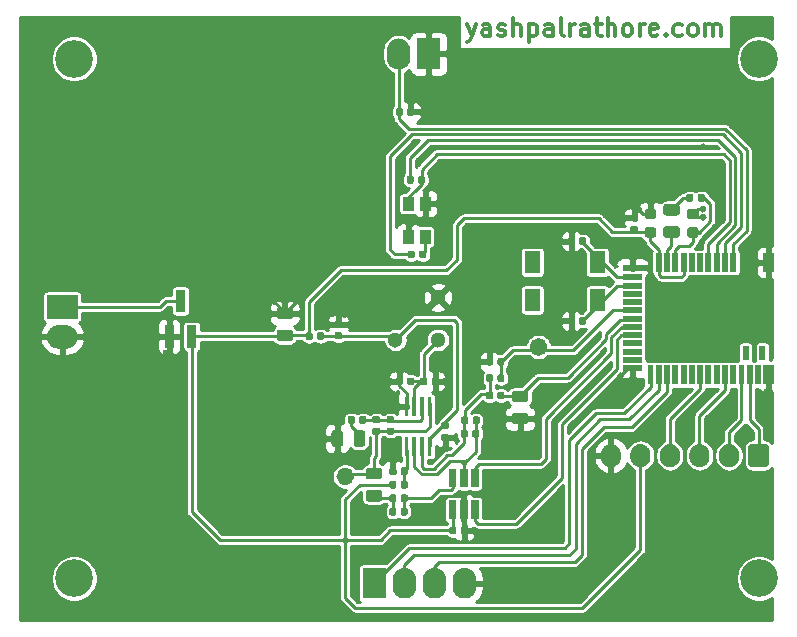
<source format=gbr>
%TF.GenerationSoftware,KiCad,Pcbnew,8.0.6*%
%TF.CreationDate,2024-11-12T13:07:58+05:30*%
%TF.ProjectId,SensePi_yashpal,53656e73-6550-4695-9f79-61736870616c,rev?*%
%TF.SameCoordinates,Original*%
%TF.FileFunction,Copper,L1,Top*%
%TF.FilePolarity,Positive*%
%FSLAX46Y46*%
G04 Gerber Fmt 4.6, Leading zero omitted, Abs format (unit mm)*
G04 Created by KiCad (PCBNEW 8.0.6) date 2024-11-12 13:07:58*
%MOMM*%
%LPD*%
G01*
G04 APERTURE LIST*
%TA.AperFunction,NonConductor*%
%ADD10C,0.300000*%
%TD*%
%TA.AperFunction,NonConductor*%
%ADD11C,0.000000*%
%TD*%
%TA.AperFunction,NonConductor*%
%ADD12C,0.750000*%
%TD*%
%TA.AperFunction,ViaPad*%
%ADD13C,0.300010*%
%TD*%
%TA.AperFunction,ViaPad*%
%ADD14C,0.350010*%
%TD*%
%TA.AperFunction,ViaPad*%
%ADD15C,0.950010*%
%TD*%
%TA.AperFunction,ViaPad*%
%ADD16C,0.600000*%
%TD*%
%TA.AperFunction,ViaPad*%
%ADD17C,1.200010*%
%TD*%
%TA.AperFunction,ViaPad*%
%ADD18C,1.300000*%
%TD*%
%TA.AperFunction,ViaPad*%
%ADD19C,3.200010*%
%TD*%
%TA.AperFunction,Conductor*%
%ADD20C,0.254000*%
%TD*%
%TA.AperFunction,Conductor*%
%ADD21C,0.300000*%
%TD*%
%TA.AperFunction,Conductor*%
%ADD22C,0.250000*%
%TD*%
G04 APERTURE END LIST*
D10*
X162384880Y-95727520D02*
G75*
G02*
X162084880Y-95727520I-150000J0D01*
G01*
X162084880Y-95727520D02*
G75*
G02*
X162384880Y-95727520I150000J0D01*
G01*
D11*
%TA.AperFunction,NonConductor*%
G36*
X164350000Y-110550000D02*
G01*
X163850000Y-110550000D01*
X163850000Y-108950000D01*
X164350000Y-108950000D01*
X164350000Y-110550000D01*
G37*
%TD.AperFunction*%
%TA.AperFunction,NonConductor*%
G36*
X137637250Y-109992220D02*
G01*
X137639470Y-109992270D01*
X137641700Y-109992350D01*
X137643930Y-109992470D01*
X137646150Y-109992620D01*
X137648370Y-109992810D01*
X137650590Y-109993020D01*
X137652800Y-109993280D01*
X137655010Y-109993560D01*
X137657210Y-109993880D01*
X137659410Y-109994230D01*
X137661610Y-109994620D01*
X137663800Y-109995030D01*
X137665980Y-109995490D01*
X137668150Y-109995970D01*
X137670320Y-109996490D01*
X137672480Y-109997040D01*
X137674630Y-109997620D01*
X137676770Y-109998230D01*
X137678900Y-109998880D01*
X137681020Y-109999560D01*
X137683130Y-110000270D01*
X137685240Y-110001010D01*
X137687320Y-110001790D01*
X137689400Y-110002590D01*
X137691470Y-110003430D01*
X137693520Y-110004300D01*
X137695560Y-110005190D01*
X137697580Y-110006120D01*
X137699590Y-110007080D01*
X137701590Y-110008070D01*
X137703570Y-110009100D01*
X137705530Y-110010150D01*
X137707480Y-110011230D01*
X137709410Y-110012330D01*
X137711330Y-110013470D01*
X137713230Y-110014640D01*
X137715100Y-110015830D01*
X137716970Y-110017060D01*
X137718810Y-110018310D01*
X137720630Y-110019590D01*
X137722440Y-110020900D01*
X137724220Y-110022230D01*
X137725990Y-110023590D01*
X137727730Y-110024980D01*
X137729450Y-110026390D01*
X137731150Y-110027830D01*
X137732830Y-110029290D01*
X137734490Y-110030780D01*
X137736120Y-110032300D01*
X137737730Y-110033840D01*
X137739320Y-110035400D01*
X137740880Y-110036990D01*
X137742420Y-110038600D01*
X137743940Y-110040230D01*
X137745430Y-110041890D01*
X137746890Y-110043570D01*
X137748330Y-110045270D01*
X137749740Y-110046990D01*
X137751130Y-110048730D01*
X137752490Y-110050500D01*
X137753820Y-110052280D01*
X137755130Y-110054090D01*
X137756410Y-110055910D01*
X137757660Y-110057750D01*
X137758890Y-110059620D01*
X137760080Y-110061490D01*
X137761250Y-110063390D01*
X137762390Y-110065310D01*
X137763490Y-110067240D01*
X137764570Y-110069190D01*
X137765620Y-110071150D01*
X137766650Y-110073130D01*
X137767640Y-110075130D01*
X137768600Y-110077140D01*
X137769530Y-110079160D01*
X137770420Y-110081200D01*
X137771290Y-110083250D01*
X137772130Y-110085320D01*
X137772930Y-110087400D01*
X137773710Y-110089480D01*
X137774450Y-110091590D01*
X137775160Y-110093700D01*
X137775840Y-110095820D01*
X137776490Y-110097950D01*
X137777100Y-110100090D01*
X137777680Y-110102240D01*
X137778230Y-110104400D01*
X137778750Y-110106570D01*
X137779230Y-110108740D01*
X137779690Y-110110920D01*
X137780100Y-110113110D01*
X137780490Y-110115310D01*
X137780840Y-110117510D01*
X137781160Y-110119710D01*
X137781440Y-110121920D01*
X137781700Y-110124130D01*
X137781910Y-110126350D01*
X137782100Y-110128570D01*
X137782250Y-110130790D01*
X137782370Y-110133020D01*
X137782450Y-110135250D01*
X137782500Y-110137470D01*
X137782520Y-110139700D01*
X137782520Y-110484700D01*
X137782500Y-110486930D01*
X137782450Y-110489150D01*
X137782370Y-110491380D01*
X137782250Y-110493610D01*
X137782100Y-110495830D01*
X137781910Y-110498050D01*
X137781700Y-110500270D01*
X137781440Y-110502480D01*
X137781160Y-110504690D01*
X137780840Y-110506890D01*
X137780490Y-110509090D01*
X137780100Y-110511290D01*
X137779690Y-110513480D01*
X137779230Y-110515660D01*
X137778750Y-110517830D01*
X137778230Y-110520000D01*
X137777680Y-110522160D01*
X137777100Y-110524310D01*
X137776490Y-110526450D01*
X137775840Y-110528580D01*
X137775160Y-110530700D01*
X137774450Y-110532810D01*
X137773710Y-110534920D01*
X137772930Y-110537000D01*
X137772130Y-110539080D01*
X137771290Y-110541150D01*
X137770420Y-110543200D01*
X137769530Y-110545240D01*
X137768600Y-110547260D01*
X137767640Y-110549270D01*
X137766650Y-110551270D01*
X137765620Y-110553250D01*
X137764570Y-110555210D01*
X137763490Y-110557160D01*
X137762390Y-110559090D01*
X137761250Y-110561010D01*
X137760080Y-110562910D01*
X137758890Y-110564780D01*
X137757660Y-110566650D01*
X137756410Y-110568490D01*
X137755130Y-110570310D01*
X137753820Y-110572120D01*
X137752490Y-110573900D01*
X137751130Y-110575670D01*
X137749740Y-110577410D01*
X137748330Y-110579130D01*
X137746890Y-110580830D01*
X137745430Y-110582510D01*
X137743940Y-110584170D01*
X137742420Y-110585800D01*
X137740880Y-110587410D01*
X137739320Y-110589000D01*
X137737730Y-110590560D01*
X137736120Y-110592100D01*
X137734490Y-110593620D01*
X137732830Y-110595110D01*
X137731150Y-110596570D01*
X137729450Y-110598010D01*
X137727730Y-110599420D01*
X137725990Y-110600810D01*
X137724220Y-110602170D01*
X137722440Y-110603500D01*
X137720630Y-110604810D01*
X137718810Y-110606090D01*
X137716970Y-110607340D01*
X137715100Y-110608570D01*
X137713230Y-110609760D01*
X137711330Y-110610930D01*
X137709410Y-110612070D01*
X137707480Y-110613170D01*
X137705530Y-110614250D01*
X137703570Y-110615300D01*
X137701590Y-110616330D01*
X137699590Y-110617320D01*
X137697580Y-110618280D01*
X137695560Y-110619210D01*
X137693520Y-110620100D01*
X137691470Y-110620970D01*
X137689400Y-110621810D01*
X137687320Y-110622610D01*
X137685240Y-110623390D01*
X137683130Y-110624130D01*
X137681020Y-110624840D01*
X137678900Y-110625520D01*
X137676770Y-110626170D01*
X137674630Y-110626780D01*
X137672480Y-110627360D01*
X137670320Y-110627910D01*
X137668150Y-110628430D01*
X137665980Y-110628910D01*
X137663800Y-110629370D01*
X137661610Y-110629780D01*
X137659410Y-110630170D01*
X137657210Y-110630520D01*
X137655010Y-110630840D01*
X137652800Y-110631120D01*
X137650590Y-110631380D01*
X137648370Y-110631590D01*
X137646150Y-110631780D01*
X137643930Y-110631930D01*
X137641700Y-110632050D01*
X137639470Y-110632130D01*
X137637250Y-110632180D01*
X137635020Y-110632200D01*
X137340020Y-110632200D01*
X137337790Y-110632180D01*
X137335570Y-110632130D01*
X137333340Y-110632050D01*
X137331110Y-110631930D01*
X137328890Y-110631780D01*
X137326670Y-110631590D01*
X137324450Y-110631380D01*
X137322240Y-110631120D01*
X137320030Y-110630840D01*
X137317830Y-110630520D01*
X137315630Y-110630170D01*
X137313430Y-110629780D01*
X137311240Y-110629370D01*
X137309060Y-110628910D01*
X137306890Y-110628430D01*
X137304720Y-110627910D01*
X137302560Y-110627360D01*
X137300410Y-110626780D01*
X137298270Y-110626170D01*
X137296140Y-110625520D01*
X137294020Y-110624840D01*
X137291910Y-110624130D01*
X137289800Y-110623390D01*
X137287720Y-110622610D01*
X137285640Y-110621810D01*
X137283570Y-110620970D01*
X137281520Y-110620100D01*
X137279480Y-110619210D01*
X137277460Y-110618280D01*
X137275450Y-110617320D01*
X137273450Y-110616330D01*
X137271470Y-110615300D01*
X137269510Y-110614250D01*
X137267560Y-110613170D01*
X137265630Y-110612070D01*
X137263710Y-110610930D01*
X137261810Y-110609760D01*
X137259940Y-110608570D01*
X137258070Y-110607340D01*
X137256230Y-110606090D01*
X137254410Y-110604810D01*
X137252600Y-110603500D01*
X137250820Y-110602170D01*
X137249050Y-110600810D01*
X137247310Y-110599420D01*
X137245590Y-110598010D01*
X137243890Y-110596570D01*
X137242210Y-110595110D01*
X137240550Y-110593620D01*
X137238920Y-110592100D01*
X137237310Y-110590560D01*
X137235720Y-110589000D01*
X137234160Y-110587410D01*
X137232620Y-110585800D01*
X137231100Y-110584170D01*
X137229610Y-110582510D01*
X137228150Y-110580830D01*
X137226710Y-110579130D01*
X137225300Y-110577410D01*
X137223910Y-110575670D01*
X137222550Y-110573900D01*
X137221220Y-110572120D01*
X137219910Y-110570310D01*
X137218630Y-110568490D01*
X137217380Y-110566650D01*
X137216150Y-110564780D01*
X137214960Y-110562910D01*
X137213790Y-110561010D01*
X137212650Y-110559090D01*
X137211550Y-110557160D01*
X137210470Y-110555210D01*
X137209420Y-110553250D01*
X137208390Y-110551270D01*
X137207400Y-110549270D01*
X137206440Y-110547260D01*
X137205510Y-110545240D01*
X137204620Y-110543200D01*
X137203750Y-110541150D01*
X137202910Y-110539080D01*
X137202110Y-110537000D01*
X137201330Y-110534920D01*
X137200590Y-110532810D01*
X137199880Y-110530700D01*
X137199200Y-110528580D01*
X137198550Y-110526450D01*
X137197940Y-110524310D01*
X137197360Y-110522160D01*
X137196810Y-110520000D01*
X137196290Y-110517830D01*
X137195810Y-110515660D01*
X137195350Y-110513480D01*
X137194940Y-110511290D01*
X137194550Y-110509090D01*
X137194200Y-110506890D01*
X137193880Y-110504690D01*
X137193600Y-110502480D01*
X137193340Y-110500270D01*
X137193130Y-110498050D01*
X137192940Y-110495830D01*
X137192790Y-110493610D01*
X137192670Y-110491380D01*
X137192590Y-110489150D01*
X137192540Y-110486930D01*
X137192520Y-110484700D01*
X137192520Y-110139700D01*
X137192540Y-110137470D01*
X137192590Y-110135250D01*
X137192670Y-110133020D01*
X137192790Y-110130790D01*
X137192940Y-110128570D01*
X137193130Y-110126350D01*
X137193340Y-110124130D01*
X137193600Y-110121920D01*
X137193880Y-110119710D01*
X137194200Y-110117510D01*
X137194550Y-110115310D01*
X137194940Y-110113110D01*
X137195350Y-110110920D01*
X137195810Y-110108740D01*
X137196290Y-110106570D01*
X137196810Y-110104400D01*
X137197360Y-110102240D01*
X137197940Y-110100090D01*
X137198550Y-110097950D01*
X137199200Y-110095820D01*
X137199880Y-110093700D01*
X137200590Y-110091590D01*
X137201330Y-110089480D01*
X137202110Y-110087400D01*
X137202910Y-110085320D01*
X137203750Y-110083250D01*
X137204620Y-110081200D01*
X137205510Y-110079160D01*
X137206440Y-110077140D01*
X137207400Y-110075130D01*
X137208390Y-110073130D01*
X137209420Y-110071150D01*
X137210470Y-110069190D01*
X137211550Y-110067240D01*
X137212650Y-110065310D01*
X137213790Y-110063390D01*
X137214960Y-110061490D01*
X137216150Y-110059620D01*
X137217380Y-110057750D01*
X137218630Y-110055910D01*
X137219910Y-110054090D01*
X137221220Y-110052280D01*
X137222550Y-110050500D01*
X137223910Y-110048730D01*
X137225300Y-110046990D01*
X137226710Y-110045270D01*
X137228150Y-110043570D01*
X137229610Y-110041890D01*
X137231100Y-110040230D01*
X137232620Y-110038600D01*
X137234160Y-110036990D01*
X137235720Y-110035400D01*
X137237310Y-110033840D01*
X137238920Y-110032300D01*
X137240550Y-110030780D01*
X137242210Y-110029290D01*
X137243890Y-110027830D01*
X137245590Y-110026390D01*
X137247310Y-110024980D01*
X137249050Y-110023590D01*
X137250820Y-110022230D01*
X137252600Y-110020900D01*
X137254410Y-110019590D01*
X137256230Y-110018310D01*
X137258070Y-110017060D01*
X137259940Y-110015830D01*
X137261810Y-110014640D01*
X137263710Y-110013470D01*
X137265630Y-110012330D01*
X137267560Y-110011230D01*
X137269510Y-110010150D01*
X137271470Y-110009100D01*
X137273450Y-110008070D01*
X137275450Y-110007080D01*
X137277460Y-110006120D01*
X137279480Y-110005190D01*
X137281520Y-110004300D01*
X137283570Y-110003430D01*
X137285640Y-110002590D01*
X137287720Y-110001790D01*
X137289800Y-110001010D01*
X137291910Y-110000270D01*
X137294020Y-109999560D01*
X137296140Y-109998880D01*
X137298270Y-109998230D01*
X137300410Y-109997620D01*
X137302560Y-109997040D01*
X137304720Y-109996490D01*
X137306890Y-109995970D01*
X137309060Y-109995490D01*
X137311240Y-109995030D01*
X137313430Y-109994620D01*
X137315630Y-109994230D01*
X137317830Y-109993880D01*
X137320030Y-109993560D01*
X137322240Y-109993280D01*
X137324450Y-109993020D01*
X137326670Y-109992810D01*
X137328890Y-109992620D01*
X137331110Y-109992470D01*
X137333340Y-109992350D01*
X137335570Y-109992270D01*
X137337790Y-109992220D01*
X137340020Y-109992200D01*
X137635020Y-109992200D01*
X137637250Y-109992220D01*
G37*
%TD.AperFunction*%
%TA.AperFunction,NonConductor*%
G36*
X156592950Y-97154660D02*
G01*
X156595110Y-97154700D01*
X156597270Y-97154780D01*
X156599440Y-97154890D01*
X156601600Y-97155040D01*
X156603760Y-97155210D01*
X156605910Y-97155420D01*
X156608060Y-97155660D01*
X156610210Y-97155930D01*
X156612360Y-97156230D01*
X156614500Y-97156560D01*
X156616630Y-97156920D01*
X156618760Y-97157320D01*
X156620880Y-97157740D01*
X156623000Y-97158200D01*
X156625110Y-97158690D01*
X156627210Y-97159210D01*
X156629300Y-97159760D01*
X156631390Y-97160340D01*
X156633470Y-97160950D01*
X156635540Y-97161590D01*
X156637590Y-97162270D01*
X156639640Y-97162970D01*
X156641680Y-97163700D01*
X156643710Y-97164460D01*
X156645720Y-97165250D01*
X156647730Y-97166080D01*
X156649720Y-97166930D01*
X156651700Y-97167810D01*
X156653660Y-97168710D01*
X156655610Y-97169650D01*
X156657550Y-97170620D01*
X156659470Y-97171610D01*
X156661380Y-97172640D01*
X156663280Y-97173690D01*
X156665150Y-97174760D01*
X156667020Y-97175870D01*
X156668860Y-97177000D01*
X156670690Y-97178160D01*
X156672500Y-97179350D01*
X156674300Y-97180560D01*
X156676070Y-97181800D01*
X156677830Y-97183070D01*
X156679570Y-97184360D01*
X156681290Y-97185670D01*
X156682990Y-97187010D01*
X156684670Y-97188380D01*
X156686330Y-97189770D01*
X156687970Y-97191180D01*
X156689580Y-97192620D01*
X156691180Y-97194090D01*
X156692760Y-97195570D01*
X156694310Y-97197080D01*
X156695840Y-97198610D01*
X156697350Y-97200160D01*
X156698830Y-97201740D01*
X156700300Y-97203340D01*
X156701740Y-97204950D01*
X156703150Y-97206590D01*
X156704540Y-97208250D01*
X156705910Y-97209930D01*
X156707250Y-97211630D01*
X156708560Y-97213350D01*
X156709850Y-97215090D01*
X156711120Y-97216850D01*
X156712360Y-97218620D01*
X156713570Y-97220420D01*
X156714760Y-97222230D01*
X156715920Y-97224060D01*
X156717050Y-97225900D01*
X156718160Y-97227770D01*
X156719230Y-97229640D01*
X156720280Y-97231540D01*
X156721310Y-97233450D01*
X156722300Y-97235370D01*
X156723270Y-97237310D01*
X156724210Y-97239260D01*
X156725110Y-97241220D01*
X156725990Y-97243200D01*
X156726840Y-97245190D01*
X156727670Y-97247200D01*
X156728460Y-97249210D01*
X156729220Y-97251240D01*
X156729950Y-97253280D01*
X156730650Y-97255330D01*
X156731330Y-97257380D01*
X156731970Y-97259450D01*
X156732580Y-97261530D01*
X156733160Y-97263620D01*
X156733710Y-97265710D01*
X156734230Y-97267810D01*
X156734720Y-97269920D01*
X156735180Y-97272040D01*
X156735600Y-97274160D01*
X156736000Y-97276290D01*
X156736360Y-97278420D01*
X156736690Y-97280560D01*
X156736990Y-97282710D01*
X156737260Y-97284860D01*
X156737500Y-97287010D01*
X156737710Y-97289160D01*
X156737880Y-97291320D01*
X156738030Y-97293480D01*
X156738140Y-97295650D01*
X156738220Y-97297810D01*
X156738260Y-97299970D01*
X156738280Y-97302140D01*
X156738280Y-97597140D01*
X156738260Y-97599310D01*
X156738220Y-97601470D01*
X156738140Y-97603630D01*
X156738030Y-97605800D01*
X156737880Y-97607960D01*
X156737710Y-97610120D01*
X156737500Y-97612270D01*
X156737260Y-97614420D01*
X156736990Y-97616570D01*
X156736690Y-97618720D01*
X156736360Y-97620860D01*
X156736000Y-97622990D01*
X156735600Y-97625120D01*
X156735180Y-97627240D01*
X156734720Y-97629360D01*
X156734230Y-97631470D01*
X156733710Y-97633570D01*
X156733160Y-97635660D01*
X156732580Y-97637750D01*
X156731970Y-97639830D01*
X156731330Y-97641900D01*
X156730650Y-97643950D01*
X156729950Y-97646000D01*
X156729220Y-97648040D01*
X156728460Y-97650070D01*
X156727670Y-97652080D01*
X156726840Y-97654090D01*
X156725990Y-97656080D01*
X156725110Y-97658060D01*
X156724210Y-97660020D01*
X156723270Y-97661970D01*
X156722300Y-97663910D01*
X156721310Y-97665830D01*
X156720280Y-97667740D01*
X156719230Y-97669640D01*
X156718160Y-97671510D01*
X156717050Y-97673380D01*
X156715920Y-97675220D01*
X156714760Y-97677050D01*
X156713570Y-97678860D01*
X156712360Y-97680660D01*
X156711120Y-97682430D01*
X156709850Y-97684190D01*
X156708560Y-97685930D01*
X156707250Y-97687650D01*
X156705910Y-97689350D01*
X156704540Y-97691030D01*
X156703150Y-97692690D01*
X156701740Y-97694330D01*
X156700300Y-97695940D01*
X156698830Y-97697540D01*
X156697350Y-97699120D01*
X156695840Y-97700670D01*
X156694310Y-97702200D01*
X156692760Y-97703710D01*
X156691180Y-97705190D01*
X156689580Y-97706660D01*
X156687970Y-97708100D01*
X156686330Y-97709510D01*
X156684670Y-97710900D01*
X156682990Y-97712270D01*
X156681290Y-97713610D01*
X156679570Y-97714920D01*
X156677830Y-97716210D01*
X156676070Y-97717480D01*
X156674300Y-97718720D01*
X156672500Y-97719930D01*
X156670690Y-97721120D01*
X156668860Y-97722280D01*
X156667020Y-97723410D01*
X156665150Y-97724520D01*
X156663280Y-97725590D01*
X156661380Y-97726640D01*
X156659470Y-97727670D01*
X156657550Y-97728660D01*
X156655610Y-97729630D01*
X156653660Y-97730570D01*
X156651700Y-97731470D01*
X156649720Y-97732350D01*
X156647730Y-97733200D01*
X156645720Y-97734030D01*
X156643710Y-97734820D01*
X156641680Y-97735580D01*
X156639640Y-97736310D01*
X156637590Y-97737010D01*
X156635540Y-97737690D01*
X156633470Y-97738330D01*
X156631390Y-97738940D01*
X156629300Y-97739520D01*
X156627210Y-97740070D01*
X156625110Y-97740590D01*
X156623000Y-97741080D01*
X156620880Y-97741540D01*
X156618760Y-97741960D01*
X156616630Y-97742360D01*
X156614500Y-97742720D01*
X156612360Y-97743050D01*
X156610210Y-97743350D01*
X156608060Y-97743620D01*
X156605910Y-97743860D01*
X156603760Y-97744070D01*
X156601600Y-97744240D01*
X156599440Y-97744390D01*
X156597270Y-97744500D01*
X156595110Y-97744580D01*
X156592950Y-97744620D01*
X156590780Y-97744640D01*
X156245780Y-97744640D01*
X156243610Y-97744620D01*
X156241450Y-97744580D01*
X156239290Y-97744500D01*
X156237120Y-97744390D01*
X156234960Y-97744240D01*
X156232800Y-97744070D01*
X156230650Y-97743860D01*
X156228500Y-97743620D01*
X156226350Y-97743350D01*
X156224200Y-97743050D01*
X156222060Y-97742720D01*
X156219930Y-97742360D01*
X156217800Y-97741960D01*
X156215680Y-97741540D01*
X156213560Y-97741080D01*
X156211450Y-97740590D01*
X156209350Y-97740070D01*
X156207260Y-97739520D01*
X156205170Y-97738940D01*
X156203090Y-97738330D01*
X156201020Y-97737690D01*
X156198970Y-97737010D01*
X156196920Y-97736310D01*
X156194880Y-97735580D01*
X156192850Y-97734820D01*
X156190840Y-97734030D01*
X156188830Y-97733200D01*
X156186840Y-97732350D01*
X156184860Y-97731470D01*
X156182900Y-97730570D01*
X156180950Y-97729630D01*
X156179010Y-97728660D01*
X156177090Y-97727670D01*
X156175180Y-97726640D01*
X156173280Y-97725590D01*
X156171410Y-97724520D01*
X156169540Y-97723410D01*
X156167700Y-97722280D01*
X156165870Y-97721120D01*
X156164060Y-97719930D01*
X156162260Y-97718720D01*
X156160490Y-97717480D01*
X156158730Y-97716210D01*
X156156990Y-97714920D01*
X156155270Y-97713610D01*
X156153570Y-97712270D01*
X156151890Y-97710900D01*
X156150230Y-97709510D01*
X156148590Y-97708100D01*
X156146980Y-97706660D01*
X156145380Y-97705190D01*
X156143800Y-97703710D01*
X156142250Y-97702200D01*
X156140720Y-97700670D01*
X156139210Y-97699120D01*
X156137730Y-97697540D01*
X156136260Y-97695940D01*
X156134820Y-97694330D01*
X156133410Y-97692690D01*
X156132020Y-97691030D01*
X156130650Y-97689350D01*
X156129310Y-97687650D01*
X156128000Y-97685930D01*
X156126710Y-97684190D01*
X156125440Y-97682430D01*
X156124200Y-97680660D01*
X156122990Y-97678860D01*
X156121800Y-97677050D01*
X156120640Y-97675220D01*
X156119510Y-97673380D01*
X156118400Y-97671510D01*
X156117330Y-97669640D01*
X156116280Y-97667740D01*
X156115250Y-97665830D01*
X156114260Y-97663910D01*
X156113290Y-97661970D01*
X156112350Y-97660020D01*
X156111450Y-97658060D01*
X156110570Y-97656080D01*
X156109720Y-97654090D01*
X156108890Y-97652080D01*
X156108100Y-97650070D01*
X156107340Y-97648040D01*
X156106610Y-97646000D01*
X156105910Y-97643950D01*
X156105230Y-97641900D01*
X156104590Y-97639830D01*
X156103980Y-97637750D01*
X156103400Y-97635660D01*
X156102850Y-97633570D01*
X156102330Y-97631470D01*
X156101840Y-97629360D01*
X156101380Y-97627240D01*
X156100960Y-97625120D01*
X156100560Y-97622990D01*
X156100200Y-97620860D01*
X156099870Y-97618720D01*
X156099570Y-97616570D01*
X156099300Y-97614420D01*
X156099060Y-97612270D01*
X156098850Y-97610120D01*
X156098680Y-97607960D01*
X156098530Y-97605800D01*
X156098420Y-97603630D01*
X156098340Y-97601470D01*
X156098300Y-97599310D01*
X156098280Y-97597140D01*
X156098280Y-97302140D01*
X156098300Y-97299950D01*
X156098340Y-97297770D01*
X156098430Y-97295580D01*
X156098540Y-97293400D01*
X156098680Y-97291220D01*
X156098860Y-97289040D01*
X156099070Y-97286870D01*
X156099320Y-97284690D01*
X156099590Y-97282530D01*
X156099900Y-97280360D01*
X156100240Y-97278200D01*
X156100610Y-97276050D01*
X156101010Y-97273900D01*
X156101440Y-97271760D01*
X156101910Y-97269620D01*
X156102410Y-97267490D01*
X156102940Y-97265370D01*
X156103500Y-97263260D01*
X156104090Y-97261160D01*
X156104710Y-97259060D01*
X156105360Y-97256980D01*
X156106050Y-97254900D01*
X156106760Y-97252830D01*
X156107510Y-97250780D01*
X156108290Y-97248740D01*
X156109090Y-97246710D01*
X156109930Y-97244690D01*
X156110800Y-97242680D01*
X156111690Y-97240690D01*
X156112620Y-97238710D01*
X156113570Y-97236740D01*
X156114560Y-97234790D01*
X156115570Y-97232850D01*
X156116610Y-97230930D01*
X156117680Y-97229020D01*
X156118780Y-97227130D01*
X156119900Y-97225260D01*
X156121050Y-97223400D01*
X156122240Y-97221560D01*
X156123440Y-97219740D01*
X156124680Y-97217940D01*
X156125940Y-97216150D01*
X156127230Y-97214380D01*
X156128540Y-97212640D01*
X156129880Y-97210910D01*
X156131240Y-97209200D01*
X156132630Y-97207520D01*
X156134050Y-97205850D01*
X156135490Y-97204200D01*
X156136950Y-97202580D01*
X156138440Y-97200980D01*
X156139950Y-97199400D01*
X156141480Y-97197840D01*
X156143040Y-97196310D01*
X156144620Y-97194800D01*
X156146220Y-97193310D01*
X156147840Y-97191850D01*
X156149490Y-97190410D01*
X156151160Y-97188990D01*
X156152840Y-97187600D01*
X156154550Y-97186240D01*
X156156280Y-97184900D01*
X156158020Y-97183590D01*
X156159790Y-97182300D01*
X156161580Y-97181040D01*
X156163380Y-97179800D01*
X156165200Y-97178600D01*
X156167040Y-97177410D01*
X156168900Y-97176260D01*
X156170770Y-97175140D01*
X156172660Y-97174040D01*
X156174570Y-97172970D01*
X156176490Y-97171930D01*
X156178430Y-97170920D01*
X156180380Y-97169930D01*
X156182350Y-97168980D01*
X156184330Y-97168050D01*
X156186320Y-97167160D01*
X156188330Y-97166290D01*
X156190350Y-97165450D01*
X156192380Y-97164650D01*
X156194420Y-97163870D01*
X156196470Y-97163120D01*
X156198540Y-97162410D01*
X156200620Y-97161720D01*
X156202700Y-97161070D01*
X156204800Y-97160450D01*
X156206900Y-97159860D01*
X156209010Y-97159300D01*
X156211130Y-97158770D01*
X156213260Y-97158270D01*
X156215400Y-97157800D01*
X156217540Y-97157370D01*
X156219690Y-97156970D01*
X156221840Y-97156600D01*
X156224000Y-97156260D01*
X156226170Y-97155950D01*
X156228330Y-97155680D01*
X156230510Y-97155430D01*
X156232680Y-97155220D01*
X156234860Y-97155040D01*
X156237040Y-97154900D01*
X156239220Y-97154790D01*
X156241410Y-97154700D01*
X156243590Y-97154660D01*
X156245780Y-97154640D01*
X156590780Y-97154640D01*
X156592950Y-97154660D01*
G37*
%TD.AperFunction*%
%TA.AperFunction,NonConductor*%
G36*
X142311000Y-121954500D02*
G01*
X141661000Y-121954500D01*
X141661000Y-120394500D01*
X142311000Y-120394500D01*
X142311000Y-121954500D01*
G37*
%TD.AperFunction*%
D10*
X136121280Y-117078760D02*
G75*
G02*
X135821280Y-117078760I-150000J0D01*
G01*
X135821280Y-117078760D02*
G75*
G02*
X136121280Y-117078760I150000J0D01*
G01*
D11*
%TA.AperFunction,NonConductor*%
G36*
X157050000Y-105250000D02*
G01*
X155450000Y-105250000D01*
X155450000Y-104750000D01*
X157050000Y-104750000D01*
X157050000Y-105250000D01*
G37*
%TD.AperFunction*%
D10*
X143469500Y-108648500D02*
G75*
G02*
X143169500Y-108648500I-150000J0D01*
G01*
X143169500Y-108648500D02*
G75*
G02*
X143469500Y-108648500I150000J0D01*
G01*
D11*
%TA.AperFunction,NonConductor*%
G36*
X136568020Y-81284820D02*
G01*
X136665090Y-81299210D01*
X136760280Y-81323060D01*
X136852680Y-81356120D01*
X136941400Y-81398080D01*
X137025570Y-81448530D01*
X137104390Y-81506990D01*
X137177110Y-81572890D01*
X137243010Y-81645610D01*
X137301470Y-81724430D01*
X137351920Y-81808600D01*
X137393880Y-81897320D01*
X137426940Y-81989720D01*
X137450790Y-82084910D01*
X137465180Y-82181980D01*
X137470000Y-82280000D01*
X137470000Y-82580000D01*
X137470000Y-82880000D01*
X137465180Y-82978020D01*
X137450790Y-83075090D01*
X137426940Y-83170280D01*
X137393880Y-83262680D01*
X137351920Y-83351400D01*
X137301470Y-83435570D01*
X137243010Y-83514390D01*
X137177110Y-83587110D01*
X137104390Y-83653010D01*
X137025570Y-83711470D01*
X136941400Y-83761920D01*
X136852680Y-83803880D01*
X136760280Y-83836940D01*
X136665090Y-83860790D01*
X136568020Y-83875180D01*
X136470000Y-83880000D01*
X136371980Y-83875180D01*
X136274910Y-83860790D01*
X136179720Y-83836940D01*
X136087320Y-83803880D01*
X135998600Y-83761920D01*
X135914430Y-83711470D01*
X135835610Y-83653010D01*
X135762890Y-83587110D01*
X135696990Y-83514390D01*
X135638530Y-83435570D01*
X135588080Y-83351400D01*
X135546120Y-83262680D01*
X135513060Y-83170280D01*
X135489210Y-83075090D01*
X135474820Y-82978020D01*
X135470000Y-82880000D01*
X135470000Y-82280000D01*
X135474820Y-82181980D01*
X135489210Y-82084910D01*
X135513060Y-81989720D01*
X135546120Y-81897320D01*
X135588080Y-81808600D01*
X135638530Y-81724430D01*
X135696990Y-81645610D01*
X135762890Y-81572890D01*
X135835610Y-81506990D01*
X135914430Y-81448530D01*
X135998600Y-81398080D01*
X136087320Y-81356120D01*
X136179720Y-81323060D01*
X136274910Y-81299210D01*
X136371980Y-81284820D01*
X136470000Y-81280000D01*
X136568020Y-81284820D01*
G37*
%TD.AperFunction*%
%TA.AperFunction,NonConductor*%
G36*
X136133810Y-119885520D02*
G01*
X136135990Y-119885560D01*
X136138180Y-119885650D01*
X136140360Y-119885760D01*
X136142540Y-119885900D01*
X136144720Y-119886080D01*
X136146890Y-119886290D01*
X136149070Y-119886540D01*
X136151230Y-119886810D01*
X136153400Y-119887120D01*
X136155560Y-119887460D01*
X136157710Y-119887830D01*
X136159860Y-119888230D01*
X136162000Y-119888660D01*
X136164140Y-119889130D01*
X136166270Y-119889630D01*
X136168390Y-119890160D01*
X136170500Y-119890720D01*
X136172600Y-119891310D01*
X136174700Y-119891930D01*
X136176780Y-119892580D01*
X136178860Y-119893270D01*
X136180930Y-119893980D01*
X136182980Y-119894730D01*
X136185020Y-119895510D01*
X136187050Y-119896310D01*
X136189070Y-119897150D01*
X136191080Y-119898020D01*
X136193070Y-119898910D01*
X136195050Y-119899840D01*
X136197020Y-119900790D01*
X136198970Y-119901780D01*
X136200910Y-119902790D01*
X136202830Y-119903830D01*
X136204740Y-119904900D01*
X136206630Y-119906000D01*
X136208500Y-119907120D01*
X136210360Y-119908270D01*
X136212200Y-119909460D01*
X136214020Y-119910660D01*
X136215820Y-119911900D01*
X136217610Y-119913160D01*
X136219380Y-119914450D01*
X136221120Y-119915760D01*
X136222850Y-119917100D01*
X136224560Y-119918460D01*
X136226240Y-119919850D01*
X136227910Y-119921270D01*
X136229560Y-119922710D01*
X136231180Y-119924170D01*
X136232780Y-119925660D01*
X136234360Y-119927170D01*
X136235920Y-119928700D01*
X136237450Y-119930260D01*
X136238960Y-119931840D01*
X136240450Y-119933440D01*
X136241910Y-119935060D01*
X136243350Y-119936710D01*
X136244770Y-119938380D01*
X136246160Y-119940060D01*
X136247520Y-119941770D01*
X136248860Y-119943500D01*
X136250170Y-119945240D01*
X136251460Y-119947010D01*
X136252720Y-119948800D01*
X136253960Y-119950600D01*
X136255160Y-119952420D01*
X136256350Y-119954260D01*
X136257500Y-119956120D01*
X136258620Y-119957990D01*
X136259720Y-119959880D01*
X136260790Y-119961790D01*
X136261830Y-119963710D01*
X136262840Y-119965650D01*
X136263830Y-119967600D01*
X136264780Y-119969570D01*
X136265710Y-119971550D01*
X136266600Y-119973540D01*
X136267470Y-119975550D01*
X136268310Y-119977570D01*
X136269110Y-119979600D01*
X136269890Y-119981640D01*
X136270640Y-119983690D01*
X136271350Y-119985760D01*
X136272040Y-119987840D01*
X136272690Y-119989920D01*
X136273310Y-119992020D01*
X136273900Y-119994120D01*
X136274460Y-119996230D01*
X136274990Y-119998350D01*
X136275490Y-120000480D01*
X136275960Y-120002620D01*
X136276390Y-120004760D01*
X136276790Y-120006910D01*
X136277160Y-120009060D01*
X136277500Y-120011220D01*
X136277810Y-120013390D01*
X136278080Y-120015550D01*
X136278330Y-120017730D01*
X136278540Y-120019900D01*
X136278720Y-120022080D01*
X136278860Y-120024260D01*
X136278970Y-120026440D01*
X136279060Y-120028630D01*
X136279100Y-120030810D01*
X136279120Y-120033000D01*
X136279120Y-120378000D01*
X136279100Y-120380190D01*
X136279060Y-120382370D01*
X136278970Y-120384560D01*
X136278860Y-120386740D01*
X136278720Y-120388920D01*
X136278540Y-120391100D01*
X136278330Y-120393270D01*
X136278080Y-120395450D01*
X136277810Y-120397610D01*
X136277500Y-120399780D01*
X136277160Y-120401940D01*
X136276790Y-120404090D01*
X136276390Y-120406240D01*
X136275960Y-120408380D01*
X136275490Y-120410520D01*
X136274990Y-120412650D01*
X136274460Y-120414770D01*
X136273900Y-120416880D01*
X136273310Y-120418980D01*
X136272690Y-120421080D01*
X136272040Y-120423160D01*
X136271350Y-120425240D01*
X136270640Y-120427310D01*
X136269890Y-120429360D01*
X136269110Y-120431400D01*
X136268310Y-120433430D01*
X136267470Y-120435450D01*
X136266600Y-120437460D01*
X136265710Y-120439450D01*
X136264780Y-120441430D01*
X136263830Y-120443400D01*
X136262840Y-120445350D01*
X136261830Y-120447290D01*
X136260790Y-120449210D01*
X136259720Y-120451120D01*
X136258620Y-120453010D01*
X136257500Y-120454880D01*
X136256350Y-120456740D01*
X136255160Y-120458580D01*
X136253960Y-120460400D01*
X136252720Y-120462200D01*
X136251460Y-120463990D01*
X136250170Y-120465760D01*
X136248860Y-120467500D01*
X136247520Y-120469230D01*
X136246160Y-120470940D01*
X136244770Y-120472620D01*
X136243350Y-120474290D01*
X136241910Y-120475940D01*
X136240450Y-120477560D01*
X136238960Y-120479160D01*
X136237450Y-120480740D01*
X136235920Y-120482300D01*
X136234360Y-120483830D01*
X136232780Y-120485340D01*
X136231180Y-120486830D01*
X136229560Y-120488290D01*
X136227910Y-120489730D01*
X136226240Y-120491150D01*
X136224560Y-120492540D01*
X136222850Y-120493900D01*
X136221120Y-120495240D01*
X136219380Y-120496550D01*
X136217610Y-120497840D01*
X136215820Y-120499100D01*
X136214020Y-120500340D01*
X136212200Y-120501540D01*
X136210360Y-120502730D01*
X136208500Y-120503880D01*
X136206630Y-120505000D01*
X136204740Y-120506100D01*
X136202830Y-120507170D01*
X136200910Y-120508210D01*
X136198970Y-120509220D01*
X136197020Y-120510210D01*
X136195050Y-120511160D01*
X136193070Y-120512090D01*
X136191080Y-120512980D01*
X136189070Y-120513850D01*
X136187050Y-120514690D01*
X136185020Y-120515490D01*
X136182980Y-120516270D01*
X136180930Y-120517020D01*
X136178860Y-120517730D01*
X136176780Y-120518420D01*
X136174700Y-120519070D01*
X136172600Y-120519690D01*
X136170500Y-120520280D01*
X136168390Y-120520840D01*
X136166270Y-120521370D01*
X136164140Y-120521870D01*
X136162000Y-120522340D01*
X136159860Y-120522770D01*
X136157710Y-120523170D01*
X136155560Y-120523540D01*
X136153400Y-120523880D01*
X136151230Y-120524190D01*
X136149070Y-120524460D01*
X136146890Y-120524710D01*
X136144720Y-120524920D01*
X136142540Y-120525100D01*
X136140360Y-120525240D01*
X136138180Y-120525350D01*
X136135990Y-120525440D01*
X136133810Y-120525480D01*
X136131620Y-120525500D01*
X135836620Y-120525500D01*
X135834430Y-120525480D01*
X135832250Y-120525440D01*
X135830060Y-120525350D01*
X135827880Y-120525240D01*
X135825700Y-120525100D01*
X135823520Y-120524920D01*
X135821350Y-120524710D01*
X135819170Y-120524460D01*
X135817010Y-120524190D01*
X135814840Y-120523880D01*
X135812680Y-120523540D01*
X135810530Y-120523170D01*
X135808380Y-120522770D01*
X135806240Y-120522340D01*
X135804100Y-120521870D01*
X135801970Y-120521370D01*
X135799850Y-120520840D01*
X135797740Y-120520280D01*
X135795640Y-120519690D01*
X135793540Y-120519070D01*
X135791460Y-120518420D01*
X135789380Y-120517730D01*
X135787310Y-120517020D01*
X135785260Y-120516270D01*
X135783220Y-120515490D01*
X135781190Y-120514690D01*
X135779170Y-120513850D01*
X135777160Y-120512980D01*
X135775170Y-120512090D01*
X135773190Y-120511160D01*
X135771220Y-120510210D01*
X135769270Y-120509220D01*
X135767330Y-120508210D01*
X135765410Y-120507170D01*
X135763500Y-120506100D01*
X135761610Y-120505000D01*
X135759740Y-120503880D01*
X135757880Y-120502730D01*
X135756040Y-120501540D01*
X135754220Y-120500340D01*
X135752420Y-120499100D01*
X135750630Y-120497840D01*
X135748860Y-120496550D01*
X135747120Y-120495240D01*
X135745390Y-120493900D01*
X135743680Y-120492540D01*
X135742000Y-120491150D01*
X135740330Y-120489730D01*
X135738680Y-120488290D01*
X135737060Y-120486830D01*
X135735460Y-120485340D01*
X135733880Y-120483830D01*
X135732320Y-120482300D01*
X135730790Y-120480740D01*
X135729280Y-120479160D01*
X135727790Y-120477560D01*
X135726330Y-120475940D01*
X135724890Y-120474290D01*
X135723470Y-120472620D01*
X135722080Y-120470940D01*
X135720720Y-120469230D01*
X135719380Y-120467500D01*
X135718070Y-120465760D01*
X135716780Y-120463990D01*
X135715520Y-120462200D01*
X135714280Y-120460400D01*
X135713080Y-120458580D01*
X135711890Y-120456740D01*
X135710740Y-120454880D01*
X135709620Y-120453010D01*
X135708520Y-120451120D01*
X135707450Y-120449210D01*
X135706410Y-120447290D01*
X135705400Y-120445350D01*
X135704410Y-120443400D01*
X135703460Y-120441430D01*
X135702530Y-120439450D01*
X135701640Y-120437460D01*
X135700770Y-120435450D01*
X135699930Y-120433430D01*
X135699130Y-120431400D01*
X135698350Y-120429360D01*
X135697600Y-120427310D01*
X135696890Y-120425240D01*
X135696200Y-120423160D01*
X135695550Y-120421080D01*
X135694930Y-120418980D01*
X135694340Y-120416880D01*
X135693780Y-120414770D01*
X135693250Y-120412650D01*
X135692750Y-120410520D01*
X135692280Y-120408380D01*
X135691850Y-120406240D01*
X135691450Y-120404090D01*
X135691080Y-120401940D01*
X135690740Y-120399780D01*
X135690430Y-120397610D01*
X135690160Y-120395450D01*
X135689910Y-120393270D01*
X135689700Y-120391100D01*
X135689520Y-120388920D01*
X135689380Y-120386740D01*
X135689270Y-120384560D01*
X135689180Y-120382370D01*
X135689140Y-120380190D01*
X135689120Y-120378000D01*
X135689120Y-120033000D01*
X135689140Y-120030810D01*
X135689180Y-120028630D01*
X135689270Y-120026440D01*
X135689380Y-120024260D01*
X135689520Y-120022080D01*
X135689700Y-120019900D01*
X135689910Y-120017730D01*
X135690160Y-120015550D01*
X135690430Y-120013390D01*
X135690740Y-120011220D01*
X135691080Y-120009060D01*
X135691450Y-120006910D01*
X135691850Y-120004760D01*
X135692280Y-120002620D01*
X135692750Y-120000480D01*
X135693250Y-119998350D01*
X135693780Y-119996230D01*
X135694340Y-119994120D01*
X135694930Y-119992020D01*
X135695550Y-119989920D01*
X135696200Y-119987840D01*
X135696890Y-119985760D01*
X135697600Y-119983690D01*
X135698350Y-119981640D01*
X135699130Y-119979600D01*
X135699930Y-119977570D01*
X135700770Y-119975550D01*
X135701640Y-119973540D01*
X135702530Y-119971550D01*
X135703460Y-119969570D01*
X135704410Y-119967600D01*
X135705400Y-119965650D01*
X135706410Y-119963710D01*
X135707450Y-119961790D01*
X135708520Y-119959880D01*
X135709620Y-119957990D01*
X135710740Y-119956120D01*
X135711890Y-119954260D01*
X135713080Y-119952420D01*
X135714280Y-119950600D01*
X135715520Y-119948800D01*
X135716780Y-119947010D01*
X135718070Y-119945240D01*
X135719380Y-119943500D01*
X135720720Y-119941770D01*
X135722080Y-119940060D01*
X135723470Y-119938380D01*
X135724890Y-119936710D01*
X135726330Y-119935060D01*
X135727790Y-119933440D01*
X135729280Y-119931840D01*
X135730790Y-119930260D01*
X135732320Y-119928700D01*
X135733880Y-119927170D01*
X135735460Y-119925660D01*
X135737060Y-119924170D01*
X135738680Y-119922710D01*
X135740330Y-119921270D01*
X135742000Y-119919850D01*
X135743680Y-119918460D01*
X135745390Y-119917100D01*
X135747120Y-119915760D01*
X135748860Y-119914450D01*
X135750630Y-119913160D01*
X135752420Y-119911900D01*
X135754220Y-119910660D01*
X135756040Y-119909460D01*
X135757880Y-119908270D01*
X135759740Y-119907120D01*
X135761610Y-119906000D01*
X135763500Y-119904900D01*
X135765410Y-119903830D01*
X135767330Y-119902790D01*
X135769270Y-119901780D01*
X135771220Y-119900790D01*
X135773190Y-119899840D01*
X135775170Y-119898910D01*
X135777160Y-119898020D01*
X135779170Y-119897150D01*
X135781190Y-119896310D01*
X135783220Y-119895510D01*
X135785260Y-119894730D01*
X135787310Y-119893980D01*
X135789380Y-119893270D01*
X135791460Y-119892580D01*
X135793540Y-119891930D01*
X135795640Y-119891310D01*
X135797740Y-119890720D01*
X135799850Y-119890160D01*
X135801970Y-119889630D01*
X135804100Y-119889130D01*
X135806240Y-119888660D01*
X135808380Y-119888230D01*
X135810530Y-119887830D01*
X135812680Y-119887460D01*
X135814840Y-119887120D01*
X135817010Y-119886810D01*
X135819170Y-119886540D01*
X135821350Y-119886290D01*
X135823520Y-119886080D01*
X135825700Y-119885900D01*
X135827880Y-119885760D01*
X135830060Y-119885650D01*
X135832250Y-119885560D01*
X135834430Y-119885520D01*
X135836620Y-119885500D01*
X136131620Y-119885500D01*
X136133810Y-119885520D01*
G37*
%TD.AperFunction*%
%TA.AperFunction,NonConductor*%
G36*
X137108890Y-117599520D02*
G01*
X137111070Y-117599560D01*
X137113260Y-117599650D01*
X137115440Y-117599760D01*
X137117620Y-117599900D01*
X137119800Y-117600080D01*
X137121970Y-117600290D01*
X137124150Y-117600540D01*
X137126310Y-117600810D01*
X137128480Y-117601120D01*
X137130640Y-117601460D01*
X137132790Y-117601830D01*
X137134940Y-117602230D01*
X137137080Y-117602660D01*
X137139220Y-117603130D01*
X137141350Y-117603630D01*
X137143470Y-117604160D01*
X137145580Y-117604720D01*
X137147680Y-117605310D01*
X137149780Y-117605930D01*
X137151860Y-117606580D01*
X137153940Y-117607270D01*
X137156010Y-117607980D01*
X137158060Y-117608730D01*
X137160100Y-117609510D01*
X137162130Y-117610310D01*
X137164150Y-117611150D01*
X137166160Y-117612020D01*
X137168150Y-117612910D01*
X137170130Y-117613840D01*
X137172100Y-117614790D01*
X137174050Y-117615780D01*
X137175990Y-117616790D01*
X137177910Y-117617830D01*
X137179820Y-117618900D01*
X137181710Y-117620000D01*
X137183580Y-117621120D01*
X137185440Y-117622270D01*
X137187280Y-117623460D01*
X137189100Y-117624660D01*
X137190900Y-117625900D01*
X137192690Y-117627160D01*
X137194460Y-117628450D01*
X137196200Y-117629760D01*
X137197930Y-117631100D01*
X137199640Y-117632460D01*
X137201320Y-117633850D01*
X137202990Y-117635270D01*
X137204640Y-117636710D01*
X137206260Y-117638170D01*
X137207860Y-117639660D01*
X137209440Y-117641170D01*
X137211000Y-117642700D01*
X137212530Y-117644260D01*
X137214040Y-117645840D01*
X137215530Y-117647440D01*
X137216990Y-117649060D01*
X137218430Y-117650710D01*
X137219850Y-117652380D01*
X137221240Y-117654060D01*
X137222600Y-117655770D01*
X137223940Y-117657500D01*
X137225250Y-117659240D01*
X137226540Y-117661010D01*
X137227800Y-117662800D01*
X137229040Y-117664600D01*
X137230240Y-117666420D01*
X137231430Y-117668260D01*
X137232580Y-117670120D01*
X137233700Y-117671990D01*
X137234800Y-117673880D01*
X137235870Y-117675790D01*
X137236910Y-117677710D01*
X137237920Y-117679650D01*
X137238910Y-117681600D01*
X137239860Y-117683570D01*
X137240790Y-117685550D01*
X137241680Y-117687540D01*
X137242550Y-117689550D01*
X137243390Y-117691570D01*
X137244190Y-117693600D01*
X137244970Y-117695640D01*
X137245720Y-117697690D01*
X137246430Y-117699760D01*
X137247120Y-117701840D01*
X137247770Y-117703920D01*
X137248390Y-117706020D01*
X137248980Y-117708120D01*
X137249540Y-117710230D01*
X137250070Y-117712350D01*
X137250570Y-117714480D01*
X137251040Y-117716620D01*
X137251470Y-117718760D01*
X137251870Y-117720910D01*
X137252240Y-117723060D01*
X137252580Y-117725220D01*
X137252890Y-117727390D01*
X137253160Y-117729550D01*
X137253410Y-117731730D01*
X137253620Y-117733900D01*
X137253800Y-117736080D01*
X137253940Y-117738260D01*
X137254050Y-117740440D01*
X137254140Y-117742630D01*
X137254180Y-117744810D01*
X137254200Y-117747000D01*
X137254200Y-118092000D01*
X137254180Y-118094190D01*
X137254140Y-118096370D01*
X137254050Y-118098560D01*
X137253940Y-118100740D01*
X137253800Y-118102920D01*
X137253620Y-118105100D01*
X137253410Y-118107270D01*
X137253160Y-118109450D01*
X137252890Y-118111610D01*
X137252580Y-118113780D01*
X137252240Y-118115940D01*
X137251870Y-118118090D01*
X137251470Y-118120240D01*
X137251040Y-118122380D01*
X137250570Y-118124520D01*
X137250070Y-118126650D01*
X137249540Y-118128770D01*
X137248980Y-118130880D01*
X137248390Y-118132980D01*
X137247770Y-118135080D01*
X137247120Y-118137160D01*
X137246430Y-118139240D01*
X137245720Y-118141310D01*
X137244970Y-118143360D01*
X137244190Y-118145400D01*
X137243390Y-118147430D01*
X137242550Y-118149450D01*
X137241680Y-118151460D01*
X137240790Y-118153450D01*
X137239860Y-118155430D01*
X137238910Y-118157400D01*
X137237920Y-118159350D01*
X137236910Y-118161290D01*
X137235870Y-118163210D01*
X137234800Y-118165120D01*
X137233700Y-118167010D01*
X137232580Y-118168880D01*
X137231430Y-118170740D01*
X137230240Y-118172580D01*
X137229040Y-118174400D01*
X137227800Y-118176200D01*
X137226540Y-118177990D01*
X137225250Y-118179760D01*
X137223940Y-118181500D01*
X137222600Y-118183230D01*
X137221240Y-118184940D01*
X137219850Y-118186620D01*
X137218430Y-118188290D01*
X137216990Y-118189940D01*
X137215530Y-118191560D01*
X137214040Y-118193160D01*
X137212530Y-118194740D01*
X137211000Y-118196300D01*
X137209440Y-118197830D01*
X137207860Y-118199340D01*
X137206260Y-118200830D01*
X137204640Y-118202290D01*
X137202990Y-118203730D01*
X137201320Y-118205150D01*
X137199640Y-118206540D01*
X137197930Y-118207900D01*
X137196200Y-118209240D01*
X137194460Y-118210550D01*
X137192690Y-118211840D01*
X137190900Y-118213100D01*
X137189100Y-118214340D01*
X137187280Y-118215540D01*
X137185440Y-118216730D01*
X137183580Y-118217880D01*
X137181710Y-118219000D01*
X137179820Y-118220100D01*
X137177910Y-118221170D01*
X137175990Y-118222210D01*
X137174050Y-118223220D01*
X137172100Y-118224210D01*
X137170130Y-118225160D01*
X137168150Y-118226090D01*
X137166160Y-118226980D01*
X137164150Y-118227850D01*
X137162130Y-118228690D01*
X137160100Y-118229490D01*
X137158060Y-118230270D01*
X137156010Y-118231020D01*
X137153940Y-118231730D01*
X137151860Y-118232420D01*
X137149780Y-118233070D01*
X137147680Y-118233690D01*
X137145580Y-118234280D01*
X137143470Y-118234840D01*
X137141350Y-118235370D01*
X137139220Y-118235870D01*
X137137080Y-118236340D01*
X137134940Y-118236770D01*
X137132790Y-118237170D01*
X137130640Y-118237540D01*
X137128480Y-118237880D01*
X137126310Y-118238190D01*
X137124150Y-118238460D01*
X137121970Y-118238710D01*
X137119800Y-118238920D01*
X137117620Y-118239100D01*
X137115440Y-118239240D01*
X137113260Y-118239350D01*
X137111070Y-118239440D01*
X137108890Y-118239480D01*
X137106700Y-118239500D01*
X136811700Y-118239500D01*
X136809510Y-118239480D01*
X136807330Y-118239440D01*
X136805140Y-118239350D01*
X136802960Y-118239240D01*
X136800780Y-118239100D01*
X136798600Y-118238920D01*
X136796430Y-118238710D01*
X136794250Y-118238460D01*
X136792090Y-118238190D01*
X136789920Y-118237880D01*
X136787760Y-118237540D01*
X136785610Y-118237170D01*
X136783460Y-118236770D01*
X136781320Y-118236340D01*
X136779180Y-118235870D01*
X136777050Y-118235370D01*
X136774930Y-118234840D01*
X136772820Y-118234280D01*
X136770720Y-118233690D01*
X136768620Y-118233070D01*
X136766540Y-118232420D01*
X136764460Y-118231730D01*
X136762390Y-118231020D01*
X136760340Y-118230270D01*
X136758300Y-118229490D01*
X136756270Y-118228690D01*
X136754250Y-118227850D01*
X136752240Y-118226980D01*
X136750250Y-118226090D01*
X136748270Y-118225160D01*
X136746300Y-118224210D01*
X136744350Y-118223220D01*
X136742410Y-118222210D01*
X136740490Y-118221170D01*
X136738580Y-118220100D01*
X136736690Y-118219000D01*
X136734820Y-118217880D01*
X136732960Y-118216730D01*
X136731120Y-118215540D01*
X136729300Y-118214340D01*
X136727500Y-118213100D01*
X136725710Y-118211840D01*
X136723940Y-118210550D01*
X136722200Y-118209240D01*
X136720470Y-118207900D01*
X136718760Y-118206540D01*
X136717080Y-118205150D01*
X136715410Y-118203730D01*
X136713760Y-118202290D01*
X136712140Y-118200830D01*
X136710540Y-118199340D01*
X136708960Y-118197830D01*
X136707400Y-118196300D01*
X136705870Y-118194740D01*
X136704360Y-118193160D01*
X136702870Y-118191560D01*
X136701410Y-118189940D01*
X136699970Y-118188290D01*
X136698550Y-118186620D01*
X136697160Y-118184940D01*
X136695800Y-118183230D01*
X136694460Y-118181500D01*
X136693150Y-118179760D01*
X136691860Y-118177990D01*
X136690600Y-118176200D01*
X136689360Y-118174400D01*
X136688160Y-118172580D01*
X136686970Y-118170740D01*
X136685820Y-118168880D01*
X136684700Y-118167010D01*
X136683600Y-118165120D01*
X136682530Y-118163210D01*
X136681490Y-118161290D01*
X136680480Y-118159350D01*
X136679490Y-118157400D01*
X136678540Y-118155430D01*
X136677610Y-118153450D01*
X136676720Y-118151460D01*
X136675850Y-118149450D01*
X136675010Y-118147430D01*
X136674210Y-118145400D01*
X136673430Y-118143360D01*
X136672680Y-118141310D01*
X136671970Y-118139240D01*
X136671280Y-118137160D01*
X136670630Y-118135080D01*
X136670010Y-118132980D01*
X136669420Y-118130880D01*
X136668860Y-118128770D01*
X136668330Y-118126650D01*
X136667830Y-118124520D01*
X136667360Y-118122380D01*
X136666930Y-118120240D01*
X136666530Y-118118090D01*
X136666160Y-118115940D01*
X136665820Y-118113780D01*
X136665510Y-118111610D01*
X136665240Y-118109450D01*
X136664990Y-118107270D01*
X136664780Y-118105100D01*
X136664600Y-118102920D01*
X136664460Y-118100740D01*
X136664350Y-118098560D01*
X136664260Y-118096370D01*
X136664220Y-118094190D01*
X136664200Y-118092000D01*
X136664200Y-117747000D01*
X136664220Y-117744790D01*
X136664270Y-117742590D01*
X136664350Y-117740380D01*
X136664460Y-117738180D01*
X136664610Y-117735980D01*
X136664790Y-117733780D01*
X136665010Y-117731580D01*
X136665260Y-117729390D01*
X136665530Y-117727200D01*
X136665850Y-117725020D01*
X136666190Y-117722840D01*
X136666570Y-117720660D01*
X136666980Y-117718490D01*
X136667420Y-117716330D01*
X136667900Y-117714180D01*
X136668410Y-117712030D01*
X136668940Y-117709890D01*
X136669520Y-117707760D01*
X136670120Y-117705640D01*
X136670750Y-117703520D01*
X136671420Y-117701420D01*
X136672120Y-117699330D01*
X136672850Y-117697240D01*
X136673610Y-117695170D01*
X136674400Y-117693110D01*
X136675220Y-117691060D01*
X136676070Y-117689030D01*
X136676950Y-117687010D01*
X136677860Y-117685000D01*
X136678810Y-117683000D01*
X136679780Y-117681020D01*
X136680780Y-117679060D01*
X136681810Y-117677100D01*
X136682870Y-117675170D01*
X136683960Y-117673250D01*
X136685080Y-117671350D01*
X136686220Y-117669460D01*
X136687400Y-117667590D01*
X136688600Y-117665740D01*
X136689830Y-117663910D01*
X136691090Y-117662100D01*
X136692370Y-117660300D01*
X136693680Y-117658530D01*
X136695020Y-117656770D01*
X136696380Y-117655040D01*
X136697770Y-117653320D01*
X136699180Y-117651630D01*
X136700620Y-117649950D01*
X136702090Y-117648300D01*
X136703570Y-117646670D01*
X136705090Y-117645070D01*
X136706620Y-117643480D01*
X136708180Y-117641920D01*
X136709770Y-117640390D01*
X136711370Y-117638870D01*
X136713000Y-117637390D01*
X136714650Y-117635920D01*
X136716330Y-117634480D01*
X136718020Y-117633070D01*
X136719740Y-117631680D01*
X136721470Y-117630320D01*
X136723230Y-117628980D01*
X136725000Y-117627670D01*
X136726800Y-117626390D01*
X136728610Y-117625130D01*
X136730440Y-117623900D01*
X136732290Y-117622700D01*
X136734160Y-117621520D01*
X136736050Y-117620380D01*
X136737950Y-117619260D01*
X136739870Y-117618170D01*
X136741800Y-117617110D01*
X136743760Y-117616080D01*
X136745720Y-117615080D01*
X136747700Y-117614110D01*
X136749700Y-117613160D01*
X136751710Y-117612250D01*
X136753730Y-117611370D01*
X136755760Y-117610520D01*
X136757810Y-117609700D01*
X136759870Y-117608910D01*
X136761940Y-117608150D01*
X136764030Y-117607420D01*
X136766120Y-117606720D01*
X136768220Y-117606050D01*
X136770340Y-117605420D01*
X136772460Y-117604820D01*
X136774590Y-117604240D01*
X136776730Y-117603710D01*
X136778880Y-117603200D01*
X136781030Y-117602720D01*
X136783190Y-117602280D01*
X136785360Y-117601870D01*
X136787540Y-117601490D01*
X136789720Y-117601150D01*
X136791900Y-117600830D01*
X136794090Y-117600560D01*
X136796280Y-117600310D01*
X136798480Y-117600090D01*
X136800680Y-117599910D01*
X136802880Y-117599760D01*
X136805080Y-117599650D01*
X136807290Y-117599570D01*
X136809490Y-117599520D01*
X136811700Y-117599500D01*
X137106700Y-117599500D01*
X137108890Y-117599520D01*
G37*
%TD.AperFunction*%
D10*
X158066880Y-94904560D02*
G75*
G02*
X157766880Y-94904560I-150000J0D01*
G01*
X157766880Y-94904560D02*
G75*
G02*
X158066880Y-94904560I150000J0D01*
G01*
D11*
%TA.AperFunction,NonConductor*%
G36*
X135225650Y-115051110D02*
G01*
X135306020Y-115117060D01*
X135397710Y-115166070D01*
X135497200Y-115196250D01*
X135600660Y-115206440D01*
X135945660Y-115206440D01*
X136049130Y-115196250D01*
X136148610Y-115166070D01*
X136240300Y-115117060D01*
X136320670Y-115051110D01*
X136334220Y-115034600D01*
X136612280Y-115034600D01*
X136612280Y-116612040D01*
X136619630Y-116686730D01*
X136639120Y-116750970D01*
X136639120Y-117069310D01*
X136638690Y-117068960D01*
X136528380Y-117010000D01*
X136408680Y-116973690D01*
X136284200Y-116961430D01*
X136274950Y-116964500D01*
X136116200Y-117123250D01*
X136116200Y-117792500D01*
X136136200Y-117792500D01*
X136136200Y-118046500D01*
X136116200Y-118046500D01*
X136116200Y-118066500D01*
X135862200Y-118066500D01*
X135862200Y-118046500D01*
X135842200Y-118046500D01*
X135842200Y-117792500D01*
X135862200Y-117792500D01*
X135862200Y-117123250D01*
X135703450Y-116964500D01*
X135694200Y-116961430D01*
X135569720Y-116973690D01*
X135450020Y-117010000D01*
X135339710Y-117068960D01*
X135243020Y-117148320D01*
X135163660Y-117245010D01*
X135121680Y-117323550D01*
X135077280Y-117299810D01*
X134959730Y-117264160D01*
X134887240Y-117257020D01*
X134887240Y-117019110D01*
X134909420Y-116996940D01*
X134928730Y-116981090D01*
X134991960Y-116904040D01*
X135038950Y-116816140D01*
X135067880Y-116720750D01*
X135075200Y-116646410D01*
X135077650Y-116621560D01*
X135075200Y-116596710D01*
X135075200Y-115087580D01*
X135116710Y-115053510D01*
X135132230Y-115034600D01*
X135212100Y-115034600D01*
X135225650Y-115051110D01*
G37*
%TD.AperFunction*%
%TA.AperFunction,NonConductor*%
G36*
X148445800Y-104378600D02*
G01*
X147145800Y-104378600D01*
X147145800Y-102478600D01*
X148445800Y-102478600D01*
X148445800Y-104378600D01*
G37*
%TD.AperFunction*%
D10*
X138910000Y-87502800D02*
G75*
G02*
X138610000Y-87502800I-150000J0D01*
G01*
X138610000Y-87502800D02*
G75*
G02*
X138910000Y-87502800I150000J0D01*
G01*
D11*
%TA.AperFunction,NonConductor*%
G36*
X160150000Y-110550000D02*
G01*
X159650000Y-110550000D01*
X159650000Y-108950000D01*
X160150000Y-108950000D01*
X160150000Y-110550000D01*
G37*
%TD.AperFunction*%
%TA.AperFunction,NonConductor*%
G36*
X167150000Y-110550000D02*
G01*
X166650000Y-110550000D01*
X166650000Y-108950000D01*
X167150000Y-108950000D01*
X167150000Y-110550000D01*
G37*
%TD.AperFunction*%
%TA.AperFunction,NonConductor*%
G36*
X152219470Y-104874120D02*
G01*
X152221630Y-104874160D01*
X152223790Y-104874240D01*
X152225960Y-104874350D01*
X152228120Y-104874500D01*
X152230280Y-104874670D01*
X152232430Y-104874880D01*
X152234580Y-104875120D01*
X152236730Y-104875390D01*
X152238880Y-104875690D01*
X152241020Y-104876020D01*
X152243150Y-104876380D01*
X152245280Y-104876780D01*
X152247400Y-104877200D01*
X152249520Y-104877660D01*
X152251630Y-104878150D01*
X152253730Y-104878670D01*
X152255820Y-104879220D01*
X152257910Y-104879800D01*
X152259990Y-104880410D01*
X152262060Y-104881050D01*
X152264110Y-104881730D01*
X152266160Y-104882430D01*
X152268200Y-104883160D01*
X152270230Y-104883920D01*
X152272240Y-104884710D01*
X152274250Y-104885540D01*
X152276240Y-104886390D01*
X152278220Y-104887270D01*
X152280180Y-104888170D01*
X152282130Y-104889110D01*
X152284070Y-104890080D01*
X152285990Y-104891070D01*
X152287900Y-104892100D01*
X152289800Y-104893150D01*
X152291670Y-104894220D01*
X152293540Y-104895330D01*
X152295380Y-104896460D01*
X152297210Y-104897620D01*
X152299020Y-104898810D01*
X152300820Y-104900020D01*
X152302590Y-104901260D01*
X152304350Y-104902530D01*
X152306090Y-104903820D01*
X152307810Y-104905130D01*
X152309510Y-104906470D01*
X152311190Y-104907840D01*
X152312850Y-104909230D01*
X152314490Y-104910640D01*
X152316100Y-104912080D01*
X152317700Y-104913550D01*
X152319280Y-104915030D01*
X152320830Y-104916540D01*
X152322360Y-104918070D01*
X152323870Y-104919620D01*
X152325350Y-104921200D01*
X152326820Y-104922800D01*
X152328260Y-104924410D01*
X152329670Y-104926050D01*
X152331060Y-104927710D01*
X152332430Y-104929390D01*
X152333770Y-104931090D01*
X152335080Y-104932810D01*
X152336370Y-104934550D01*
X152337640Y-104936310D01*
X152338880Y-104938080D01*
X152340090Y-104939880D01*
X152341280Y-104941690D01*
X152342440Y-104943520D01*
X152343570Y-104945360D01*
X152344680Y-104947230D01*
X152345750Y-104949100D01*
X152346800Y-104951000D01*
X152347830Y-104952910D01*
X152348820Y-104954830D01*
X152349790Y-104956770D01*
X152350730Y-104958720D01*
X152351630Y-104960680D01*
X152352510Y-104962660D01*
X152353360Y-104964650D01*
X152354190Y-104966660D01*
X152354980Y-104968670D01*
X152355740Y-104970700D01*
X152356470Y-104972740D01*
X152357170Y-104974790D01*
X152357850Y-104976840D01*
X152358490Y-104978910D01*
X152359100Y-104980990D01*
X152359680Y-104983080D01*
X152360230Y-104985170D01*
X152360750Y-104987270D01*
X152361240Y-104989380D01*
X152361700Y-104991500D01*
X152362120Y-104993620D01*
X152362520Y-104995750D01*
X152362880Y-104997880D01*
X152363210Y-105000020D01*
X152363510Y-105002170D01*
X152363780Y-105004320D01*
X152364020Y-105006470D01*
X152364230Y-105008620D01*
X152364400Y-105010780D01*
X152364550Y-105012940D01*
X152364660Y-105015110D01*
X152364740Y-105017270D01*
X152364780Y-105019430D01*
X152364800Y-105021600D01*
X152364800Y-105366600D01*
X152364780Y-105368770D01*
X152364740Y-105370930D01*
X152364660Y-105373090D01*
X152364550Y-105375260D01*
X152364400Y-105377420D01*
X152364230Y-105379580D01*
X152364020Y-105381730D01*
X152363780Y-105383880D01*
X152363510Y-105386030D01*
X152363210Y-105388180D01*
X152362880Y-105390320D01*
X152362520Y-105392450D01*
X152362120Y-105394580D01*
X152361700Y-105396700D01*
X152361240Y-105398820D01*
X152360750Y-105400930D01*
X152360230Y-105403030D01*
X152359680Y-105405120D01*
X152359100Y-105407210D01*
X152358490Y-105409290D01*
X152357850Y-105411360D01*
X152357170Y-105413410D01*
X152356470Y-105415460D01*
X152355740Y-105417500D01*
X152354980Y-105419530D01*
X152354190Y-105421540D01*
X152353360Y-105423550D01*
X152352510Y-105425540D01*
X152351630Y-105427520D01*
X152350730Y-105429480D01*
X152349790Y-105431430D01*
X152348820Y-105433370D01*
X152347830Y-105435290D01*
X152346800Y-105437200D01*
X152345750Y-105439100D01*
X152344680Y-105440970D01*
X152343570Y-105442840D01*
X152342440Y-105444680D01*
X152341280Y-105446510D01*
X152340090Y-105448320D01*
X152338880Y-105450120D01*
X152337640Y-105451890D01*
X152336370Y-105453650D01*
X152335080Y-105455390D01*
X152333770Y-105457110D01*
X152332430Y-105458810D01*
X152331060Y-105460490D01*
X152329670Y-105462150D01*
X152328260Y-105463790D01*
X152326820Y-105465400D01*
X152325350Y-105467000D01*
X152323870Y-105468580D01*
X152322360Y-105470130D01*
X152320830Y-105471660D01*
X152319280Y-105473170D01*
X152317700Y-105474650D01*
X152316100Y-105476120D01*
X152314490Y-105477560D01*
X152312850Y-105478970D01*
X152311190Y-105480360D01*
X152309510Y-105481730D01*
X152307810Y-105483070D01*
X152306090Y-105484380D01*
X152304350Y-105485670D01*
X152302590Y-105486940D01*
X152300820Y-105488180D01*
X152299020Y-105489390D01*
X152297210Y-105490580D01*
X152295380Y-105491740D01*
X152293540Y-105492870D01*
X152291670Y-105493980D01*
X152289800Y-105495050D01*
X152287900Y-105496100D01*
X152285990Y-105497130D01*
X152284070Y-105498120D01*
X152282130Y-105499090D01*
X152280180Y-105500030D01*
X152278220Y-105500930D01*
X152276240Y-105501810D01*
X152274250Y-105502660D01*
X152272240Y-105503490D01*
X152270230Y-105504280D01*
X152268200Y-105505040D01*
X152266160Y-105505770D01*
X152264110Y-105506470D01*
X152262060Y-105507150D01*
X152259990Y-105507790D01*
X152257910Y-105508400D01*
X152255820Y-105508980D01*
X152253730Y-105509530D01*
X152251630Y-105510050D01*
X152249520Y-105510540D01*
X152247400Y-105511000D01*
X152245280Y-105511420D01*
X152243150Y-105511820D01*
X152241020Y-105512180D01*
X152238880Y-105512510D01*
X152236730Y-105512810D01*
X152234580Y-105513080D01*
X152232430Y-105513320D01*
X152230280Y-105513530D01*
X152228120Y-105513700D01*
X152225960Y-105513850D01*
X152223790Y-105513960D01*
X152221630Y-105514040D01*
X152219470Y-105514080D01*
X152217300Y-105514100D01*
X151922300Y-105514100D01*
X151920130Y-105514080D01*
X151917970Y-105514040D01*
X151915810Y-105513960D01*
X151913640Y-105513850D01*
X151911480Y-105513700D01*
X151909320Y-105513530D01*
X151907170Y-105513320D01*
X151905020Y-105513080D01*
X151902870Y-105512810D01*
X151900720Y-105512510D01*
X151898580Y-105512180D01*
X151896450Y-105511820D01*
X151894320Y-105511420D01*
X151892200Y-105511000D01*
X151890080Y-105510540D01*
X151887970Y-105510050D01*
X151885870Y-105509530D01*
X151883780Y-105508980D01*
X151881690Y-105508400D01*
X151879610Y-105507790D01*
X151877540Y-105507150D01*
X151875490Y-105506470D01*
X151873440Y-105505770D01*
X151871400Y-105505040D01*
X151869370Y-105504280D01*
X151867360Y-105503490D01*
X151865350Y-105502660D01*
X151863360Y-105501810D01*
X151861380Y-105500930D01*
X151859420Y-105500030D01*
X151857470Y-105499090D01*
X151855530Y-105498120D01*
X151853610Y-105497130D01*
X151851700Y-105496100D01*
X151849800Y-105495050D01*
X151847930Y-105493980D01*
X151846060Y-105492870D01*
X151844220Y-105491740D01*
X151842390Y-105490580D01*
X151840580Y-105489390D01*
X151838780Y-105488180D01*
X151837010Y-105486940D01*
X151835250Y-105485670D01*
X151833510Y-105484380D01*
X151831790Y-105483070D01*
X151830090Y-105481730D01*
X151828410Y-105480360D01*
X151826750Y-105478970D01*
X151825110Y-105477560D01*
X151823500Y-105476120D01*
X151821900Y-105474650D01*
X151820320Y-105473170D01*
X151818770Y-105471660D01*
X151817240Y-105470130D01*
X151815730Y-105468580D01*
X151814250Y-105467000D01*
X151812780Y-105465400D01*
X151811340Y-105463790D01*
X151809930Y-105462150D01*
X151808540Y-105460490D01*
X151807170Y-105458810D01*
X151805830Y-105457110D01*
X151804520Y-105455390D01*
X151803230Y-105453650D01*
X151801960Y-105451890D01*
X151800720Y-105450120D01*
X151799510Y-105448320D01*
X151798320Y-105446510D01*
X151797160Y-105444680D01*
X151796030Y-105442840D01*
X151794920Y-105440970D01*
X151793850Y-105439100D01*
X151792800Y-105437200D01*
X151791770Y-105435290D01*
X151790780Y-105433370D01*
X151789810Y-105431430D01*
X151788870Y-105429480D01*
X151787970Y-105427520D01*
X151787090Y-105425540D01*
X151786240Y-105423550D01*
X151785410Y-105421540D01*
X151784620Y-105419530D01*
X151783860Y-105417500D01*
X151783130Y-105415460D01*
X151782430Y-105413410D01*
X151781750Y-105411360D01*
X151781110Y-105409290D01*
X151780500Y-105407210D01*
X151779920Y-105405120D01*
X151779370Y-105403030D01*
X151778850Y-105400930D01*
X151778360Y-105398820D01*
X151777900Y-105396700D01*
X151777480Y-105394580D01*
X151777080Y-105392450D01*
X151776720Y-105390320D01*
X151776390Y-105388180D01*
X151776090Y-105386030D01*
X151775820Y-105383880D01*
X151775580Y-105381730D01*
X151775370Y-105379580D01*
X151775200Y-105377420D01*
X151775050Y-105375260D01*
X151774940Y-105373090D01*
X151774860Y-105370930D01*
X151774820Y-105368770D01*
X151774800Y-105366600D01*
X151774800Y-105021600D01*
X151774820Y-105019430D01*
X151774860Y-105017270D01*
X151774940Y-105015110D01*
X151775050Y-105012940D01*
X151775200Y-105010780D01*
X151775370Y-105008620D01*
X151775580Y-105006470D01*
X151775820Y-105004320D01*
X151776090Y-105002170D01*
X151776390Y-105000020D01*
X151776720Y-104997880D01*
X151777080Y-104995750D01*
X151777480Y-104993620D01*
X151777900Y-104991500D01*
X151778360Y-104989380D01*
X151778850Y-104987270D01*
X151779370Y-104985170D01*
X151779920Y-104983080D01*
X151780500Y-104980990D01*
X151781110Y-104978910D01*
X151781750Y-104976840D01*
X151782430Y-104974790D01*
X151783130Y-104972740D01*
X151783860Y-104970700D01*
X151784620Y-104968670D01*
X151785410Y-104966660D01*
X151786240Y-104964650D01*
X151787090Y-104962660D01*
X151787970Y-104960680D01*
X151788870Y-104958720D01*
X151789810Y-104956770D01*
X151790780Y-104954830D01*
X151791770Y-104952910D01*
X151792800Y-104951000D01*
X151793850Y-104949100D01*
X151794920Y-104947230D01*
X151796030Y-104945360D01*
X151797160Y-104943520D01*
X151798320Y-104941690D01*
X151799510Y-104939880D01*
X151800720Y-104938080D01*
X151801960Y-104936310D01*
X151803230Y-104934550D01*
X151804520Y-104932810D01*
X151805830Y-104931090D01*
X151807170Y-104929390D01*
X151808540Y-104927710D01*
X151809930Y-104926050D01*
X151811340Y-104924410D01*
X151812780Y-104922800D01*
X151814250Y-104921200D01*
X151815730Y-104919620D01*
X151817240Y-104918070D01*
X151818770Y-104916540D01*
X151820320Y-104915030D01*
X151821900Y-104913550D01*
X151823500Y-104912080D01*
X151825110Y-104910640D01*
X151826750Y-104909230D01*
X151828410Y-104907840D01*
X151830090Y-104906470D01*
X151831790Y-104905130D01*
X151833510Y-104903820D01*
X151835250Y-104902530D01*
X151837010Y-104901260D01*
X151838780Y-104900020D01*
X151840580Y-104898810D01*
X151842390Y-104897620D01*
X151844220Y-104896460D01*
X151846060Y-104895330D01*
X151847930Y-104894220D01*
X151849800Y-104893150D01*
X151851700Y-104892100D01*
X151853610Y-104891070D01*
X151855530Y-104890080D01*
X151857470Y-104889110D01*
X151859420Y-104888170D01*
X151861380Y-104887270D01*
X151863360Y-104886390D01*
X151865350Y-104885540D01*
X151867360Y-104884710D01*
X151869370Y-104883920D01*
X151871400Y-104883160D01*
X151873440Y-104882430D01*
X151875490Y-104881730D01*
X151877540Y-104881050D01*
X151879610Y-104880410D01*
X151881690Y-104879800D01*
X151883780Y-104879220D01*
X151885870Y-104878670D01*
X151887970Y-104878150D01*
X151890080Y-104877660D01*
X151892200Y-104877200D01*
X151894320Y-104876780D01*
X151896450Y-104876380D01*
X151898580Y-104876020D01*
X151900720Y-104875690D01*
X151902870Y-104875390D01*
X151905020Y-104875120D01*
X151907170Y-104874880D01*
X151909320Y-104874670D01*
X151911480Y-104874500D01*
X151913640Y-104874350D01*
X151915810Y-104874240D01*
X151917970Y-104874160D01*
X151920130Y-104874120D01*
X151922300Y-104874100D01*
X152217300Y-104874100D01*
X152219470Y-104874120D01*
G37*
%TD.AperFunction*%
%TA.AperFunction,NonConductor*%
G36*
X157050000Y-101750000D02*
G01*
X155450000Y-101750000D01*
X155450000Y-101250000D01*
X157050000Y-101250000D01*
X157050000Y-101750000D01*
G37*
%TD.AperFunction*%
D10*
X162405200Y-90459560D02*
G75*
G02*
X162105200Y-90459560I-150000J0D01*
G01*
X162105200Y-90459560D02*
G75*
G02*
X162405200Y-90459560I150000J0D01*
G01*
D11*
%TA.AperFunction,NonConductor*%
G36*
X154428920Y-109078990D02*
G01*
X149964290Y-113543620D01*
X149944970Y-113559470D01*
X149881740Y-113636520D01*
X149834760Y-113724430D01*
X149805820Y-113819810D01*
X149798500Y-113894150D01*
X149796050Y-113919000D01*
X149798500Y-113943850D01*
X149798500Y-118270910D01*
X146210910Y-121858500D01*
X143643840Y-121858500D01*
X143643840Y-120394500D01*
X143636490Y-120319810D01*
X143614700Y-120247990D01*
X143579320Y-120181800D01*
X143531710Y-120123790D01*
X143473700Y-120076180D01*
X143407510Y-120040800D01*
X143335690Y-120019010D01*
X143261000Y-120011660D01*
X142818270Y-120011660D01*
X142762190Y-119943320D01*
X142665490Y-119863960D01*
X142555180Y-119805000D01*
X142435480Y-119768690D01*
X142311000Y-119756430D01*
X142271750Y-119759500D01*
X142113000Y-119918250D01*
X142113000Y-121047500D01*
X142133000Y-121047500D01*
X142133000Y-121301500D01*
X142113000Y-121301500D01*
X142113000Y-122430750D01*
X142153500Y-122471250D01*
X142153500Y-122809000D01*
X142797750Y-122809000D01*
X142860300Y-122746450D01*
X142910020Y-122787260D01*
X142997930Y-122834250D01*
X143093310Y-122863180D01*
X143192500Y-122872950D01*
X143217350Y-122870500D01*
X146395650Y-122870500D01*
X146420500Y-122872950D01*
X146445350Y-122870500D01*
X146519690Y-122863180D01*
X146615080Y-122834250D01*
X146702980Y-122787260D01*
X146780030Y-122724030D01*
X146795880Y-122704720D01*
X150427990Y-119072600D01*
X150427990Y-123811420D01*
X150310810Y-123928600D01*
X137400250Y-123928600D01*
X137375400Y-123926150D01*
X137350550Y-123928600D01*
X137276210Y-123935920D01*
X137180830Y-123964860D01*
X137092920Y-124011840D01*
X137015870Y-124075070D01*
X137000030Y-124094380D01*
X135387250Y-125707160D01*
X133420000Y-125707160D01*
X133345310Y-125714510D01*
X133273490Y-125736300D01*
X133207300Y-125771680D01*
X133149290Y-125819290D01*
X133101680Y-125877300D01*
X133066300Y-125943490D01*
X133044510Y-126015310D01*
X133037160Y-126090000D01*
X133037160Y-128690000D01*
X133044510Y-128764690D01*
X133066300Y-128836510D01*
X133101680Y-128902700D01*
X133149290Y-128960710D01*
X133161220Y-128970500D01*
X132988090Y-128970500D01*
X132459000Y-128441410D01*
X132459000Y-124254800D01*
X134925350Y-124254800D01*
X134950200Y-124257250D01*
X134975050Y-124254800D01*
X135049390Y-124247480D01*
X135144780Y-124218550D01*
X135232680Y-124171560D01*
X135309730Y-124108330D01*
X135325580Y-124089020D01*
X135972590Y-123442000D01*
X140499930Y-123442000D01*
X140533990Y-123483510D01*
X140614360Y-123549460D01*
X140706050Y-123598470D01*
X140805540Y-123628650D01*
X140909000Y-123638840D01*
X141204000Y-123638840D01*
X141222720Y-123637000D01*
X141280320Y-123707190D01*
X141377010Y-123786540D01*
X141487320Y-123845500D01*
X141607020Y-123881810D01*
X141731500Y-123894070D01*
X141740750Y-123891000D01*
X141899500Y-123732250D01*
X142153500Y-123732250D01*
X142312250Y-123891000D01*
X142321500Y-123894070D01*
X142445980Y-123881810D01*
X142565680Y-123845500D01*
X142675990Y-123786540D01*
X142772690Y-123707190D01*
X142852040Y-123610490D01*
X142911000Y-123500180D01*
X142947310Y-123380480D01*
X142959570Y-123256000D01*
X142956500Y-123221750D01*
X142797750Y-123063000D01*
X142153500Y-123063000D01*
X142153500Y-123732250D01*
X141899500Y-123732250D01*
X141899500Y-123063000D01*
X141879500Y-123063000D01*
X141879500Y-122809000D01*
X141899500Y-122809000D01*
X141899500Y-122139750D01*
X141859000Y-122099250D01*
X141859000Y-121301500D01*
X141839000Y-121301500D01*
X141839000Y-121047500D01*
X141859000Y-121047500D01*
X141859000Y-119918250D01*
X141700250Y-119759500D01*
X141661000Y-119756430D01*
X141536520Y-119768690D01*
X141416820Y-119805000D01*
X141306510Y-119863960D01*
X141209820Y-119943320D01*
X141153730Y-120011660D01*
X140944990Y-120011660D01*
X141005690Y-120005680D01*
X141101080Y-119976750D01*
X141188980Y-119929760D01*
X141266030Y-119866530D01*
X141281880Y-119847220D01*
X141376220Y-119752880D01*
X141395530Y-119737030D01*
X141458760Y-119659980D01*
X141482360Y-119615830D01*
X141507510Y-119608200D01*
X141511000Y-119606330D01*
X141514490Y-119608200D01*
X141586310Y-119629990D01*
X141661000Y-119637340D01*
X142311000Y-119637340D01*
X142385690Y-119629990D01*
X142457510Y-119608200D01*
X142461000Y-119606330D01*
X142464490Y-119608200D01*
X142536310Y-119629990D01*
X142611000Y-119637340D01*
X143261000Y-119637340D01*
X143335690Y-119629990D01*
X143407510Y-119608200D01*
X143473700Y-119572820D01*
X143531710Y-119525210D01*
X143579320Y-119467200D01*
X143614700Y-119401010D01*
X143636490Y-119329190D01*
X143643840Y-119254500D01*
X143643840Y-117790500D01*
X148503150Y-117790500D01*
X148528000Y-117792950D01*
X148552850Y-117790500D01*
X148627190Y-117783180D01*
X148722580Y-117754250D01*
X148810480Y-117707260D01*
X148887530Y-117644030D01*
X148903380Y-117624720D01*
X149280220Y-117247870D01*
X149299530Y-117232030D01*
X149362760Y-117154980D01*
X149409750Y-117067080D01*
X149438680Y-116971690D01*
X149446000Y-116897350D01*
X149448450Y-116872500D01*
X149446000Y-116847650D01*
X149446000Y-113676990D01*
X154428920Y-108694070D01*
X154428920Y-109078990D01*
G37*
%TD.AperFunction*%
%TA.AperFunction,NonConductor*%
G36*
X162950000Y-101050000D02*
G01*
X162450000Y-101050000D01*
X162450000Y-99450000D01*
X162950000Y-99450000D01*
X162950000Y-101050000D01*
G37*
%TD.AperFunction*%
%TA.AperFunction,NonConductor*%
G36*
X117450000Y-107450000D02*
G01*
X116650000Y-107450000D01*
X116650000Y-105550000D01*
X117450000Y-105550000D01*
X117450000Y-107450000D01*
G37*
%TD.AperFunction*%
D10*
X131404500Y-116395500D02*
G75*
G02*
X131104500Y-116395500I-150000J0D01*
G01*
X131104500Y-116395500D02*
G75*
G02*
X131404500Y-116395500I150000J0D01*
G01*
D11*
%TA.AperFunction,NonConductor*%
G36*
X157050000Y-109450000D02*
G01*
X155450000Y-109450000D01*
X155450000Y-108950000D01*
X157050000Y-108950000D01*
X157050000Y-109450000D01*
G37*
%TD.AperFunction*%
%TA.AperFunction,NonConductor*%
G36*
X158049340Y-95691260D02*
G01*
X158052550Y-95691330D01*
X158055760Y-95691450D01*
X158058970Y-95691620D01*
X158062170Y-95691830D01*
X158065370Y-95692090D01*
X158068570Y-95692390D01*
X158071760Y-95692750D01*
X158074950Y-95693150D01*
X158078130Y-95693590D01*
X158081300Y-95694090D01*
X158084470Y-95694630D01*
X158087620Y-95695210D01*
X158090770Y-95695840D01*
X158093910Y-95696520D01*
X158097040Y-95697250D01*
X158100160Y-95698020D01*
X158103260Y-95698830D01*
X158106360Y-95699690D01*
X158109440Y-95700600D01*
X158112500Y-95701550D01*
X158115560Y-95702550D01*
X158118600Y-95703590D01*
X158121620Y-95704680D01*
X158124620Y-95705810D01*
X158127610Y-95706980D01*
X158130580Y-95708200D01*
X158133540Y-95709460D01*
X158136470Y-95710770D01*
X158139390Y-95712110D01*
X158142280Y-95713500D01*
X158145150Y-95714940D01*
X158148010Y-95716410D01*
X158150840Y-95717930D01*
X158153650Y-95719490D01*
X158156430Y-95721080D01*
X158159190Y-95722720D01*
X158161930Y-95724400D01*
X158164640Y-95726120D01*
X158167330Y-95727880D01*
X158169990Y-95729680D01*
X158172620Y-95731520D01*
X158175230Y-95733400D01*
X158177810Y-95735310D01*
X158180360Y-95737260D01*
X158182880Y-95739250D01*
X158185370Y-95741280D01*
X158187830Y-95743340D01*
X158190260Y-95745440D01*
X158192660Y-95747570D01*
X158195030Y-95749740D01*
X158197370Y-95751940D01*
X158199670Y-95754180D01*
X158201940Y-95756450D01*
X158204180Y-95758750D01*
X158206380Y-95761090D01*
X158208550Y-95763460D01*
X158210680Y-95765860D01*
X158212780Y-95768290D01*
X158214840Y-95770750D01*
X158216870Y-95773240D01*
X158218860Y-95775760D01*
X158220810Y-95778310D01*
X158222720Y-95780890D01*
X158224600Y-95783500D01*
X158226440Y-95786130D01*
X158228240Y-95788790D01*
X158230000Y-95791480D01*
X158231720Y-95794190D01*
X158233400Y-95796930D01*
X158235040Y-95799690D01*
X158236630Y-95802470D01*
X158238190Y-95805280D01*
X158239710Y-95808110D01*
X158241180Y-95810970D01*
X158242620Y-95813840D01*
X158244010Y-95816730D01*
X158245350Y-95819650D01*
X158246660Y-95822580D01*
X158247920Y-95825540D01*
X158249140Y-95828510D01*
X158250310Y-95831500D01*
X158251440Y-95834500D01*
X158252530Y-95837520D01*
X158253570Y-95840560D01*
X158254570Y-95843620D01*
X158255520Y-95846680D01*
X158256430Y-95849760D01*
X158257290Y-95852860D01*
X158258100Y-95855960D01*
X158258870Y-95859080D01*
X158259600Y-95862210D01*
X158260280Y-95865350D01*
X158260910Y-95868500D01*
X158261490Y-95871650D01*
X158262030Y-95874820D01*
X158262530Y-95877990D01*
X158262970Y-95881170D01*
X158263370Y-95884360D01*
X158263730Y-95887550D01*
X158264030Y-95890750D01*
X158264290Y-95893950D01*
X158264500Y-95897150D01*
X158264670Y-95900360D01*
X158264790Y-95903570D01*
X158264860Y-95906780D01*
X158264880Y-95909990D01*
X158264880Y-96347490D01*
X158264860Y-96350700D01*
X158264790Y-96353910D01*
X158264670Y-96357120D01*
X158264500Y-96360330D01*
X158264290Y-96363530D01*
X158264030Y-96366730D01*
X158263730Y-96369930D01*
X158263370Y-96373120D01*
X158262970Y-96376310D01*
X158262530Y-96379490D01*
X158262030Y-96382660D01*
X158261490Y-96385830D01*
X158260910Y-96388980D01*
X158260280Y-96392130D01*
X158259600Y-96395270D01*
X158258870Y-96398400D01*
X158258100Y-96401520D01*
X158257290Y-96404620D01*
X158256430Y-96407720D01*
X158255520Y-96410800D01*
X158254570Y-96413860D01*
X158253570Y-96416920D01*
X158252530Y-96419960D01*
X158251440Y-96422980D01*
X158250310Y-96425980D01*
X158249140Y-96428970D01*
X158247920Y-96431940D01*
X158246660Y-96434900D01*
X158245350Y-96437830D01*
X158244010Y-96440750D01*
X158242620Y-96443640D01*
X158241180Y-96446510D01*
X158239710Y-96449370D01*
X158238190Y-96452200D01*
X158236630Y-96455010D01*
X158235040Y-96457790D01*
X158233400Y-96460550D01*
X158231720Y-96463290D01*
X158230000Y-96466000D01*
X158228240Y-96468690D01*
X158226440Y-96471350D01*
X158224600Y-96473980D01*
X158222720Y-96476590D01*
X158220810Y-96479170D01*
X158218860Y-96481720D01*
X158216870Y-96484240D01*
X158214840Y-96486730D01*
X158212780Y-96489190D01*
X158210680Y-96491620D01*
X158208550Y-96494020D01*
X158206380Y-96496390D01*
X158204180Y-96498730D01*
X158201940Y-96501030D01*
X158199670Y-96503300D01*
X158197370Y-96505540D01*
X158195030Y-96507740D01*
X158192660Y-96509910D01*
X158190260Y-96512040D01*
X158187830Y-96514140D01*
X158185370Y-96516200D01*
X158182880Y-96518230D01*
X158180360Y-96520220D01*
X158177810Y-96522170D01*
X158175230Y-96524080D01*
X158172620Y-96525960D01*
X158169990Y-96527800D01*
X158167330Y-96529600D01*
X158164640Y-96531360D01*
X158161930Y-96533080D01*
X158159190Y-96534760D01*
X158156430Y-96536400D01*
X158153650Y-96537990D01*
X158150840Y-96539550D01*
X158148010Y-96541070D01*
X158145150Y-96542540D01*
X158142280Y-96543980D01*
X158139390Y-96545370D01*
X158136470Y-96546710D01*
X158133540Y-96548020D01*
X158130580Y-96549280D01*
X158127610Y-96550500D01*
X158124620Y-96551670D01*
X158121620Y-96552800D01*
X158118600Y-96553890D01*
X158115560Y-96554930D01*
X158112500Y-96555930D01*
X158109440Y-96556880D01*
X158106360Y-96557790D01*
X158103260Y-96558650D01*
X158100160Y-96559460D01*
X158097040Y-96560230D01*
X158093910Y-96560960D01*
X158090770Y-96561640D01*
X158087620Y-96562270D01*
X158084470Y-96562850D01*
X158081300Y-96563390D01*
X158078130Y-96563890D01*
X158074950Y-96564330D01*
X158071760Y-96564730D01*
X158068570Y-96565090D01*
X158065370Y-96565390D01*
X158062170Y-96565650D01*
X158058970Y-96565860D01*
X158055760Y-96566030D01*
X158052550Y-96566150D01*
X158049340Y-96566220D01*
X158046130Y-96566240D01*
X157533630Y-96566240D01*
X157530420Y-96566220D01*
X157527210Y-96566150D01*
X157524000Y-96566030D01*
X157520790Y-96565860D01*
X157517590Y-96565650D01*
X157514390Y-96565390D01*
X157511190Y-96565090D01*
X157508000Y-96564730D01*
X157504810Y-96564330D01*
X157501630Y-96563890D01*
X157498460Y-96563390D01*
X157495290Y-96562850D01*
X157492140Y-96562270D01*
X157488990Y-96561640D01*
X157485850Y-96560960D01*
X157482720Y-96560230D01*
X157479600Y-96559460D01*
X157476500Y-96558650D01*
X157473400Y-96557790D01*
X157470320Y-96556880D01*
X157467260Y-96555930D01*
X157464200Y-96554930D01*
X157461160Y-96553890D01*
X157458140Y-96552800D01*
X157455140Y-96551670D01*
X157452150Y-96550500D01*
X157449180Y-96549280D01*
X157446220Y-96548020D01*
X157443290Y-96546710D01*
X157440370Y-96545370D01*
X157437480Y-96543980D01*
X157434610Y-96542540D01*
X157431750Y-96541070D01*
X157428920Y-96539550D01*
X157426110Y-96537990D01*
X157423330Y-96536400D01*
X157420570Y-96534760D01*
X157417830Y-96533080D01*
X157415120Y-96531360D01*
X157412430Y-96529600D01*
X157409770Y-96527800D01*
X157407140Y-96525960D01*
X157404530Y-96524080D01*
X157401950Y-96522170D01*
X157399400Y-96520220D01*
X157396880Y-96518230D01*
X157394390Y-96516200D01*
X157391930Y-96514140D01*
X157389500Y-96512040D01*
X157387100Y-96509910D01*
X157384730Y-96507740D01*
X157382390Y-96505540D01*
X157380090Y-96503300D01*
X157377820Y-96501030D01*
X157375580Y-96498730D01*
X157373380Y-96496390D01*
X157371210Y-96494020D01*
X157369080Y-96491620D01*
X157366980Y-96489190D01*
X157364920Y-96486730D01*
X157362890Y-96484240D01*
X157360900Y-96481720D01*
X157358950Y-96479170D01*
X157357040Y-96476590D01*
X157355160Y-96473980D01*
X157353320Y-96471350D01*
X157351520Y-96468690D01*
X157349760Y-96466000D01*
X157348040Y-96463290D01*
X157346360Y-96460550D01*
X157344720Y-96457790D01*
X157343130Y-96455010D01*
X157341570Y-96452200D01*
X157340050Y-96449370D01*
X157338580Y-96446510D01*
X157337140Y-96443640D01*
X157335750Y-96440750D01*
X157334410Y-96437830D01*
X157333100Y-96434900D01*
X157331840Y-96431940D01*
X157330620Y-96428970D01*
X157329450Y-96425980D01*
X157328320Y-96422980D01*
X157327230Y-96419960D01*
X157326190Y-96416920D01*
X157325190Y-96413860D01*
X157324240Y-96410800D01*
X157323330Y-96407720D01*
X157322470Y-96404620D01*
X157321660Y-96401520D01*
X157320890Y-96398400D01*
X157320160Y-96395270D01*
X157319480Y-96392130D01*
X157318850Y-96388980D01*
X157318270Y-96385830D01*
X157317730Y-96382660D01*
X157317230Y-96379490D01*
X157316790Y-96376310D01*
X157316390Y-96373120D01*
X157316030Y-96369930D01*
X157315730Y-96366730D01*
X157315470Y-96363530D01*
X157315260Y-96360330D01*
X157315090Y-96357120D01*
X157314970Y-96353910D01*
X157314900Y-96350700D01*
X157314880Y-96347490D01*
X157314880Y-95909990D01*
X157314900Y-95906780D01*
X157314970Y-95903570D01*
X157315090Y-95900360D01*
X157315260Y-95897150D01*
X157315470Y-95893950D01*
X157315730Y-95890750D01*
X157316030Y-95887550D01*
X157316390Y-95884360D01*
X157316790Y-95881170D01*
X157317230Y-95877990D01*
X157317730Y-95874820D01*
X157318270Y-95871650D01*
X157318850Y-95868500D01*
X157319480Y-95865350D01*
X157320160Y-95862210D01*
X157320890Y-95859080D01*
X157321660Y-95855960D01*
X157322470Y-95852860D01*
X157323330Y-95849760D01*
X157324240Y-95846680D01*
X157325190Y-95843620D01*
X157326190Y-95840560D01*
X157327230Y-95837520D01*
X157328320Y-95834500D01*
X157329450Y-95831500D01*
X157330620Y-95828510D01*
X157331840Y-95825540D01*
X157333100Y-95822580D01*
X157334410Y-95819650D01*
X157335750Y-95816730D01*
X157337140Y-95813840D01*
X157338580Y-95810970D01*
X157340050Y-95808110D01*
X157341570Y-95805280D01*
X157343130Y-95802470D01*
X157344720Y-95799690D01*
X157346360Y-95796930D01*
X157348040Y-95794190D01*
X157349760Y-95791480D01*
X157351520Y-95788790D01*
X157353320Y-95786130D01*
X157355160Y-95783500D01*
X157357040Y-95780890D01*
X157358950Y-95778310D01*
X157360900Y-95775760D01*
X157362890Y-95773240D01*
X157364920Y-95770750D01*
X157366980Y-95768290D01*
X157369080Y-95765860D01*
X157371210Y-95763460D01*
X157373380Y-95761090D01*
X157375580Y-95758750D01*
X157377820Y-95756450D01*
X157380090Y-95754180D01*
X157382390Y-95751940D01*
X157384730Y-95749740D01*
X157387100Y-95747570D01*
X157389500Y-95745440D01*
X157391930Y-95743340D01*
X157394390Y-95741280D01*
X157396880Y-95739250D01*
X157399400Y-95737260D01*
X157401950Y-95735310D01*
X157404530Y-95733400D01*
X157407140Y-95731520D01*
X157409770Y-95729680D01*
X157412430Y-95727880D01*
X157415120Y-95726120D01*
X157417830Y-95724400D01*
X157420570Y-95722720D01*
X157423330Y-95721080D01*
X157426110Y-95719490D01*
X157428920Y-95717930D01*
X157431750Y-95716410D01*
X157434610Y-95714940D01*
X157437480Y-95713500D01*
X157440370Y-95712110D01*
X157443290Y-95710770D01*
X157446220Y-95709460D01*
X157449180Y-95708200D01*
X157452150Y-95706980D01*
X157455140Y-95705810D01*
X157458140Y-95704680D01*
X157461160Y-95703590D01*
X157464200Y-95702550D01*
X157467260Y-95701550D01*
X157470320Y-95700600D01*
X157473400Y-95699690D01*
X157476500Y-95698830D01*
X157479600Y-95698020D01*
X157482720Y-95697250D01*
X157485850Y-95696520D01*
X157488990Y-95695840D01*
X157492140Y-95695210D01*
X157495290Y-95694630D01*
X157498460Y-95694090D01*
X157501630Y-95693590D01*
X157504810Y-95693150D01*
X157508000Y-95692750D01*
X157511190Y-95692390D01*
X157514390Y-95692090D01*
X157517590Y-95691830D01*
X157520790Y-95691620D01*
X157524000Y-95691450D01*
X157527210Y-95691330D01*
X157530420Y-95691260D01*
X157533630Y-95691240D01*
X158046130Y-95691240D01*
X158049340Y-95691260D01*
G37*
%TD.AperFunction*%
%TA.AperFunction,NonConductor*%
G36*
X143192190Y-113281520D02*
G01*
X143194370Y-113281560D01*
X143196560Y-113281650D01*
X143198740Y-113281760D01*
X143200920Y-113281900D01*
X143203100Y-113282080D01*
X143205270Y-113282290D01*
X143207450Y-113282540D01*
X143209610Y-113282810D01*
X143211780Y-113283120D01*
X143213940Y-113283460D01*
X143216090Y-113283830D01*
X143218240Y-113284230D01*
X143220380Y-113284660D01*
X143222520Y-113285130D01*
X143224650Y-113285630D01*
X143226770Y-113286160D01*
X143228880Y-113286720D01*
X143230980Y-113287310D01*
X143233080Y-113287930D01*
X143235160Y-113288580D01*
X143237240Y-113289270D01*
X143239310Y-113289980D01*
X143241360Y-113290730D01*
X143243400Y-113291510D01*
X143245430Y-113292310D01*
X143247450Y-113293150D01*
X143249460Y-113294020D01*
X143251450Y-113294910D01*
X143253430Y-113295840D01*
X143255400Y-113296790D01*
X143257350Y-113297780D01*
X143259290Y-113298790D01*
X143261210Y-113299830D01*
X143263120Y-113300900D01*
X143265010Y-113302000D01*
X143266880Y-113303120D01*
X143268740Y-113304270D01*
X143270580Y-113305460D01*
X143272400Y-113306660D01*
X143274200Y-113307900D01*
X143275990Y-113309160D01*
X143277760Y-113310450D01*
X143279500Y-113311760D01*
X143281230Y-113313100D01*
X143282940Y-113314460D01*
X143284620Y-113315850D01*
X143286290Y-113317270D01*
X143287940Y-113318710D01*
X143289560Y-113320170D01*
X143291160Y-113321660D01*
X143292740Y-113323170D01*
X143294300Y-113324700D01*
X143295830Y-113326260D01*
X143297340Y-113327840D01*
X143298830Y-113329440D01*
X143300290Y-113331060D01*
X143301730Y-113332710D01*
X143303150Y-113334380D01*
X143304540Y-113336060D01*
X143305900Y-113337770D01*
X143307240Y-113339500D01*
X143308550Y-113341240D01*
X143309840Y-113343010D01*
X143311100Y-113344800D01*
X143312340Y-113346600D01*
X143313540Y-113348420D01*
X143314730Y-113350260D01*
X143315880Y-113352120D01*
X143317000Y-113353990D01*
X143318100Y-113355880D01*
X143319170Y-113357790D01*
X143320210Y-113359710D01*
X143321220Y-113361650D01*
X143322210Y-113363600D01*
X143323160Y-113365570D01*
X143324090Y-113367550D01*
X143324980Y-113369540D01*
X143325850Y-113371550D01*
X143326690Y-113373570D01*
X143327490Y-113375600D01*
X143328270Y-113377640D01*
X143329020Y-113379690D01*
X143329730Y-113381760D01*
X143330420Y-113383840D01*
X143331070Y-113385920D01*
X143331690Y-113388020D01*
X143332280Y-113390120D01*
X143332840Y-113392230D01*
X143333370Y-113394350D01*
X143333870Y-113396480D01*
X143334340Y-113398620D01*
X143334770Y-113400760D01*
X143335170Y-113402910D01*
X143335540Y-113405060D01*
X143335880Y-113407220D01*
X143336190Y-113409390D01*
X143336460Y-113411550D01*
X143336710Y-113413730D01*
X143336920Y-113415900D01*
X143337100Y-113418080D01*
X143337240Y-113420260D01*
X143337350Y-113422440D01*
X143337440Y-113424630D01*
X143337480Y-113426810D01*
X143337500Y-113429000D01*
X143337500Y-113774000D01*
X143337480Y-113776190D01*
X143337440Y-113778370D01*
X143337350Y-113780560D01*
X143337240Y-113782740D01*
X143337100Y-113784920D01*
X143336920Y-113787100D01*
X143336710Y-113789270D01*
X143336460Y-113791450D01*
X143336190Y-113793610D01*
X143335880Y-113795780D01*
X143335540Y-113797940D01*
X143335170Y-113800090D01*
X143334770Y-113802240D01*
X143334340Y-113804380D01*
X143333870Y-113806520D01*
X143333370Y-113808650D01*
X143332840Y-113810770D01*
X143332280Y-113812880D01*
X143331690Y-113814980D01*
X143331070Y-113817080D01*
X143330420Y-113819160D01*
X143329730Y-113821240D01*
X143329020Y-113823310D01*
X143328270Y-113825360D01*
X143327490Y-113827400D01*
X143326690Y-113829430D01*
X143325850Y-113831450D01*
X143324980Y-113833460D01*
X143324090Y-113835450D01*
X143323160Y-113837430D01*
X143322210Y-113839400D01*
X143321220Y-113841350D01*
X143320210Y-113843290D01*
X143319170Y-113845210D01*
X143318100Y-113847120D01*
X143317000Y-113849010D01*
X143315880Y-113850880D01*
X143314730Y-113852740D01*
X143313540Y-113854580D01*
X143312340Y-113856400D01*
X143311100Y-113858200D01*
X143309840Y-113859990D01*
X143308550Y-113861760D01*
X143307240Y-113863500D01*
X143305900Y-113865230D01*
X143304540Y-113866940D01*
X143303150Y-113868620D01*
X143301730Y-113870290D01*
X143300290Y-113871940D01*
X143298830Y-113873560D01*
X143297340Y-113875160D01*
X143295830Y-113876740D01*
X143294300Y-113878300D01*
X143292740Y-113879830D01*
X143291160Y-113881340D01*
X143289560Y-113882830D01*
X143287940Y-113884290D01*
X143286290Y-113885730D01*
X143284620Y-113887150D01*
X143282940Y-113888540D01*
X143281230Y-113889900D01*
X143279500Y-113891240D01*
X143277760Y-113892550D01*
X143275990Y-113893840D01*
X143274200Y-113895100D01*
X143272400Y-113896340D01*
X143270580Y-113897540D01*
X143268740Y-113898730D01*
X143266880Y-113899880D01*
X143265010Y-113901000D01*
X143263120Y-113902100D01*
X143261210Y-113903170D01*
X143259290Y-113904210D01*
X143257350Y-113905220D01*
X143255400Y-113906210D01*
X143253430Y-113907160D01*
X143251450Y-113908090D01*
X143249460Y-113908980D01*
X143247450Y-113909850D01*
X143245430Y-113910690D01*
X143243400Y-113911490D01*
X143241360Y-113912270D01*
X143239310Y-113913020D01*
X143237240Y-113913730D01*
X143235160Y-113914420D01*
X143233080Y-113915070D01*
X143230980Y-113915690D01*
X143228880Y-113916280D01*
X143226770Y-113916840D01*
X143224650Y-113917370D01*
X143222520Y-113917870D01*
X143220380Y-113918340D01*
X143218240Y-113918770D01*
X143216090Y-113919170D01*
X143213940Y-113919540D01*
X143211780Y-113919880D01*
X143209610Y-113920190D01*
X143207450Y-113920460D01*
X143205270Y-113920710D01*
X143203100Y-113920920D01*
X143200920Y-113921100D01*
X143198740Y-113921240D01*
X143196560Y-113921350D01*
X143194370Y-113921440D01*
X143192190Y-113921480D01*
X143190000Y-113921500D01*
X142895000Y-113921500D01*
X142892810Y-113921480D01*
X142890630Y-113921440D01*
X142888440Y-113921350D01*
X142886260Y-113921240D01*
X142884080Y-113921100D01*
X142881900Y-113920920D01*
X142879730Y-113920710D01*
X142877550Y-113920460D01*
X142875390Y-113920190D01*
X142873220Y-113919880D01*
X142871060Y-113919540D01*
X142868910Y-113919170D01*
X142866760Y-113918770D01*
X142864620Y-113918340D01*
X142862480Y-113917870D01*
X142860350Y-113917370D01*
X142858230Y-113916840D01*
X142856120Y-113916280D01*
X142854020Y-113915690D01*
X142851920Y-113915070D01*
X142849840Y-113914420D01*
X142847760Y-113913730D01*
X142845690Y-113913020D01*
X142843640Y-113912270D01*
X142841600Y-113911490D01*
X142839570Y-113910690D01*
X142837550Y-113909850D01*
X142835540Y-113908980D01*
X142833550Y-113908090D01*
X142831570Y-113907160D01*
X142829600Y-113906210D01*
X142827650Y-113905220D01*
X142825710Y-113904210D01*
X142823790Y-113903170D01*
X142821880Y-113902100D01*
X142819990Y-113901000D01*
X142818120Y-113899880D01*
X142816260Y-113898730D01*
X142814420Y-113897540D01*
X142812600Y-113896340D01*
X142810800Y-113895100D01*
X142809010Y-113893840D01*
X142807240Y-113892550D01*
X142805500Y-113891240D01*
X142803770Y-113889900D01*
X142802060Y-113888540D01*
X142800380Y-113887150D01*
X142798710Y-113885730D01*
X142797060Y-113884290D01*
X142795440Y-113882830D01*
X142793840Y-113881340D01*
X142792260Y-113879830D01*
X142790700Y-113878300D01*
X142789170Y-113876740D01*
X142787660Y-113875160D01*
X142786170Y-113873560D01*
X142784710Y-113871940D01*
X142783270Y-113870290D01*
X142781850Y-113868620D01*
X142780460Y-113866940D01*
X142779100Y-113865230D01*
X142777760Y-113863500D01*
X142776450Y-113861760D01*
X142775160Y-113859990D01*
X142773900Y-113858200D01*
X142772660Y-113856400D01*
X142771460Y-113854580D01*
X142770270Y-113852740D01*
X142769120Y-113850880D01*
X142768000Y-113849010D01*
X142766900Y-113847120D01*
X142765830Y-113845210D01*
X142764790Y-113843290D01*
X142763780Y-113841350D01*
X142762790Y-113839400D01*
X142761840Y-113837430D01*
X142760910Y-113835450D01*
X142760020Y-113833460D01*
X142759150Y-113831450D01*
X142758310Y-113829430D01*
X142757510Y-113827400D01*
X142756730Y-113825360D01*
X142755980Y-113823310D01*
X142755270Y-113821240D01*
X142754580Y-113819160D01*
X142753930Y-113817080D01*
X142753310Y-113814980D01*
X142752720Y-113812880D01*
X142752160Y-113810770D01*
X142751630Y-113808650D01*
X142751130Y-113806520D01*
X142750660Y-113804380D01*
X142750230Y-113802240D01*
X142749830Y-113800090D01*
X142749460Y-113797940D01*
X142749120Y-113795780D01*
X142748810Y-113793610D01*
X142748540Y-113791450D01*
X142748290Y-113789270D01*
X142748080Y-113787100D01*
X142747900Y-113784920D01*
X142747760Y-113782740D01*
X142747650Y-113780560D01*
X142747560Y-113778370D01*
X142747520Y-113776190D01*
X142747500Y-113774000D01*
X142747500Y-113429000D01*
X142747520Y-113426810D01*
X142747560Y-113424630D01*
X142747650Y-113422440D01*
X142747760Y-113420260D01*
X142747900Y-113418080D01*
X142748080Y-113415900D01*
X142748290Y-113413730D01*
X142748540Y-113411550D01*
X142748810Y-113409390D01*
X142749120Y-113407220D01*
X142749460Y-113405060D01*
X142749830Y-113402910D01*
X142750230Y-113400760D01*
X142750660Y-113398620D01*
X142751130Y-113396480D01*
X142751630Y-113394350D01*
X142752160Y-113392230D01*
X142752720Y-113390120D01*
X142753310Y-113388020D01*
X142753930Y-113385920D01*
X142754580Y-113383840D01*
X142755270Y-113381760D01*
X142755980Y-113379690D01*
X142756730Y-113377640D01*
X142757510Y-113375600D01*
X142758310Y-113373570D01*
X142759150Y-113371550D01*
X142760020Y-113369540D01*
X142760910Y-113367550D01*
X142761840Y-113365570D01*
X142762790Y-113363600D01*
X142763780Y-113361650D01*
X142764790Y-113359710D01*
X142765830Y-113357790D01*
X142766900Y-113355880D01*
X142768000Y-113353990D01*
X142769120Y-113352120D01*
X142770270Y-113350260D01*
X142771460Y-113348420D01*
X142772660Y-113346600D01*
X142773900Y-113344800D01*
X142775160Y-113343010D01*
X142776450Y-113341240D01*
X142777760Y-113339500D01*
X142779100Y-113337770D01*
X142780460Y-113336060D01*
X142781850Y-113334380D01*
X142783270Y-113332710D01*
X142784710Y-113331060D01*
X142786170Y-113329440D01*
X142787660Y-113327840D01*
X142789170Y-113326260D01*
X142790700Y-113324700D01*
X142792260Y-113323170D01*
X142793840Y-113321660D01*
X142795440Y-113320170D01*
X142797060Y-113318710D01*
X142798710Y-113317270D01*
X142800380Y-113315850D01*
X142802060Y-113314460D01*
X142803770Y-113313100D01*
X142805500Y-113311760D01*
X142807240Y-113310450D01*
X142809010Y-113309160D01*
X142810800Y-113307900D01*
X142812600Y-113306660D01*
X142814420Y-113305460D01*
X142816260Y-113304270D01*
X142818120Y-113303120D01*
X142819990Y-113302000D01*
X142821880Y-113300900D01*
X142823790Y-113299830D01*
X142825710Y-113298790D01*
X142827650Y-113297780D01*
X142829600Y-113296790D01*
X142831570Y-113295840D01*
X142833550Y-113294910D01*
X142835540Y-113294020D01*
X142837550Y-113293150D01*
X142839570Y-113292310D01*
X142841600Y-113291510D01*
X142843640Y-113290730D01*
X142845690Y-113289980D01*
X142847760Y-113289270D01*
X142849840Y-113288580D01*
X142851920Y-113287930D01*
X142854020Y-113287310D01*
X142856120Y-113286720D01*
X142858230Y-113286160D01*
X142860350Y-113285630D01*
X142862480Y-113285130D01*
X142864620Y-113284660D01*
X142866760Y-113284230D01*
X142868910Y-113283830D01*
X142871060Y-113283460D01*
X142873220Y-113283120D01*
X142875390Y-113282810D01*
X142877550Y-113282540D01*
X142879730Y-113282290D01*
X142881900Y-113282080D01*
X142884080Y-113281900D01*
X142886260Y-113281760D01*
X142888440Y-113281650D01*
X142890630Y-113281560D01*
X142892810Y-113281520D01*
X142895000Y-113281500D01*
X143190000Y-113281500D01*
X143192190Y-113281520D01*
G37*
%TD.AperFunction*%
%TA.AperFunction,NonConductor*%
G36*
X163650000Y-101050000D02*
G01*
X163150000Y-101050000D01*
X163150000Y-99450000D01*
X163650000Y-99450000D01*
X163650000Y-101050000D01*
G37*
%TD.AperFunction*%
%TA.AperFunction,NonConductor*%
G36*
X137642420Y-87183020D02*
G01*
X137644730Y-87183070D01*
X137647050Y-87183160D01*
X137649360Y-87183290D01*
X137651670Y-87183450D01*
X137653980Y-87183650D01*
X137656290Y-87183890D01*
X137658590Y-87184160D01*
X137660880Y-87184470D01*
X137663170Y-87184820D01*
X137665460Y-87185200D01*
X137667740Y-87185610D01*
X137670010Y-87186060D01*
X137672280Y-87186550D01*
X137674530Y-87187080D01*
X137676780Y-87187630D01*
X137679020Y-87188230D01*
X137681250Y-87188860D01*
X137683470Y-87189520D01*
X137685680Y-87190220D01*
X137687880Y-87190950D01*
X137690060Y-87191720D01*
X137692240Y-87192520D01*
X137694400Y-87193360D01*
X137696550Y-87194230D01*
X137698680Y-87195130D01*
X137700800Y-87196070D01*
X137702900Y-87197040D01*
X137704990Y-87198040D01*
X137707060Y-87199080D01*
X137709120Y-87200140D01*
X137711160Y-87201240D01*
X137713180Y-87202380D01*
X137715180Y-87203540D01*
X137717170Y-87204740D01*
X137719130Y-87205960D01*
X137721080Y-87207220D01*
X137723010Y-87208510D01*
X137724910Y-87209820D01*
X137726800Y-87211170D01*
X137728660Y-87212550D01*
X137730500Y-87213950D01*
X137732320Y-87215390D01*
X137734120Y-87216850D01*
X137735890Y-87218340D01*
X137737640Y-87219860D01*
X137739370Y-87221400D01*
X137741070Y-87222980D01*
X137742750Y-87224580D01*
X137744400Y-87226200D01*
X137746020Y-87227850D01*
X137747620Y-87229530D01*
X137749200Y-87231230D01*
X137750740Y-87232960D01*
X137752260Y-87234710D01*
X137753750Y-87236480D01*
X137755210Y-87238280D01*
X137756650Y-87240100D01*
X137758050Y-87241940D01*
X137759430Y-87243800D01*
X137760780Y-87245690D01*
X137762090Y-87247590D01*
X137763380Y-87249520D01*
X137764640Y-87251470D01*
X137765860Y-87253430D01*
X137767060Y-87255420D01*
X137768220Y-87257420D01*
X137769360Y-87259440D01*
X137770460Y-87261480D01*
X137771520Y-87263540D01*
X137772560Y-87265610D01*
X137773560Y-87267700D01*
X137774530Y-87269800D01*
X137775470Y-87271920D01*
X137776370Y-87274050D01*
X137777240Y-87276200D01*
X137778080Y-87278360D01*
X137778880Y-87280540D01*
X137779650Y-87282720D01*
X137780380Y-87284920D01*
X137781080Y-87287130D01*
X137781740Y-87289350D01*
X137782370Y-87291580D01*
X137782970Y-87293820D01*
X137783520Y-87296070D01*
X137784050Y-87298320D01*
X137784540Y-87300590D01*
X137784990Y-87302860D01*
X137785400Y-87305140D01*
X137785780Y-87307430D01*
X137786130Y-87309720D01*
X137786440Y-87312010D01*
X137786710Y-87314310D01*
X137786950Y-87316620D01*
X137787150Y-87318930D01*
X137787310Y-87321240D01*
X137787440Y-87323550D01*
X137787530Y-87325870D01*
X137787580Y-87328180D01*
X137787600Y-87330500D01*
X137787600Y-87675500D01*
X137787580Y-87677820D01*
X137787530Y-87680130D01*
X137787440Y-87682450D01*
X137787310Y-87684760D01*
X137787150Y-87687070D01*
X137786950Y-87689380D01*
X137786710Y-87691690D01*
X137786440Y-87693990D01*
X137786130Y-87696280D01*
X137785780Y-87698570D01*
X137785400Y-87700860D01*
X137784990Y-87703140D01*
X137784540Y-87705410D01*
X137784050Y-87707680D01*
X137783520Y-87709930D01*
X137782970Y-87712180D01*
X137782370Y-87714420D01*
X137781740Y-87716650D01*
X137781080Y-87718870D01*
X137780380Y-87721080D01*
X137779650Y-87723280D01*
X137778880Y-87725460D01*
X137778080Y-87727640D01*
X137777240Y-87729800D01*
X137776370Y-87731950D01*
X137775470Y-87734080D01*
X137774530Y-87736200D01*
X137773560Y-87738300D01*
X137772560Y-87740390D01*
X137771520Y-87742460D01*
X137770460Y-87744520D01*
X137769360Y-87746560D01*
X137768220Y-87748580D01*
X137767060Y-87750580D01*
X137765860Y-87752570D01*
X137764640Y-87754530D01*
X137763380Y-87756480D01*
X137762090Y-87758410D01*
X137760780Y-87760310D01*
X137759430Y-87762200D01*
X137758050Y-87764060D01*
X137756650Y-87765900D01*
X137755210Y-87767720D01*
X137753750Y-87769520D01*
X137752260Y-87771290D01*
X137750740Y-87773040D01*
X137749200Y-87774770D01*
X137747620Y-87776470D01*
X137746020Y-87778150D01*
X137744400Y-87779800D01*
X137742750Y-87781420D01*
X137741070Y-87783020D01*
X137739370Y-87784600D01*
X137737640Y-87786140D01*
X137735890Y-87787660D01*
X137734120Y-87789150D01*
X137732320Y-87790610D01*
X137730500Y-87792050D01*
X137728660Y-87793450D01*
X137726800Y-87794830D01*
X137724910Y-87796180D01*
X137723010Y-87797490D01*
X137721080Y-87798780D01*
X137719130Y-87800040D01*
X137717170Y-87801260D01*
X137715180Y-87802460D01*
X137713180Y-87803620D01*
X137711160Y-87804760D01*
X137709120Y-87805860D01*
X137707060Y-87806920D01*
X137704990Y-87807960D01*
X137702900Y-87808960D01*
X137700800Y-87809930D01*
X137698680Y-87810870D01*
X137696550Y-87811770D01*
X137694400Y-87812640D01*
X137692240Y-87813480D01*
X137690060Y-87814280D01*
X137687880Y-87815050D01*
X137685680Y-87815780D01*
X137683470Y-87816480D01*
X137681250Y-87817140D01*
X137679020Y-87817770D01*
X137676780Y-87818370D01*
X137674530Y-87818920D01*
X137672280Y-87819450D01*
X137670010Y-87819940D01*
X137667740Y-87820390D01*
X137665460Y-87820800D01*
X137663170Y-87821180D01*
X137660880Y-87821530D01*
X137658590Y-87821840D01*
X137656290Y-87822110D01*
X137653980Y-87822350D01*
X137651670Y-87822550D01*
X137649360Y-87822710D01*
X137647050Y-87822840D01*
X137644730Y-87822930D01*
X137642420Y-87822980D01*
X137640100Y-87823000D01*
X137345100Y-87823000D01*
X137342780Y-87822980D01*
X137340470Y-87822930D01*
X137338150Y-87822840D01*
X137335840Y-87822710D01*
X137333530Y-87822550D01*
X137331220Y-87822350D01*
X137328910Y-87822110D01*
X137326610Y-87821840D01*
X137324320Y-87821530D01*
X137322030Y-87821180D01*
X137319740Y-87820800D01*
X137317460Y-87820390D01*
X137315190Y-87819940D01*
X137312920Y-87819450D01*
X137310670Y-87818920D01*
X137308420Y-87818370D01*
X137306180Y-87817770D01*
X137303950Y-87817140D01*
X137301730Y-87816480D01*
X137299520Y-87815780D01*
X137297320Y-87815050D01*
X137295140Y-87814280D01*
X137292960Y-87813480D01*
X137290800Y-87812640D01*
X137288650Y-87811770D01*
X137286520Y-87810870D01*
X137284400Y-87809930D01*
X137282300Y-87808960D01*
X137280210Y-87807960D01*
X137278140Y-87806920D01*
X137276080Y-87805860D01*
X137274040Y-87804760D01*
X137272020Y-87803620D01*
X137270020Y-87802460D01*
X137268030Y-87801260D01*
X137266070Y-87800040D01*
X137264120Y-87798780D01*
X137262190Y-87797490D01*
X137260290Y-87796180D01*
X137258400Y-87794830D01*
X137256540Y-87793450D01*
X137254700Y-87792050D01*
X137252880Y-87790610D01*
X137251080Y-87789150D01*
X137249310Y-87787660D01*
X137247560Y-87786140D01*
X137245830Y-87784600D01*
X137244130Y-87783020D01*
X137242450Y-87781420D01*
X137240800Y-87779800D01*
X137239180Y-87778150D01*
X137237580Y-87776470D01*
X137236000Y-87774770D01*
X137234460Y-87773040D01*
X137232940Y-87771290D01*
X137231450Y-87769520D01*
X137229990Y-87767720D01*
X137228550Y-87765900D01*
X137227150Y-87764060D01*
X137225770Y-87762200D01*
X137224420Y-87760310D01*
X137223110Y-87758410D01*
X137221820Y-87756480D01*
X137220560Y-87754530D01*
X137219340Y-87752570D01*
X137218140Y-87750580D01*
X137216980Y-87748580D01*
X137215840Y-87746560D01*
X137214740Y-87744520D01*
X137213680Y-87742460D01*
X137212640Y-87740390D01*
X137211640Y-87738300D01*
X137210670Y-87736200D01*
X137209730Y-87734080D01*
X137208830Y-87731950D01*
X137207960Y-87729800D01*
X137207120Y-87727640D01*
X137206320Y-87725460D01*
X137205550Y-87723280D01*
X137204820Y-87721080D01*
X137204120Y-87718870D01*
X137203460Y-87716650D01*
X137202830Y-87714420D01*
X137202230Y-87712180D01*
X137201680Y-87709930D01*
X137201150Y-87707680D01*
X137200660Y-87705410D01*
X137200210Y-87703140D01*
X137199800Y-87700860D01*
X137199420Y-87698570D01*
X137199070Y-87696280D01*
X137198760Y-87693990D01*
X137198490Y-87691690D01*
X137198250Y-87689380D01*
X137198050Y-87687070D01*
X137197890Y-87684760D01*
X137197760Y-87682450D01*
X137197670Y-87680130D01*
X137197620Y-87677820D01*
X137197600Y-87675500D01*
X137197600Y-87330500D01*
X137197620Y-87328180D01*
X137197670Y-87325870D01*
X137197760Y-87323550D01*
X137197890Y-87321240D01*
X137198050Y-87318930D01*
X137198250Y-87316620D01*
X137198490Y-87314310D01*
X137198760Y-87312010D01*
X137199070Y-87309720D01*
X137199420Y-87307430D01*
X137199800Y-87305140D01*
X137200210Y-87302860D01*
X137200660Y-87300590D01*
X137201150Y-87298320D01*
X137201680Y-87296070D01*
X137202230Y-87293820D01*
X137202830Y-87291580D01*
X137203460Y-87289350D01*
X137204120Y-87287130D01*
X137204820Y-87284920D01*
X137205550Y-87282720D01*
X137206320Y-87280540D01*
X137207120Y-87278360D01*
X137207960Y-87276200D01*
X137208830Y-87274050D01*
X137209730Y-87271920D01*
X137210670Y-87269800D01*
X137211640Y-87267700D01*
X137212640Y-87265610D01*
X137213680Y-87263540D01*
X137214740Y-87261480D01*
X137215840Y-87259440D01*
X137216980Y-87257420D01*
X137218140Y-87255420D01*
X137219340Y-87253430D01*
X137220560Y-87251470D01*
X137221820Y-87249520D01*
X137223110Y-87247590D01*
X137224420Y-87245690D01*
X137225770Y-87243800D01*
X137227150Y-87241940D01*
X137228550Y-87240100D01*
X137229990Y-87238280D01*
X137231450Y-87236480D01*
X137232940Y-87234710D01*
X137234460Y-87232960D01*
X137236000Y-87231230D01*
X137237580Y-87229530D01*
X137239180Y-87227850D01*
X137240800Y-87226200D01*
X137242450Y-87224580D01*
X137244130Y-87222980D01*
X137245830Y-87221400D01*
X137247560Y-87219860D01*
X137249310Y-87218340D01*
X137251080Y-87216850D01*
X137252880Y-87215390D01*
X137254700Y-87213950D01*
X137256540Y-87212550D01*
X137258400Y-87211170D01*
X137260290Y-87209820D01*
X137262190Y-87208510D01*
X137264120Y-87207220D01*
X137266070Y-87205960D01*
X137268030Y-87204740D01*
X137270020Y-87203540D01*
X137272020Y-87202380D01*
X137274040Y-87201240D01*
X137276080Y-87200140D01*
X137278140Y-87199080D01*
X137280210Y-87198040D01*
X137282300Y-87197040D01*
X137284400Y-87196070D01*
X137286520Y-87195130D01*
X137288650Y-87194230D01*
X137290800Y-87193360D01*
X137292960Y-87192520D01*
X137295140Y-87191720D01*
X137297320Y-87190950D01*
X137299520Y-87190220D01*
X137301730Y-87189520D01*
X137303950Y-87188860D01*
X137306180Y-87188230D01*
X137308420Y-87187630D01*
X137310670Y-87187080D01*
X137312920Y-87186550D01*
X137315190Y-87186060D01*
X137317460Y-87185610D01*
X137319740Y-87185200D01*
X137322030Y-87184820D01*
X137324320Y-87184470D01*
X137326610Y-87184160D01*
X137328910Y-87183890D01*
X137331220Y-87183650D01*
X137333530Y-87183450D01*
X137335840Y-87183290D01*
X137338150Y-87183160D01*
X137340470Y-87183070D01*
X137342780Y-87183020D01*
X137345100Y-87183000D01*
X137640100Y-87183000D01*
X137642420Y-87183020D01*
G37*
%TD.AperFunction*%
%TA.AperFunction,NonConductor*%
G36*
X137945120Y-116612040D02*
G01*
X137645120Y-116612040D01*
X137645120Y-115012040D01*
X137945120Y-115012040D01*
X137945120Y-116612040D01*
G37*
%TD.AperFunction*%
%TA.AperFunction,NonConductor*%
G36*
X138595120Y-116612040D02*
G01*
X138295120Y-116612040D01*
X138295120Y-115012040D01*
X138595120Y-115012040D01*
X138595120Y-116612040D01*
G37*
%TD.AperFunction*%
%TA.AperFunction,NonConductor*%
G36*
X168250000Y-110550000D02*
G01*
X167350000Y-110550000D01*
X167350000Y-108950000D01*
X168250000Y-108950000D01*
X168250000Y-110550000D01*
G37*
%TD.AperFunction*%
%TA.AperFunction,NonConductor*%
G36*
X140573190Y-113774020D02*
G01*
X140575370Y-113774060D01*
X140577560Y-113774150D01*
X140579740Y-113774260D01*
X140581920Y-113774400D01*
X140584100Y-113774580D01*
X140586270Y-113774790D01*
X140588450Y-113775040D01*
X140590610Y-113775310D01*
X140592780Y-113775620D01*
X140594940Y-113775960D01*
X140597090Y-113776330D01*
X140599240Y-113776730D01*
X140601380Y-113777160D01*
X140603520Y-113777630D01*
X140605650Y-113778130D01*
X140607770Y-113778660D01*
X140609880Y-113779220D01*
X140611980Y-113779810D01*
X140614080Y-113780430D01*
X140616160Y-113781080D01*
X140618240Y-113781770D01*
X140620310Y-113782480D01*
X140622360Y-113783230D01*
X140624400Y-113784010D01*
X140626430Y-113784810D01*
X140628450Y-113785650D01*
X140630460Y-113786520D01*
X140632450Y-113787410D01*
X140634430Y-113788340D01*
X140636400Y-113789290D01*
X140638350Y-113790280D01*
X140640290Y-113791290D01*
X140642210Y-113792330D01*
X140644120Y-113793400D01*
X140646010Y-113794500D01*
X140647880Y-113795620D01*
X140649740Y-113796770D01*
X140651580Y-113797960D01*
X140653400Y-113799160D01*
X140655200Y-113800400D01*
X140656990Y-113801660D01*
X140658760Y-113802950D01*
X140660500Y-113804260D01*
X140662230Y-113805600D01*
X140663940Y-113806960D01*
X140665620Y-113808350D01*
X140667290Y-113809770D01*
X140668940Y-113811210D01*
X140670560Y-113812670D01*
X140672160Y-113814160D01*
X140673740Y-113815670D01*
X140675300Y-113817200D01*
X140676830Y-113818760D01*
X140678340Y-113820340D01*
X140679830Y-113821940D01*
X140681290Y-113823560D01*
X140682730Y-113825210D01*
X140684150Y-113826880D01*
X140685540Y-113828560D01*
X140686900Y-113830270D01*
X140688240Y-113832000D01*
X140689550Y-113833740D01*
X140690840Y-113835510D01*
X140692100Y-113837300D01*
X140693340Y-113839100D01*
X140694540Y-113840920D01*
X140695730Y-113842760D01*
X140696880Y-113844620D01*
X140698000Y-113846490D01*
X140699100Y-113848380D01*
X140700170Y-113850290D01*
X140701210Y-113852210D01*
X140702220Y-113854150D01*
X140703210Y-113856100D01*
X140704160Y-113858070D01*
X140705090Y-113860050D01*
X140705980Y-113862040D01*
X140706850Y-113864050D01*
X140707690Y-113866070D01*
X140708490Y-113868100D01*
X140709270Y-113870140D01*
X140710020Y-113872190D01*
X140710730Y-113874260D01*
X140711420Y-113876340D01*
X140712070Y-113878420D01*
X140712690Y-113880520D01*
X140713280Y-113882620D01*
X140713840Y-113884730D01*
X140714370Y-113886850D01*
X140714870Y-113888980D01*
X140715340Y-113891120D01*
X140715770Y-113893260D01*
X140716170Y-113895410D01*
X140716540Y-113897560D01*
X140716880Y-113899720D01*
X140717190Y-113901890D01*
X140717460Y-113904050D01*
X140717710Y-113906230D01*
X140717920Y-113908400D01*
X140718100Y-113910580D01*
X140718240Y-113912760D01*
X140718350Y-113914940D01*
X140718440Y-113917130D01*
X140718480Y-113919310D01*
X140718500Y-113921500D01*
X140718500Y-114216500D01*
X140718480Y-114218690D01*
X140718440Y-114220870D01*
X140718350Y-114223060D01*
X140718240Y-114225240D01*
X140718100Y-114227420D01*
X140717920Y-114229600D01*
X140717710Y-114231770D01*
X140717460Y-114233950D01*
X140717190Y-114236110D01*
X140716880Y-114238280D01*
X140716540Y-114240440D01*
X140716170Y-114242590D01*
X140715770Y-114244740D01*
X140715340Y-114246880D01*
X140714870Y-114249020D01*
X140714370Y-114251150D01*
X140713840Y-114253270D01*
X140713280Y-114255380D01*
X140712690Y-114257480D01*
X140712070Y-114259580D01*
X140711420Y-114261660D01*
X140710730Y-114263740D01*
X140710020Y-114265810D01*
X140709270Y-114267860D01*
X140708490Y-114269900D01*
X140707690Y-114271930D01*
X140706850Y-114273950D01*
X140705980Y-114275960D01*
X140705090Y-114277950D01*
X140704160Y-114279930D01*
X140703210Y-114281900D01*
X140702220Y-114283850D01*
X140701210Y-114285790D01*
X140700170Y-114287710D01*
X140699100Y-114289620D01*
X140698000Y-114291510D01*
X140696880Y-114293380D01*
X140695730Y-114295240D01*
X140694540Y-114297080D01*
X140693340Y-114298900D01*
X140692100Y-114300700D01*
X140690840Y-114302490D01*
X140689550Y-114304260D01*
X140688240Y-114306000D01*
X140686900Y-114307730D01*
X140685540Y-114309440D01*
X140684150Y-114311120D01*
X140682730Y-114312790D01*
X140681290Y-114314440D01*
X140679830Y-114316060D01*
X140678340Y-114317660D01*
X140676830Y-114319240D01*
X140675300Y-114320800D01*
X140673740Y-114322330D01*
X140672160Y-114323840D01*
X140670560Y-114325330D01*
X140668940Y-114326790D01*
X140667290Y-114328230D01*
X140665620Y-114329650D01*
X140663940Y-114331040D01*
X140662230Y-114332400D01*
X140660500Y-114333740D01*
X140658760Y-114335050D01*
X140656990Y-114336340D01*
X140655200Y-114337600D01*
X140653400Y-114338840D01*
X140651580Y-114340040D01*
X140649740Y-114341230D01*
X140647880Y-114342380D01*
X140646010Y-114343500D01*
X140644120Y-114344600D01*
X140642210Y-114345670D01*
X140640290Y-114346710D01*
X140638350Y-114347720D01*
X140636400Y-114348710D01*
X140634430Y-114349660D01*
X140632450Y-114350590D01*
X140630460Y-114351480D01*
X140628450Y-114352350D01*
X140626430Y-114353190D01*
X140624400Y-114353990D01*
X140622360Y-114354770D01*
X140620310Y-114355520D01*
X140618240Y-114356230D01*
X140616160Y-114356920D01*
X140614080Y-114357570D01*
X140611980Y-114358190D01*
X140609880Y-114358780D01*
X140607770Y-114359340D01*
X140605650Y-114359870D01*
X140603520Y-114360370D01*
X140601380Y-114360840D01*
X140599240Y-114361270D01*
X140597090Y-114361670D01*
X140594940Y-114362040D01*
X140592780Y-114362380D01*
X140590610Y-114362690D01*
X140588450Y-114362960D01*
X140586270Y-114363210D01*
X140584100Y-114363420D01*
X140581920Y-114363600D01*
X140579740Y-114363740D01*
X140577560Y-114363850D01*
X140575370Y-114363940D01*
X140573190Y-114363980D01*
X140571000Y-114364000D01*
X140226000Y-114364000D01*
X140223810Y-114363980D01*
X140221630Y-114363940D01*
X140219440Y-114363850D01*
X140217260Y-114363740D01*
X140215080Y-114363600D01*
X140212900Y-114363420D01*
X140210730Y-114363210D01*
X140208550Y-114362960D01*
X140206390Y-114362690D01*
X140204220Y-114362380D01*
X140202060Y-114362040D01*
X140199910Y-114361670D01*
X140197760Y-114361270D01*
X140195620Y-114360840D01*
X140193480Y-114360370D01*
X140191350Y-114359870D01*
X140189230Y-114359340D01*
X140187120Y-114358780D01*
X140185020Y-114358190D01*
X140182920Y-114357570D01*
X140180840Y-114356920D01*
X140178760Y-114356230D01*
X140176690Y-114355520D01*
X140174640Y-114354770D01*
X140172600Y-114353990D01*
X140170570Y-114353190D01*
X140168550Y-114352350D01*
X140166540Y-114351480D01*
X140164550Y-114350590D01*
X140162570Y-114349660D01*
X140160600Y-114348710D01*
X140158650Y-114347720D01*
X140156710Y-114346710D01*
X140154790Y-114345670D01*
X140152880Y-114344600D01*
X140150990Y-114343500D01*
X140149120Y-114342380D01*
X140147260Y-114341230D01*
X140145420Y-114340040D01*
X140143600Y-114338840D01*
X140141800Y-114337600D01*
X140140010Y-114336340D01*
X140138240Y-114335050D01*
X140136500Y-114333740D01*
X140134770Y-114332400D01*
X140133060Y-114331040D01*
X140131380Y-114329650D01*
X140129710Y-114328230D01*
X140128060Y-114326790D01*
X140126440Y-114325330D01*
X140124840Y-114323840D01*
X140123260Y-114322330D01*
X140121700Y-114320800D01*
X140120170Y-114319240D01*
X140118660Y-114317660D01*
X140117170Y-114316060D01*
X140115710Y-114314440D01*
X140114270Y-114312790D01*
X140112850Y-114311120D01*
X140111460Y-114309440D01*
X140110100Y-114307730D01*
X140108760Y-114306000D01*
X140107450Y-114304260D01*
X140106160Y-114302490D01*
X140104900Y-114300700D01*
X140103660Y-114298900D01*
X140102460Y-114297080D01*
X140101270Y-114295240D01*
X140100120Y-114293380D01*
X140099000Y-114291510D01*
X140097900Y-114289620D01*
X140096830Y-114287710D01*
X140095790Y-114285790D01*
X140094780Y-114283850D01*
X140093790Y-114281900D01*
X140092840Y-114279930D01*
X140091910Y-114277950D01*
X140091020Y-114275960D01*
X140090150Y-114273950D01*
X140089310Y-114271930D01*
X140088510Y-114269900D01*
X140087730Y-114267860D01*
X140086980Y-114265810D01*
X140086270Y-114263740D01*
X140085580Y-114261660D01*
X140084930Y-114259580D01*
X140084310Y-114257480D01*
X140083720Y-114255380D01*
X140083160Y-114253270D01*
X140082630Y-114251150D01*
X140082130Y-114249020D01*
X140081660Y-114246880D01*
X140081230Y-114244740D01*
X140080830Y-114242590D01*
X140080460Y-114240440D01*
X140080120Y-114238280D01*
X140079810Y-114236110D01*
X140079540Y-114233950D01*
X140079290Y-114231770D01*
X140079080Y-114229600D01*
X140078900Y-114227420D01*
X140078760Y-114225240D01*
X140078650Y-114223060D01*
X140078560Y-114220870D01*
X140078520Y-114218690D01*
X140078500Y-114216500D01*
X140078500Y-113921500D01*
X140078520Y-113919310D01*
X140078560Y-113917130D01*
X140078650Y-113914940D01*
X140078760Y-113912760D01*
X140078900Y-113910580D01*
X140079080Y-113908400D01*
X140079290Y-113906230D01*
X140079540Y-113904050D01*
X140079810Y-113901890D01*
X140080120Y-113899720D01*
X140080460Y-113897560D01*
X140080830Y-113895410D01*
X140081230Y-113893260D01*
X140081660Y-113891120D01*
X140082130Y-113888980D01*
X140082630Y-113886850D01*
X140083160Y-113884730D01*
X140083720Y-113882620D01*
X140084310Y-113880520D01*
X140084930Y-113878420D01*
X140085580Y-113876340D01*
X140086270Y-113874260D01*
X140086980Y-113872190D01*
X140087730Y-113870140D01*
X140088510Y-113868100D01*
X140089310Y-113866070D01*
X140090150Y-113864050D01*
X140091020Y-113862040D01*
X140091910Y-113860050D01*
X140092840Y-113858070D01*
X140093790Y-113856100D01*
X140094780Y-113854150D01*
X140095790Y-113852210D01*
X140096830Y-113850290D01*
X140097900Y-113848380D01*
X140099000Y-113846490D01*
X140100120Y-113844620D01*
X140101270Y-113842760D01*
X140102460Y-113840920D01*
X140103660Y-113839100D01*
X140104900Y-113837300D01*
X140106160Y-113835510D01*
X140107450Y-113833740D01*
X140108760Y-113832000D01*
X140110100Y-113830270D01*
X140111460Y-113828560D01*
X140112850Y-113826880D01*
X140114270Y-113825210D01*
X140115710Y-113823560D01*
X140117170Y-113821940D01*
X140118660Y-113820340D01*
X140120170Y-113818760D01*
X140121700Y-113817200D01*
X140123260Y-113815670D01*
X140124840Y-113814160D01*
X140126440Y-113812670D01*
X140128060Y-113811210D01*
X140129710Y-113809770D01*
X140131380Y-113808350D01*
X140133060Y-113806960D01*
X140134770Y-113805600D01*
X140136500Y-113804260D01*
X140138240Y-113802950D01*
X140140010Y-113801660D01*
X140141800Y-113800400D01*
X140143600Y-113799160D01*
X140145420Y-113797960D01*
X140147260Y-113796770D01*
X140149120Y-113795620D01*
X140150990Y-113794500D01*
X140152880Y-113793400D01*
X140154790Y-113792330D01*
X140156710Y-113791290D01*
X140158650Y-113790280D01*
X140160600Y-113789290D01*
X140162570Y-113788340D01*
X140164550Y-113787410D01*
X140166540Y-113786520D01*
X140168550Y-113785650D01*
X140170570Y-113784810D01*
X140172600Y-113784010D01*
X140174640Y-113783230D01*
X140176690Y-113782480D01*
X140178760Y-113781770D01*
X140180840Y-113781080D01*
X140182920Y-113780430D01*
X140185020Y-113779810D01*
X140187120Y-113779220D01*
X140189230Y-113778660D01*
X140191350Y-113778130D01*
X140193480Y-113777630D01*
X140195620Y-113777160D01*
X140197760Y-113776730D01*
X140199910Y-113776330D01*
X140202060Y-113775960D01*
X140204220Y-113775620D01*
X140206390Y-113775310D01*
X140208550Y-113775040D01*
X140210730Y-113774790D01*
X140212900Y-113774580D01*
X140215080Y-113774400D01*
X140217260Y-113774260D01*
X140219440Y-113774150D01*
X140221630Y-113774060D01*
X140223810Y-113774020D01*
X140226000Y-113774000D01*
X140571000Y-113774000D01*
X140573190Y-113774020D01*
G37*
%TD.AperFunction*%
%TA.AperFunction,NonConductor*%
G36*
X145287690Y-108328520D02*
G01*
X145289870Y-108328560D01*
X145292060Y-108328650D01*
X145294240Y-108328760D01*
X145296420Y-108328900D01*
X145298600Y-108329080D01*
X145300770Y-108329290D01*
X145302950Y-108329540D01*
X145305110Y-108329810D01*
X145307280Y-108330120D01*
X145309440Y-108330460D01*
X145311590Y-108330830D01*
X145313740Y-108331230D01*
X145315880Y-108331660D01*
X145318020Y-108332130D01*
X145320150Y-108332630D01*
X145322270Y-108333160D01*
X145324380Y-108333720D01*
X145326480Y-108334310D01*
X145328580Y-108334930D01*
X145330660Y-108335580D01*
X145332740Y-108336270D01*
X145334810Y-108336980D01*
X145336860Y-108337730D01*
X145338900Y-108338510D01*
X145340930Y-108339310D01*
X145342950Y-108340150D01*
X145344960Y-108341020D01*
X145346950Y-108341910D01*
X145348930Y-108342840D01*
X145350900Y-108343790D01*
X145352850Y-108344780D01*
X145354790Y-108345790D01*
X145356710Y-108346830D01*
X145358620Y-108347900D01*
X145360510Y-108349000D01*
X145362380Y-108350120D01*
X145364240Y-108351270D01*
X145366080Y-108352460D01*
X145367900Y-108353660D01*
X145369700Y-108354900D01*
X145371490Y-108356160D01*
X145373260Y-108357450D01*
X145375000Y-108358760D01*
X145376730Y-108360100D01*
X145378440Y-108361460D01*
X145380120Y-108362850D01*
X145381790Y-108364270D01*
X145383440Y-108365710D01*
X145385060Y-108367170D01*
X145386660Y-108368660D01*
X145388240Y-108370170D01*
X145389800Y-108371700D01*
X145391330Y-108373260D01*
X145392840Y-108374840D01*
X145394330Y-108376440D01*
X145395790Y-108378060D01*
X145397230Y-108379710D01*
X145398650Y-108381380D01*
X145400040Y-108383060D01*
X145401400Y-108384770D01*
X145402740Y-108386500D01*
X145404050Y-108388240D01*
X145405340Y-108390010D01*
X145406600Y-108391800D01*
X145407840Y-108393600D01*
X145409040Y-108395420D01*
X145410230Y-108397260D01*
X145411380Y-108399120D01*
X145412500Y-108400990D01*
X145413600Y-108402880D01*
X145414670Y-108404790D01*
X145415710Y-108406710D01*
X145416720Y-108408650D01*
X145417710Y-108410600D01*
X145418660Y-108412570D01*
X145419590Y-108414550D01*
X145420480Y-108416540D01*
X145421350Y-108418550D01*
X145422190Y-108420570D01*
X145422990Y-108422600D01*
X145423770Y-108424640D01*
X145424520Y-108426690D01*
X145425230Y-108428760D01*
X145425920Y-108430840D01*
X145426570Y-108432920D01*
X145427190Y-108435020D01*
X145427780Y-108437120D01*
X145428340Y-108439230D01*
X145428870Y-108441350D01*
X145429370Y-108443480D01*
X145429840Y-108445620D01*
X145430270Y-108447760D01*
X145430670Y-108449910D01*
X145431040Y-108452060D01*
X145431380Y-108454220D01*
X145431690Y-108456390D01*
X145431960Y-108458550D01*
X145432210Y-108460730D01*
X145432420Y-108462900D01*
X145432600Y-108465080D01*
X145432740Y-108467260D01*
X145432850Y-108469440D01*
X145432940Y-108471630D01*
X145432980Y-108473810D01*
X145433000Y-108476000D01*
X145433000Y-108821000D01*
X145432980Y-108823190D01*
X145432940Y-108825370D01*
X145432850Y-108827560D01*
X145432740Y-108829740D01*
X145432600Y-108831920D01*
X145432420Y-108834100D01*
X145432210Y-108836270D01*
X145431960Y-108838450D01*
X145431690Y-108840610D01*
X145431380Y-108842780D01*
X145431040Y-108844940D01*
X145430670Y-108847090D01*
X145430270Y-108849240D01*
X145429840Y-108851380D01*
X145429370Y-108853520D01*
X145428870Y-108855650D01*
X145428340Y-108857770D01*
X145427780Y-108859880D01*
X145427190Y-108861980D01*
X145426570Y-108864080D01*
X145425920Y-108866160D01*
X145425230Y-108868240D01*
X145424520Y-108870310D01*
X145423770Y-108872360D01*
X145422990Y-108874400D01*
X145422190Y-108876430D01*
X145421350Y-108878450D01*
X145420480Y-108880460D01*
X145419590Y-108882450D01*
X145418660Y-108884430D01*
X145417710Y-108886400D01*
X145416720Y-108888350D01*
X145415710Y-108890290D01*
X145414670Y-108892210D01*
X145413600Y-108894120D01*
X145412500Y-108896010D01*
X145411380Y-108897880D01*
X145410230Y-108899740D01*
X145409040Y-108901580D01*
X145407840Y-108903400D01*
X145406600Y-108905200D01*
X145405340Y-108906990D01*
X145404050Y-108908760D01*
X145402740Y-108910500D01*
X145401400Y-108912230D01*
X145400040Y-108913940D01*
X145398650Y-108915620D01*
X145397230Y-108917290D01*
X145395790Y-108918940D01*
X145394330Y-108920560D01*
X145392840Y-108922160D01*
X145391330Y-108923740D01*
X145389800Y-108925300D01*
X145388240Y-108926830D01*
X145386660Y-108928340D01*
X145385060Y-108929830D01*
X145383440Y-108931290D01*
X145381790Y-108932730D01*
X145380120Y-108934150D01*
X145378440Y-108935540D01*
X145376730Y-108936900D01*
X145375000Y-108938240D01*
X145373260Y-108939550D01*
X145371490Y-108940840D01*
X145369700Y-108942100D01*
X145367900Y-108943340D01*
X145366080Y-108944540D01*
X145364240Y-108945730D01*
X145362380Y-108946880D01*
X145360510Y-108948000D01*
X145358620Y-108949100D01*
X145356710Y-108950170D01*
X145354790Y-108951210D01*
X145352850Y-108952220D01*
X145350900Y-108953210D01*
X145348930Y-108954160D01*
X145346950Y-108955090D01*
X145344960Y-108955980D01*
X145342950Y-108956850D01*
X145340930Y-108957690D01*
X145338900Y-108958490D01*
X145336860Y-108959270D01*
X145334810Y-108960020D01*
X145332740Y-108960730D01*
X145330660Y-108961420D01*
X145328580Y-108962070D01*
X145326480Y-108962690D01*
X145324380Y-108963280D01*
X145322270Y-108963840D01*
X145320150Y-108964370D01*
X145318020Y-108964870D01*
X145315880Y-108965340D01*
X145313740Y-108965770D01*
X145311590Y-108966170D01*
X145309440Y-108966540D01*
X145307280Y-108966880D01*
X145305110Y-108967190D01*
X145302950Y-108967460D01*
X145300770Y-108967710D01*
X145298600Y-108967920D01*
X145296420Y-108968100D01*
X145294240Y-108968240D01*
X145292060Y-108968350D01*
X145289870Y-108968440D01*
X145287690Y-108968480D01*
X145285500Y-108968500D01*
X144990500Y-108968500D01*
X144988310Y-108968480D01*
X144986130Y-108968440D01*
X144983940Y-108968350D01*
X144981760Y-108968240D01*
X144979580Y-108968100D01*
X144977400Y-108967920D01*
X144975230Y-108967710D01*
X144973050Y-108967460D01*
X144970890Y-108967190D01*
X144968720Y-108966880D01*
X144966560Y-108966540D01*
X144964410Y-108966170D01*
X144962260Y-108965770D01*
X144960120Y-108965340D01*
X144957980Y-108964870D01*
X144955850Y-108964370D01*
X144953730Y-108963840D01*
X144951620Y-108963280D01*
X144949520Y-108962690D01*
X144947420Y-108962070D01*
X144945340Y-108961420D01*
X144943260Y-108960730D01*
X144941190Y-108960020D01*
X144939140Y-108959270D01*
X144937100Y-108958490D01*
X144935070Y-108957690D01*
X144933050Y-108956850D01*
X144931040Y-108955980D01*
X144929050Y-108955090D01*
X144927070Y-108954160D01*
X144925100Y-108953210D01*
X144923150Y-108952220D01*
X144921210Y-108951210D01*
X144919290Y-108950170D01*
X144917380Y-108949100D01*
X144915490Y-108948000D01*
X144913620Y-108946880D01*
X144911760Y-108945730D01*
X144909920Y-108944540D01*
X144908100Y-108943340D01*
X144906300Y-108942100D01*
X144904510Y-108940840D01*
X144902740Y-108939550D01*
X144901000Y-108938240D01*
X144899270Y-108936900D01*
X144897560Y-108935540D01*
X144895880Y-108934150D01*
X144894210Y-108932730D01*
X144892560Y-108931290D01*
X144890940Y-108929830D01*
X144889340Y-108928340D01*
X144887760Y-108926830D01*
X144886200Y-108925300D01*
X144884670Y-108923740D01*
X144883160Y-108922160D01*
X144881670Y-108920560D01*
X144880210Y-108918940D01*
X144878770Y-108917290D01*
X144877350Y-108915620D01*
X144875960Y-108913940D01*
X144874600Y-108912230D01*
X144873260Y-108910500D01*
X144871950Y-108908760D01*
X144870660Y-108906990D01*
X144869400Y-108905200D01*
X144868160Y-108903400D01*
X144866960Y-108901580D01*
X144865770Y-108899740D01*
X144864620Y-108897880D01*
X144863500Y-108896010D01*
X144862400Y-108894120D01*
X144861330Y-108892210D01*
X144860290Y-108890290D01*
X144859280Y-108888350D01*
X144858290Y-108886400D01*
X144857340Y-108884430D01*
X144856410Y-108882450D01*
X144855520Y-108880460D01*
X144854650Y-108878450D01*
X144853810Y-108876430D01*
X144853010Y-108874400D01*
X144852230Y-108872360D01*
X144851480Y-108870310D01*
X144850770Y-108868240D01*
X144850080Y-108866160D01*
X144849430Y-108864080D01*
X144848810Y-108861980D01*
X144848220Y-108859880D01*
X144847660Y-108857770D01*
X144847130Y-108855650D01*
X144846630Y-108853520D01*
X144846160Y-108851380D01*
X144845730Y-108849240D01*
X144845330Y-108847090D01*
X144844960Y-108844940D01*
X144844620Y-108842780D01*
X144844310Y-108840610D01*
X144844040Y-108838450D01*
X144843790Y-108836270D01*
X144843580Y-108834100D01*
X144843400Y-108831920D01*
X144843260Y-108829740D01*
X144843150Y-108827560D01*
X144843060Y-108825370D01*
X144843020Y-108823190D01*
X144843000Y-108821000D01*
X144843000Y-108476000D01*
X144843020Y-108473810D01*
X144843060Y-108471630D01*
X144843150Y-108469440D01*
X144843260Y-108467260D01*
X144843400Y-108465080D01*
X144843580Y-108462900D01*
X144843790Y-108460730D01*
X144844040Y-108458550D01*
X144844310Y-108456390D01*
X144844620Y-108454220D01*
X144844960Y-108452060D01*
X144845330Y-108449910D01*
X144845730Y-108447760D01*
X144846160Y-108445620D01*
X144846630Y-108443480D01*
X144847130Y-108441350D01*
X144847660Y-108439230D01*
X144848220Y-108437120D01*
X144848810Y-108435020D01*
X144849430Y-108432920D01*
X144850080Y-108430840D01*
X144850770Y-108428760D01*
X144851480Y-108426690D01*
X144852230Y-108424640D01*
X144853010Y-108422600D01*
X144853810Y-108420570D01*
X144854650Y-108418550D01*
X144855520Y-108416540D01*
X144856410Y-108414550D01*
X144857340Y-108412570D01*
X144858290Y-108410600D01*
X144859280Y-108408650D01*
X144860290Y-108406710D01*
X144861330Y-108404790D01*
X144862400Y-108402880D01*
X144863500Y-108400990D01*
X144864620Y-108399120D01*
X144865770Y-108397260D01*
X144866960Y-108395420D01*
X144868160Y-108393600D01*
X144869400Y-108391800D01*
X144870660Y-108390010D01*
X144871950Y-108388240D01*
X144873260Y-108386500D01*
X144874600Y-108384770D01*
X144875960Y-108383060D01*
X144877350Y-108381380D01*
X144878770Y-108379710D01*
X144880210Y-108378060D01*
X144881670Y-108376440D01*
X144883160Y-108374840D01*
X144884670Y-108373260D01*
X144886200Y-108371700D01*
X144887760Y-108370170D01*
X144889340Y-108368660D01*
X144890940Y-108367170D01*
X144892560Y-108365710D01*
X144894210Y-108364270D01*
X144895880Y-108362850D01*
X144897560Y-108361460D01*
X144899270Y-108360100D01*
X144901000Y-108358760D01*
X144902740Y-108357450D01*
X144904510Y-108356160D01*
X144906300Y-108354900D01*
X144908100Y-108353660D01*
X144909920Y-108352460D01*
X144911760Y-108351270D01*
X144913620Y-108350120D01*
X144915490Y-108349000D01*
X144917380Y-108347900D01*
X144919290Y-108346830D01*
X144921210Y-108345790D01*
X144923150Y-108344780D01*
X144925100Y-108343790D01*
X144927070Y-108342840D01*
X144929050Y-108341910D01*
X144931040Y-108341020D01*
X144933050Y-108340150D01*
X144935070Y-108339310D01*
X144937100Y-108338510D01*
X144939140Y-108337730D01*
X144941190Y-108336980D01*
X144943260Y-108336270D01*
X144945340Y-108335580D01*
X144947420Y-108334930D01*
X144949520Y-108334310D01*
X144951620Y-108333720D01*
X144953730Y-108333160D01*
X144955850Y-108332630D01*
X144957980Y-108332130D01*
X144960120Y-108331660D01*
X144962260Y-108331230D01*
X144964410Y-108330830D01*
X144966560Y-108330460D01*
X144968720Y-108330120D01*
X144970890Y-108329810D01*
X144973050Y-108329540D01*
X144975230Y-108329290D01*
X144977400Y-108329080D01*
X144979580Y-108328900D01*
X144981760Y-108328760D01*
X144983940Y-108328650D01*
X144986130Y-108328560D01*
X144988310Y-108328520D01*
X144990500Y-108328500D01*
X145285500Y-108328500D01*
X145287690Y-108328520D01*
G37*
%TD.AperFunction*%
%TA.AperFunction,NonConductor*%
G36*
X108398020Y-105544820D02*
G01*
X108495090Y-105559210D01*
X108590280Y-105583060D01*
X108682680Y-105616120D01*
X108771400Y-105658080D01*
X108855570Y-105708530D01*
X108934390Y-105766990D01*
X109007110Y-105832890D01*
X109073010Y-105905610D01*
X109131470Y-105984430D01*
X109181920Y-106068600D01*
X109223880Y-106157320D01*
X109256940Y-106249720D01*
X109280790Y-106344910D01*
X109295180Y-106441980D01*
X109300000Y-106540000D01*
X109295180Y-106638020D01*
X109280790Y-106735090D01*
X109256940Y-106830280D01*
X109223880Y-106922680D01*
X109181920Y-107011400D01*
X109131470Y-107095570D01*
X109073010Y-107174390D01*
X109007110Y-107247110D01*
X108934390Y-107313010D01*
X108855570Y-107371470D01*
X108771400Y-107421920D01*
X108682680Y-107463880D01*
X108590280Y-107496940D01*
X108495090Y-107520790D01*
X108398020Y-107535180D01*
X108300000Y-107540000D01*
X107700000Y-107540000D01*
X107601980Y-107535180D01*
X107504910Y-107520790D01*
X107409720Y-107496940D01*
X107317320Y-107463880D01*
X107228600Y-107421920D01*
X107144430Y-107371470D01*
X107065610Y-107313010D01*
X106992890Y-107247110D01*
X106926990Y-107174390D01*
X106868530Y-107095570D01*
X106818080Y-107011400D01*
X106776120Y-106922680D01*
X106743060Y-106830280D01*
X106719210Y-106735090D01*
X106704820Y-106638020D01*
X106700000Y-106540000D01*
X106704820Y-106441980D01*
X106719210Y-106344910D01*
X106743060Y-106249720D01*
X106776120Y-106157320D01*
X106818080Y-106068600D01*
X106868530Y-105984430D01*
X106926990Y-105905610D01*
X106992890Y-105832890D01*
X107065610Y-105766990D01*
X107144430Y-105708530D01*
X107228600Y-105658080D01*
X107317320Y-105616120D01*
X107409720Y-105583060D01*
X107504910Y-105559210D01*
X107601980Y-105544820D01*
X107700000Y-105540000D01*
X108000000Y-105540000D01*
X108300000Y-105540000D01*
X108398020Y-105544820D01*
G37*
%TD.AperFunction*%
%TA.AperFunction,NonConductor*%
G36*
X127294940Y-105936230D02*
G01*
X127298730Y-105936320D01*
X127302520Y-105936470D01*
X127306300Y-105936670D01*
X127310090Y-105936940D01*
X127313860Y-105937260D01*
X127317630Y-105937640D01*
X127321400Y-105938080D01*
X127325160Y-105938580D01*
X127328910Y-105939140D01*
X127332650Y-105939760D01*
X127336380Y-105940430D01*
X127340100Y-105941160D01*
X127343800Y-105941960D01*
X127347500Y-105942800D01*
X127351180Y-105943710D01*
X127354850Y-105944670D01*
X127358500Y-105945690D01*
X127362130Y-105946760D01*
X127365750Y-105947900D01*
X127369350Y-105949090D01*
X127372930Y-105950330D01*
X127376490Y-105951630D01*
X127380030Y-105952980D01*
X127383550Y-105954390D01*
X127387050Y-105955860D01*
X127390520Y-105957380D01*
X127393970Y-105958950D01*
X127397400Y-105960570D01*
X127400800Y-105962250D01*
X127404170Y-105963980D01*
X127407510Y-105965770D01*
X127410830Y-105967600D01*
X127414120Y-105969490D01*
X127417380Y-105971430D01*
X127420600Y-105973420D01*
X127423800Y-105975460D01*
X127426960Y-105977540D01*
X127430100Y-105979680D01*
X127433190Y-105981860D01*
X127436260Y-105984100D01*
X127439280Y-105986380D01*
X127442280Y-105988710D01*
X127445230Y-105991080D01*
X127448150Y-105993500D01*
X127451030Y-105995960D01*
X127453870Y-105998470D01*
X127456680Y-106001020D01*
X127459440Y-106003620D01*
X127462160Y-106006260D01*
X127464840Y-106008940D01*
X127467480Y-106011660D01*
X127470080Y-106014420D01*
X127472630Y-106017230D01*
X127475140Y-106020070D01*
X127477600Y-106022950D01*
X127480020Y-106025870D01*
X127482390Y-106028820D01*
X127484720Y-106031820D01*
X127487000Y-106034840D01*
X127489240Y-106037910D01*
X127491420Y-106041000D01*
X127493560Y-106044140D01*
X127495640Y-106047300D01*
X127497680Y-106050500D01*
X127499670Y-106053720D01*
X127501610Y-106056980D01*
X127503500Y-106060270D01*
X127505330Y-106063590D01*
X127507120Y-106066930D01*
X127508850Y-106070300D01*
X127510530Y-106073700D01*
X127512150Y-106077130D01*
X127513720Y-106080580D01*
X127515240Y-106084050D01*
X127516710Y-106087550D01*
X127518120Y-106091070D01*
X127519470Y-106094610D01*
X127520770Y-106098170D01*
X127522010Y-106101750D01*
X127523200Y-106105350D01*
X127524340Y-106108970D01*
X127525410Y-106112600D01*
X127526430Y-106116250D01*
X127527390Y-106119920D01*
X127528300Y-106123600D01*
X127529140Y-106127300D01*
X127529940Y-106131000D01*
X127530670Y-106134720D01*
X127531340Y-106138450D01*
X127531960Y-106142190D01*
X127532520Y-106145940D01*
X127533020Y-106149700D01*
X127533460Y-106153470D01*
X127533840Y-106157240D01*
X127534160Y-106161010D01*
X127534430Y-106164800D01*
X127534630Y-106168580D01*
X127534780Y-106172370D01*
X127534870Y-106176160D01*
X127534900Y-106179950D01*
X127534900Y-106667450D01*
X127534870Y-106671240D01*
X127534780Y-106675030D01*
X127534630Y-106678820D01*
X127534430Y-106682600D01*
X127534160Y-106686390D01*
X127533840Y-106690160D01*
X127533460Y-106693930D01*
X127533020Y-106697700D01*
X127532520Y-106701460D01*
X127531960Y-106705210D01*
X127531340Y-106708950D01*
X127530670Y-106712680D01*
X127529940Y-106716400D01*
X127529140Y-106720100D01*
X127528300Y-106723800D01*
X127527390Y-106727480D01*
X127526430Y-106731150D01*
X127525410Y-106734800D01*
X127524340Y-106738430D01*
X127523200Y-106742050D01*
X127522010Y-106745650D01*
X127520770Y-106749230D01*
X127519470Y-106752790D01*
X127518120Y-106756330D01*
X127516710Y-106759850D01*
X127515240Y-106763350D01*
X127513720Y-106766820D01*
X127512150Y-106770270D01*
X127510530Y-106773700D01*
X127508850Y-106777100D01*
X127507120Y-106780470D01*
X127505330Y-106783810D01*
X127503500Y-106787130D01*
X127501610Y-106790420D01*
X127499670Y-106793680D01*
X127497680Y-106796900D01*
X127495640Y-106800100D01*
X127493560Y-106803260D01*
X127491420Y-106806400D01*
X127489240Y-106809490D01*
X127487000Y-106812560D01*
X127484720Y-106815580D01*
X127482390Y-106818580D01*
X127480020Y-106821530D01*
X127477600Y-106824450D01*
X127475140Y-106827330D01*
X127472630Y-106830170D01*
X127470080Y-106832980D01*
X127467480Y-106835740D01*
X127464840Y-106838460D01*
X127462160Y-106841140D01*
X127459440Y-106843780D01*
X127456680Y-106846380D01*
X127453870Y-106848930D01*
X127451030Y-106851440D01*
X127448150Y-106853900D01*
X127445230Y-106856320D01*
X127442280Y-106858690D01*
X127439280Y-106861020D01*
X127436260Y-106863300D01*
X127433190Y-106865540D01*
X127430100Y-106867720D01*
X127426960Y-106869860D01*
X127423800Y-106871940D01*
X127420600Y-106873980D01*
X127417380Y-106875970D01*
X127414120Y-106877910D01*
X127410830Y-106879800D01*
X127407510Y-106881630D01*
X127404170Y-106883420D01*
X127400800Y-106885150D01*
X127397400Y-106886830D01*
X127393970Y-106888450D01*
X127390520Y-106890020D01*
X127387050Y-106891540D01*
X127383550Y-106893010D01*
X127380030Y-106894420D01*
X127376490Y-106895770D01*
X127372930Y-106897070D01*
X127369350Y-106898310D01*
X127365750Y-106899500D01*
X127362130Y-106900640D01*
X127358500Y-106901710D01*
X127354850Y-106902730D01*
X127351180Y-106903690D01*
X127347500Y-106904600D01*
X127343800Y-106905440D01*
X127340100Y-106906240D01*
X127336380Y-106906970D01*
X127332650Y-106907640D01*
X127328910Y-106908260D01*
X127325160Y-106908820D01*
X127321400Y-106909320D01*
X127317630Y-106909760D01*
X127313860Y-106910140D01*
X127310090Y-106910460D01*
X127306300Y-106910730D01*
X127302520Y-106910930D01*
X127298730Y-106911080D01*
X127294940Y-106911170D01*
X127291150Y-106911200D01*
X126378650Y-106911200D01*
X126374860Y-106911170D01*
X126371070Y-106911080D01*
X126367280Y-106910930D01*
X126363500Y-106910730D01*
X126359710Y-106910460D01*
X126355940Y-106910140D01*
X126352170Y-106909760D01*
X126348400Y-106909320D01*
X126344640Y-106908820D01*
X126340890Y-106908260D01*
X126337150Y-106907640D01*
X126333420Y-106906970D01*
X126329700Y-106906240D01*
X126326000Y-106905440D01*
X126322300Y-106904600D01*
X126318620Y-106903690D01*
X126314950Y-106902730D01*
X126311300Y-106901710D01*
X126307670Y-106900640D01*
X126304050Y-106899500D01*
X126300450Y-106898310D01*
X126296870Y-106897070D01*
X126293310Y-106895770D01*
X126289770Y-106894420D01*
X126286250Y-106893010D01*
X126282750Y-106891540D01*
X126279280Y-106890020D01*
X126275830Y-106888450D01*
X126272400Y-106886830D01*
X126269000Y-106885150D01*
X126265630Y-106883420D01*
X126262290Y-106881630D01*
X126258970Y-106879800D01*
X126255680Y-106877910D01*
X126252420Y-106875970D01*
X126249200Y-106873980D01*
X126246000Y-106871940D01*
X126242840Y-106869860D01*
X126239700Y-106867720D01*
X126236610Y-106865540D01*
X126233540Y-106863300D01*
X126230520Y-106861020D01*
X126227520Y-106858690D01*
X126224570Y-106856320D01*
X126221650Y-106853900D01*
X126218770Y-106851440D01*
X126215930Y-106848930D01*
X126213120Y-106846380D01*
X126210360Y-106843780D01*
X126207640Y-106841140D01*
X126204960Y-106838460D01*
X126202320Y-106835740D01*
X126199720Y-106832980D01*
X126197170Y-106830170D01*
X126194660Y-106827330D01*
X126192200Y-106824450D01*
X126189780Y-106821530D01*
X126187410Y-106818580D01*
X126185080Y-106815580D01*
X126182800Y-106812560D01*
X126180560Y-106809490D01*
X126178380Y-106806400D01*
X126176240Y-106803260D01*
X126174160Y-106800100D01*
X126172120Y-106796900D01*
X126170130Y-106793680D01*
X126168190Y-106790420D01*
X126166300Y-106787130D01*
X126164470Y-106783810D01*
X126162680Y-106780470D01*
X126160950Y-106777100D01*
X126159270Y-106773700D01*
X126157650Y-106770270D01*
X126156080Y-106766820D01*
X126154560Y-106763350D01*
X126153090Y-106759850D01*
X126151680Y-106756330D01*
X126150330Y-106752790D01*
X126149030Y-106749230D01*
X126147790Y-106745650D01*
X126146600Y-106742050D01*
X126145460Y-106738430D01*
X126144390Y-106734800D01*
X126143370Y-106731150D01*
X126142410Y-106727480D01*
X126141500Y-106723800D01*
X126140660Y-106720100D01*
X126139860Y-106716400D01*
X126139130Y-106712680D01*
X126138460Y-106708950D01*
X126137840Y-106705210D01*
X126137280Y-106701460D01*
X126136780Y-106697700D01*
X126136340Y-106693930D01*
X126135960Y-106690160D01*
X126135640Y-106686390D01*
X126135370Y-106682600D01*
X126135170Y-106678820D01*
X126135020Y-106675030D01*
X126134930Y-106671240D01*
X126134900Y-106667450D01*
X126134900Y-106179950D01*
X126134930Y-106176160D01*
X126135020Y-106172370D01*
X126135170Y-106168580D01*
X126135370Y-106164800D01*
X126135640Y-106161010D01*
X126135960Y-106157240D01*
X126136340Y-106153470D01*
X126136780Y-106149700D01*
X126137280Y-106145940D01*
X126137840Y-106142190D01*
X126138460Y-106138450D01*
X126139130Y-106134720D01*
X126139860Y-106131000D01*
X126140660Y-106127300D01*
X126141500Y-106123600D01*
X126142410Y-106119920D01*
X126143370Y-106116250D01*
X126144390Y-106112600D01*
X126145460Y-106108970D01*
X126146600Y-106105350D01*
X126147790Y-106101750D01*
X126149030Y-106098170D01*
X126150330Y-106094610D01*
X126151680Y-106091070D01*
X126153090Y-106087550D01*
X126154560Y-106084050D01*
X126156080Y-106080580D01*
X126157650Y-106077130D01*
X126159270Y-106073700D01*
X126160950Y-106070300D01*
X126162680Y-106066930D01*
X126164470Y-106063590D01*
X126166300Y-106060270D01*
X126168190Y-106056980D01*
X126170130Y-106053720D01*
X126172120Y-106050500D01*
X126174160Y-106047300D01*
X126176240Y-106044140D01*
X126178380Y-106041000D01*
X126180560Y-106037910D01*
X126182800Y-106034840D01*
X126185080Y-106031820D01*
X126187410Y-106028820D01*
X126189780Y-106025870D01*
X126192200Y-106022950D01*
X126194660Y-106020070D01*
X126197170Y-106017230D01*
X126199720Y-106014420D01*
X126202320Y-106011660D01*
X126204960Y-106008940D01*
X126207640Y-106006260D01*
X126210360Y-106003620D01*
X126213120Y-106001020D01*
X126215930Y-105998470D01*
X126218770Y-105995960D01*
X126221650Y-105993500D01*
X126224570Y-105991080D01*
X126227520Y-105988710D01*
X126230520Y-105986380D01*
X126233540Y-105984100D01*
X126236610Y-105981860D01*
X126239700Y-105979680D01*
X126242840Y-105977540D01*
X126246000Y-105975460D01*
X126249200Y-105973420D01*
X126252420Y-105971430D01*
X126255680Y-105969490D01*
X126258970Y-105967600D01*
X126262290Y-105965770D01*
X126265630Y-105963980D01*
X126269000Y-105962250D01*
X126272400Y-105960570D01*
X126275830Y-105958950D01*
X126279280Y-105957380D01*
X126282750Y-105955860D01*
X126286250Y-105954390D01*
X126289770Y-105952980D01*
X126293310Y-105951630D01*
X126296870Y-105950330D01*
X126300450Y-105949090D01*
X126304050Y-105947900D01*
X126307670Y-105946760D01*
X126311300Y-105945690D01*
X126314950Y-105944670D01*
X126318620Y-105943710D01*
X126322300Y-105942800D01*
X126326000Y-105941960D01*
X126329700Y-105941160D01*
X126333420Y-105940430D01*
X126337150Y-105939760D01*
X126340890Y-105939140D01*
X126344640Y-105938580D01*
X126348400Y-105938080D01*
X126352170Y-105937640D01*
X126355940Y-105937260D01*
X126359710Y-105936940D01*
X126363500Y-105936670D01*
X126367280Y-105936470D01*
X126371070Y-105936320D01*
X126374860Y-105936230D01*
X126378650Y-105936200D01*
X127291150Y-105936200D01*
X127294940Y-105936230D01*
G37*
%TD.AperFunction*%
%TA.AperFunction,NonConductor*%
G36*
X133586090Y-113248500D02*
G01*
X133588310Y-113248550D01*
X133590540Y-113248630D01*
X133592770Y-113248750D01*
X133594990Y-113248900D01*
X133597210Y-113249090D01*
X133599430Y-113249300D01*
X133601640Y-113249560D01*
X133603850Y-113249840D01*
X133606050Y-113250160D01*
X133608250Y-113250510D01*
X133610450Y-113250900D01*
X133612640Y-113251310D01*
X133614820Y-113251770D01*
X133616990Y-113252250D01*
X133619160Y-113252770D01*
X133621320Y-113253320D01*
X133623470Y-113253900D01*
X133625610Y-113254510D01*
X133627740Y-113255160D01*
X133629860Y-113255840D01*
X133631970Y-113256550D01*
X133634080Y-113257290D01*
X133636160Y-113258070D01*
X133638240Y-113258870D01*
X133640310Y-113259710D01*
X133642360Y-113260580D01*
X133644400Y-113261470D01*
X133646420Y-113262400D01*
X133648430Y-113263360D01*
X133650430Y-113264350D01*
X133652410Y-113265380D01*
X133654370Y-113266430D01*
X133656320Y-113267510D01*
X133658250Y-113268610D01*
X133660170Y-113269750D01*
X133662070Y-113270920D01*
X133663940Y-113272110D01*
X133665810Y-113273340D01*
X133667650Y-113274590D01*
X133669470Y-113275870D01*
X133671280Y-113277180D01*
X133673060Y-113278510D01*
X133674830Y-113279870D01*
X133676570Y-113281260D01*
X133678290Y-113282670D01*
X133679990Y-113284110D01*
X133681670Y-113285570D01*
X133683330Y-113287060D01*
X133684960Y-113288580D01*
X133686570Y-113290120D01*
X133688160Y-113291680D01*
X133689720Y-113293270D01*
X133691260Y-113294880D01*
X133692780Y-113296510D01*
X133694270Y-113298170D01*
X133695730Y-113299850D01*
X133697170Y-113301550D01*
X133698580Y-113303270D01*
X133699970Y-113305010D01*
X133701330Y-113306780D01*
X133702660Y-113308560D01*
X133703970Y-113310370D01*
X133705250Y-113312190D01*
X133706500Y-113314030D01*
X133707730Y-113315900D01*
X133708920Y-113317770D01*
X133710090Y-113319670D01*
X133711230Y-113321590D01*
X133712330Y-113323520D01*
X133713410Y-113325470D01*
X133714460Y-113327430D01*
X133715490Y-113329410D01*
X133716480Y-113331410D01*
X133717440Y-113333420D01*
X133718370Y-113335440D01*
X133719260Y-113337480D01*
X133720130Y-113339530D01*
X133720970Y-113341600D01*
X133721770Y-113343680D01*
X133722550Y-113345760D01*
X133723290Y-113347870D01*
X133724000Y-113349980D01*
X133724680Y-113352100D01*
X133725330Y-113354230D01*
X133725940Y-113356370D01*
X133726520Y-113358520D01*
X133727070Y-113360680D01*
X133727590Y-113362850D01*
X133728070Y-113365020D01*
X133728530Y-113367200D01*
X133728940Y-113369390D01*
X133729330Y-113371590D01*
X133729680Y-113373790D01*
X133730000Y-113375990D01*
X133730280Y-113378200D01*
X133730540Y-113380410D01*
X133730750Y-113382630D01*
X133730940Y-113384850D01*
X133731090Y-113387070D01*
X133731210Y-113389300D01*
X133731290Y-113391530D01*
X133731340Y-113393750D01*
X133731360Y-113395980D01*
X133731360Y-113740980D01*
X133731340Y-113743210D01*
X133731290Y-113745430D01*
X133731210Y-113747660D01*
X133731090Y-113749890D01*
X133730940Y-113752110D01*
X133730750Y-113754330D01*
X133730540Y-113756550D01*
X133730280Y-113758760D01*
X133730000Y-113760970D01*
X133729680Y-113763170D01*
X133729330Y-113765370D01*
X133728940Y-113767570D01*
X133728530Y-113769760D01*
X133728070Y-113771940D01*
X133727590Y-113774110D01*
X133727070Y-113776280D01*
X133726520Y-113778440D01*
X133725940Y-113780590D01*
X133725330Y-113782730D01*
X133724680Y-113784860D01*
X133724000Y-113786980D01*
X133723290Y-113789090D01*
X133722550Y-113791200D01*
X133721770Y-113793280D01*
X133720970Y-113795360D01*
X133720130Y-113797430D01*
X133719260Y-113799480D01*
X133718370Y-113801520D01*
X133717440Y-113803540D01*
X133716480Y-113805550D01*
X133715490Y-113807550D01*
X133714460Y-113809530D01*
X133713410Y-113811490D01*
X133712330Y-113813440D01*
X133711230Y-113815370D01*
X133710090Y-113817290D01*
X133708920Y-113819190D01*
X133707730Y-113821060D01*
X133706500Y-113822930D01*
X133705250Y-113824770D01*
X133703970Y-113826590D01*
X133702660Y-113828400D01*
X133701330Y-113830180D01*
X133699970Y-113831950D01*
X133698580Y-113833690D01*
X133697170Y-113835410D01*
X133695730Y-113837110D01*
X133694270Y-113838790D01*
X133692780Y-113840450D01*
X133691260Y-113842080D01*
X133689720Y-113843690D01*
X133688160Y-113845280D01*
X133686570Y-113846840D01*
X133684960Y-113848380D01*
X133683330Y-113849900D01*
X133681670Y-113851390D01*
X133679990Y-113852850D01*
X133678290Y-113854290D01*
X133676570Y-113855700D01*
X133674830Y-113857090D01*
X133673060Y-113858450D01*
X133671280Y-113859780D01*
X133669470Y-113861090D01*
X133667650Y-113862370D01*
X133665810Y-113863620D01*
X133663940Y-113864850D01*
X133662070Y-113866040D01*
X133660170Y-113867210D01*
X133658250Y-113868350D01*
X133656320Y-113869450D01*
X133654370Y-113870530D01*
X133652410Y-113871580D01*
X133650430Y-113872610D01*
X133648430Y-113873600D01*
X133646420Y-113874560D01*
X133644400Y-113875490D01*
X133642360Y-113876380D01*
X133640310Y-113877250D01*
X133638240Y-113878090D01*
X133636160Y-113878890D01*
X133634080Y-113879670D01*
X133631970Y-113880410D01*
X133629860Y-113881120D01*
X133627740Y-113881800D01*
X133625610Y-113882450D01*
X133623470Y-113883060D01*
X133621320Y-113883640D01*
X133619160Y-113884190D01*
X133616990Y-113884710D01*
X133614820Y-113885190D01*
X133612640Y-113885650D01*
X133610450Y-113886060D01*
X133608250Y-113886450D01*
X133606050Y-113886800D01*
X133603850Y-113887120D01*
X133601640Y-113887400D01*
X133599430Y-113887660D01*
X133597210Y-113887870D01*
X133594990Y-113888060D01*
X133592770Y-113888210D01*
X133590540Y-113888330D01*
X133588310Y-113888410D01*
X133586090Y-113888460D01*
X133583860Y-113888480D01*
X133288860Y-113888480D01*
X133286630Y-113888460D01*
X133284410Y-113888410D01*
X133282180Y-113888330D01*
X133279950Y-113888210D01*
X133277730Y-113888060D01*
X133275510Y-113887870D01*
X133273290Y-113887660D01*
X133271080Y-113887400D01*
X133268870Y-113887120D01*
X133266670Y-113886800D01*
X133264470Y-113886450D01*
X133262270Y-113886060D01*
X133260080Y-113885650D01*
X133257900Y-113885190D01*
X133255730Y-113884710D01*
X133253560Y-113884190D01*
X133251400Y-113883640D01*
X133249250Y-113883060D01*
X133247110Y-113882450D01*
X133244980Y-113881800D01*
X133242860Y-113881120D01*
X133240750Y-113880410D01*
X133238640Y-113879670D01*
X133236560Y-113878890D01*
X133234480Y-113878090D01*
X133232410Y-113877250D01*
X133230360Y-113876380D01*
X133228320Y-113875490D01*
X133226300Y-113874560D01*
X133224290Y-113873600D01*
X133222290Y-113872610D01*
X133220310Y-113871580D01*
X133218350Y-113870530D01*
X133216400Y-113869450D01*
X133214470Y-113868350D01*
X133212550Y-113867210D01*
X133210650Y-113866040D01*
X133208780Y-113864850D01*
X133206910Y-113863620D01*
X133205070Y-113862370D01*
X133203250Y-113861090D01*
X133201440Y-113859780D01*
X133199660Y-113858450D01*
X133197890Y-113857090D01*
X133196150Y-113855700D01*
X133194430Y-113854290D01*
X133192730Y-113852850D01*
X133191050Y-113851390D01*
X133189390Y-113849900D01*
X133187760Y-113848380D01*
X133186150Y-113846840D01*
X133184560Y-113845280D01*
X133183000Y-113843690D01*
X133181460Y-113842080D01*
X133179940Y-113840450D01*
X133178450Y-113838790D01*
X133176990Y-113837110D01*
X133175550Y-113835410D01*
X133174140Y-113833690D01*
X133172750Y-113831950D01*
X133171390Y-113830180D01*
X133170060Y-113828400D01*
X133168750Y-113826590D01*
X133167470Y-113824770D01*
X133166220Y-113822930D01*
X133164990Y-113821060D01*
X133163800Y-113819190D01*
X133162630Y-113817290D01*
X133161490Y-113815370D01*
X133160390Y-113813440D01*
X133159310Y-113811490D01*
X133158260Y-113809530D01*
X133157230Y-113807550D01*
X133156240Y-113805550D01*
X133155280Y-113803540D01*
X133154350Y-113801520D01*
X133153460Y-113799480D01*
X133152590Y-113797430D01*
X133151750Y-113795360D01*
X133150950Y-113793280D01*
X133150170Y-113791200D01*
X133149430Y-113789090D01*
X133148720Y-113786980D01*
X133148040Y-113784860D01*
X133147390Y-113782730D01*
X133146780Y-113780590D01*
X133146200Y-113778440D01*
X133145650Y-113776280D01*
X133145130Y-113774110D01*
X133144650Y-113771940D01*
X133144190Y-113769760D01*
X133143780Y-113767570D01*
X133143390Y-113765370D01*
X133143040Y-113763170D01*
X133142720Y-113760970D01*
X133142440Y-113758760D01*
X133142180Y-113756550D01*
X133141970Y-113754330D01*
X133141780Y-113752110D01*
X133141630Y-113749890D01*
X133141510Y-113747660D01*
X133141430Y-113745430D01*
X133141380Y-113743210D01*
X133141360Y-113740980D01*
X133141360Y-113395980D01*
X133141380Y-113393750D01*
X133141430Y-113391530D01*
X133141510Y-113389300D01*
X133141630Y-113387070D01*
X133141780Y-113384850D01*
X133141970Y-113382630D01*
X133142180Y-113380410D01*
X133142440Y-113378200D01*
X133142720Y-113375990D01*
X133143040Y-113373790D01*
X133143390Y-113371590D01*
X133143780Y-113369390D01*
X133144190Y-113367200D01*
X133144650Y-113365020D01*
X133145130Y-113362850D01*
X133145650Y-113360680D01*
X133146200Y-113358520D01*
X133146780Y-113356370D01*
X133147390Y-113354230D01*
X133148040Y-113352100D01*
X133148720Y-113349980D01*
X133149430Y-113347870D01*
X133150170Y-113345760D01*
X133150950Y-113343680D01*
X133151750Y-113341600D01*
X133152590Y-113339530D01*
X133153460Y-113337480D01*
X133154350Y-113335440D01*
X133155280Y-113333420D01*
X133156240Y-113331410D01*
X133157230Y-113329410D01*
X133158260Y-113327430D01*
X133159310Y-113325470D01*
X133160390Y-113323520D01*
X133161490Y-113321590D01*
X133162630Y-113319670D01*
X133163800Y-113317770D01*
X133164990Y-113315900D01*
X133166220Y-113314030D01*
X133167470Y-113312190D01*
X133168750Y-113310370D01*
X133170060Y-113308560D01*
X133171390Y-113306780D01*
X133172750Y-113305010D01*
X133174140Y-113303270D01*
X133175550Y-113301550D01*
X133176990Y-113299850D01*
X133178450Y-113298170D01*
X133179940Y-113296510D01*
X133181460Y-113294880D01*
X133183000Y-113293270D01*
X133184560Y-113291680D01*
X133186150Y-113290120D01*
X133187760Y-113288580D01*
X133189390Y-113287060D01*
X133191050Y-113285570D01*
X133192730Y-113284110D01*
X133194430Y-113282670D01*
X133196150Y-113281260D01*
X133197890Y-113279870D01*
X133199660Y-113278510D01*
X133201440Y-113277180D01*
X133203250Y-113275870D01*
X133205070Y-113274590D01*
X133206910Y-113273340D01*
X133208780Y-113272110D01*
X133210650Y-113270920D01*
X133212550Y-113269750D01*
X133214470Y-113268610D01*
X133216400Y-113267510D01*
X133218350Y-113266430D01*
X133220310Y-113265380D01*
X133222290Y-113264350D01*
X133224290Y-113263360D01*
X133226300Y-113262400D01*
X133228320Y-113261470D01*
X133230360Y-113260580D01*
X133232410Y-113259710D01*
X133234480Y-113258870D01*
X133236560Y-113258070D01*
X133238640Y-113257290D01*
X133240750Y-113256550D01*
X133242860Y-113255840D01*
X133244980Y-113255160D01*
X133247110Y-113254510D01*
X133249250Y-113253900D01*
X133251400Y-113253320D01*
X133253560Y-113252770D01*
X133255730Y-113252250D01*
X133257900Y-113251770D01*
X133260080Y-113251310D01*
X133262270Y-113250900D01*
X133264470Y-113250510D01*
X133266670Y-113250160D01*
X133268870Y-113249840D01*
X133271080Y-113249560D01*
X133273290Y-113249300D01*
X133275510Y-113249090D01*
X133277730Y-113248900D01*
X133279950Y-113248750D01*
X133282180Y-113248630D01*
X133284410Y-113248550D01*
X133286630Y-113248500D01*
X133288860Y-113248480D01*
X133583860Y-113248480D01*
X133586090Y-113248500D01*
G37*
%TD.AperFunction*%
%TA.AperFunction,NonConductor*%
G36*
X157050000Y-104550000D02*
G01*
X155450000Y-104550000D01*
X155450000Y-104050000D01*
X157050000Y-104050000D01*
X157050000Y-104550000D01*
G37*
%TD.AperFunction*%
%TA.AperFunction,NonConductor*%
G36*
X159450000Y-110550000D02*
G01*
X158950000Y-110550000D01*
X158950000Y-108950000D01*
X159450000Y-108950000D01*
X159450000Y-110550000D01*
G37*
%TD.AperFunction*%
%TA.AperFunction,NonConductor*%
G36*
X145287690Y-109725520D02*
G01*
X145289870Y-109725560D01*
X145292060Y-109725650D01*
X145294240Y-109725760D01*
X145296420Y-109725900D01*
X145298600Y-109726080D01*
X145300770Y-109726290D01*
X145302950Y-109726540D01*
X145305110Y-109726810D01*
X145307280Y-109727120D01*
X145309440Y-109727460D01*
X145311590Y-109727830D01*
X145313740Y-109728230D01*
X145315880Y-109728660D01*
X145318020Y-109729130D01*
X145320150Y-109729630D01*
X145322270Y-109730160D01*
X145324380Y-109730720D01*
X145326480Y-109731310D01*
X145328580Y-109731930D01*
X145330660Y-109732580D01*
X145332740Y-109733270D01*
X145334810Y-109733980D01*
X145336860Y-109734730D01*
X145338900Y-109735510D01*
X145340930Y-109736310D01*
X145342950Y-109737150D01*
X145344960Y-109738020D01*
X145346950Y-109738910D01*
X145348930Y-109739840D01*
X145350900Y-109740790D01*
X145352850Y-109741780D01*
X145354790Y-109742790D01*
X145356710Y-109743830D01*
X145358620Y-109744900D01*
X145360510Y-109746000D01*
X145362380Y-109747120D01*
X145364240Y-109748270D01*
X145366080Y-109749460D01*
X145367900Y-109750660D01*
X145369700Y-109751900D01*
X145371490Y-109753160D01*
X145373260Y-109754450D01*
X145375000Y-109755760D01*
X145376730Y-109757100D01*
X145378440Y-109758460D01*
X145380120Y-109759850D01*
X145381790Y-109761270D01*
X145383440Y-109762710D01*
X145385060Y-109764170D01*
X145386660Y-109765660D01*
X145388240Y-109767170D01*
X145389800Y-109768700D01*
X145391330Y-109770260D01*
X145392840Y-109771840D01*
X145394330Y-109773440D01*
X145395790Y-109775060D01*
X145397230Y-109776710D01*
X145398650Y-109778380D01*
X145400040Y-109780060D01*
X145401400Y-109781770D01*
X145402740Y-109783500D01*
X145404050Y-109785240D01*
X145405340Y-109787010D01*
X145406600Y-109788800D01*
X145407840Y-109790600D01*
X145409040Y-109792420D01*
X145410230Y-109794260D01*
X145411380Y-109796120D01*
X145412500Y-109797990D01*
X145413600Y-109799880D01*
X145414670Y-109801790D01*
X145415710Y-109803710D01*
X145416720Y-109805650D01*
X145417710Y-109807600D01*
X145418660Y-109809570D01*
X145419590Y-109811550D01*
X145420480Y-109813540D01*
X145421350Y-109815550D01*
X145422190Y-109817570D01*
X145422990Y-109819600D01*
X145423770Y-109821640D01*
X145424520Y-109823690D01*
X145425230Y-109825760D01*
X145425920Y-109827840D01*
X145426570Y-109829920D01*
X145427190Y-109832020D01*
X145427780Y-109834120D01*
X145428340Y-109836230D01*
X145428870Y-109838350D01*
X145429370Y-109840480D01*
X145429840Y-109842620D01*
X145430270Y-109844760D01*
X145430670Y-109846910D01*
X145431040Y-109849060D01*
X145431380Y-109851220D01*
X145431690Y-109853390D01*
X145431960Y-109855550D01*
X145432210Y-109857730D01*
X145432420Y-109859900D01*
X145432600Y-109862080D01*
X145432740Y-109864260D01*
X145432850Y-109866440D01*
X145432940Y-109868630D01*
X145432980Y-109870810D01*
X145433000Y-109873000D01*
X145433000Y-110218000D01*
X145432980Y-110220190D01*
X145432940Y-110222370D01*
X145432850Y-110224560D01*
X145432740Y-110226740D01*
X145432600Y-110228920D01*
X145432420Y-110231100D01*
X145432210Y-110233270D01*
X145431960Y-110235450D01*
X145431690Y-110237610D01*
X145431380Y-110239780D01*
X145431040Y-110241940D01*
X145430670Y-110244090D01*
X145430270Y-110246240D01*
X145429840Y-110248380D01*
X145429370Y-110250520D01*
X145428870Y-110252650D01*
X145428340Y-110254770D01*
X145427780Y-110256880D01*
X145427190Y-110258980D01*
X145426570Y-110261080D01*
X145425920Y-110263160D01*
X145425230Y-110265240D01*
X145424520Y-110267310D01*
X145423770Y-110269360D01*
X145422990Y-110271400D01*
X145422190Y-110273430D01*
X145421350Y-110275450D01*
X145420480Y-110277460D01*
X145419590Y-110279450D01*
X145418660Y-110281430D01*
X145417710Y-110283400D01*
X145416720Y-110285350D01*
X145415710Y-110287290D01*
X145414670Y-110289210D01*
X145413600Y-110291120D01*
X145412500Y-110293010D01*
X145411380Y-110294880D01*
X145410230Y-110296740D01*
X145409040Y-110298580D01*
X145407840Y-110300400D01*
X145406600Y-110302200D01*
X145405340Y-110303990D01*
X145404050Y-110305760D01*
X145402740Y-110307500D01*
X145401400Y-110309230D01*
X145400040Y-110310940D01*
X145398650Y-110312620D01*
X145397230Y-110314290D01*
X145395790Y-110315940D01*
X145394330Y-110317560D01*
X145392840Y-110319160D01*
X145391330Y-110320740D01*
X145389800Y-110322300D01*
X145388240Y-110323830D01*
X145386660Y-110325340D01*
X145385060Y-110326830D01*
X145383440Y-110328290D01*
X145381790Y-110329730D01*
X145380120Y-110331150D01*
X145378440Y-110332540D01*
X145376730Y-110333900D01*
X145375000Y-110335240D01*
X145373260Y-110336550D01*
X145371490Y-110337840D01*
X145369700Y-110339100D01*
X145367900Y-110340340D01*
X145366080Y-110341540D01*
X145364240Y-110342730D01*
X145362380Y-110343880D01*
X145360510Y-110345000D01*
X145358620Y-110346100D01*
X145356710Y-110347170D01*
X145354790Y-110348210D01*
X145352850Y-110349220D01*
X145350900Y-110350210D01*
X145348930Y-110351160D01*
X145346950Y-110352090D01*
X145344960Y-110352980D01*
X145342950Y-110353850D01*
X145340930Y-110354690D01*
X145338900Y-110355490D01*
X145336860Y-110356270D01*
X145334810Y-110357020D01*
X145332740Y-110357730D01*
X145330660Y-110358420D01*
X145328580Y-110359070D01*
X145326480Y-110359690D01*
X145324380Y-110360280D01*
X145322270Y-110360840D01*
X145320150Y-110361370D01*
X145318020Y-110361870D01*
X145315880Y-110362340D01*
X145313740Y-110362770D01*
X145311590Y-110363170D01*
X145309440Y-110363540D01*
X145307280Y-110363880D01*
X145305110Y-110364190D01*
X145302950Y-110364460D01*
X145300770Y-110364710D01*
X145298600Y-110364920D01*
X145296420Y-110365100D01*
X145294240Y-110365240D01*
X145292060Y-110365350D01*
X145289870Y-110365440D01*
X145287690Y-110365480D01*
X145285500Y-110365500D01*
X144990500Y-110365500D01*
X144988310Y-110365480D01*
X144986130Y-110365440D01*
X144983940Y-110365350D01*
X144981760Y-110365240D01*
X144979580Y-110365100D01*
X144977400Y-110364920D01*
X144975230Y-110364710D01*
X144973050Y-110364460D01*
X144970890Y-110364190D01*
X144968720Y-110363880D01*
X144966560Y-110363540D01*
X144964410Y-110363170D01*
X144962260Y-110362770D01*
X144960120Y-110362340D01*
X144957980Y-110361870D01*
X144955850Y-110361370D01*
X144953730Y-110360840D01*
X144951620Y-110360280D01*
X144949520Y-110359690D01*
X144947420Y-110359070D01*
X144945340Y-110358420D01*
X144943260Y-110357730D01*
X144941190Y-110357020D01*
X144939140Y-110356270D01*
X144937100Y-110355490D01*
X144935070Y-110354690D01*
X144933050Y-110353850D01*
X144931040Y-110352980D01*
X144929050Y-110352090D01*
X144927070Y-110351160D01*
X144925100Y-110350210D01*
X144923150Y-110349220D01*
X144921210Y-110348210D01*
X144919290Y-110347170D01*
X144917380Y-110346100D01*
X144915490Y-110345000D01*
X144913620Y-110343880D01*
X144911760Y-110342730D01*
X144909920Y-110341540D01*
X144908100Y-110340340D01*
X144906300Y-110339100D01*
X144904510Y-110337840D01*
X144902740Y-110336550D01*
X144901000Y-110335240D01*
X144899270Y-110333900D01*
X144897560Y-110332540D01*
X144895880Y-110331150D01*
X144894210Y-110329730D01*
X144892560Y-110328290D01*
X144890940Y-110326830D01*
X144889340Y-110325340D01*
X144887760Y-110323830D01*
X144886200Y-110322300D01*
X144884670Y-110320740D01*
X144883160Y-110319160D01*
X144881670Y-110317560D01*
X144880210Y-110315940D01*
X144878770Y-110314290D01*
X144877350Y-110312620D01*
X144875960Y-110310940D01*
X144874600Y-110309230D01*
X144873260Y-110307500D01*
X144871950Y-110305760D01*
X144870660Y-110303990D01*
X144869400Y-110302200D01*
X144868160Y-110300400D01*
X144866960Y-110298580D01*
X144865770Y-110296740D01*
X144864620Y-110294880D01*
X144863500Y-110293010D01*
X144862400Y-110291120D01*
X144861330Y-110289210D01*
X144860290Y-110287290D01*
X144859280Y-110285350D01*
X144858290Y-110283400D01*
X144857340Y-110281430D01*
X144856410Y-110279450D01*
X144855520Y-110277460D01*
X144854650Y-110275450D01*
X144853810Y-110273430D01*
X144853010Y-110271400D01*
X144852230Y-110269360D01*
X144851480Y-110267310D01*
X144850770Y-110265240D01*
X144850080Y-110263160D01*
X144849430Y-110261080D01*
X144848810Y-110258980D01*
X144848220Y-110256880D01*
X144847660Y-110254770D01*
X144847130Y-110252650D01*
X144846630Y-110250520D01*
X144846160Y-110248380D01*
X144845730Y-110246240D01*
X144845330Y-110244090D01*
X144844960Y-110241940D01*
X144844620Y-110239780D01*
X144844310Y-110237610D01*
X144844040Y-110235450D01*
X144843790Y-110233270D01*
X144843580Y-110231100D01*
X144843400Y-110228920D01*
X144843260Y-110226740D01*
X144843150Y-110224560D01*
X144843060Y-110222370D01*
X144843020Y-110220190D01*
X144843000Y-110218000D01*
X144843000Y-109873000D01*
X144843020Y-109870810D01*
X144843060Y-109868630D01*
X144843150Y-109866440D01*
X144843260Y-109864260D01*
X144843400Y-109862080D01*
X144843580Y-109859900D01*
X144843790Y-109857730D01*
X144844040Y-109855550D01*
X144844310Y-109853390D01*
X144844620Y-109851220D01*
X144844960Y-109849060D01*
X144845330Y-109846910D01*
X144845730Y-109844760D01*
X144846160Y-109842620D01*
X144846630Y-109840480D01*
X144847130Y-109838350D01*
X144847660Y-109836230D01*
X144848220Y-109834120D01*
X144848810Y-109832020D01*
X144849430Y-109829920D01*
X144850080Y-109827840D01*
X144850770Y-109825760D01*
X144851480Y-109823690D01*
X144852230Y-109821640D01*
X144853010Y-109819600D01*
X144853810Y-109817570D01*
X144854650Y-109815550D01*
X144855520Y-109813540D01*
X144856410Y-109811550D01*
X144857340Y-109809570D01*
X144858290Y-109807600D01*
X144859280Y-109805650D01*
X144860290Y-109803710D01*
X144861330Y-109801790D01*
X144862400Y-109799880D01*
X144863500Y-109797990D01*
X144864620Y-109796120D01*
X144865770Y-109794260D01*
X144866960Y-109792420D01*
X144868160Y-109790600D01*
X144869400Y-109788800D01*
X144870660Y-109787010D01*
X144871950Y-109785240D01*
X144873260Y-109783500D01*
X144874600Y-109781770D01*
X144875960Y-109780060D01*
X144877350Y-109778380D01*
X144878770Y-109776710D01*
X144880210Y-109775060D01*
X144881670Y-109773440D01*
X144883160Y-109771840D01*
X144884670Y-109770260D01*
X144886200Y-109768700D01*
X144887760Y-109767170D01*
X144889340Y-109765660D01*
X144890940Y-109764170D01*
X144892560Y-109762710D01*
X144894210Y-109761270D01*
X144895880Y-109759850D01*
X144897560Y-109758460D01*
X144899270Y-109757100D01*
X144901000Y-109755760D01*
X144902740Y-109754450D01*
X144904510Y-109753160D01*
X144906300Y-109751900D01*
X144908100Y-109750660D01*
X144909920Y-109749460D01*
X144911760Y-109748270D01*
X144913620Y-109747120D01*
X144915490Y-109746000D01*
X144917380Y-109744900D01*
X144919290Y-109743830D01*
X144921210Y-109742790D01*
X144923150Y-109741780D01*
X144925100Y-109740790D01*
X144927070Y-109739840D01*
X144929050Y-109738910D01*
X144931040Y-109738020D01*
X144933050Y-109737150D01*
X144935070Y-109736310D01*
X144937100Y-109735510D01*
X144939140Y-109734730D01*
X144941190Y-109733980D01*
X144943260Y-109733270D01*
X144945340Y-109732580D01*
X144947420Y-109731930D01*
X144949520Y-109731310D01*
X144951620Y-109730720D01*
X144953730Y-109730160D01*
X144955850Y-109729630D01*
X144957980Y-109729130D01*
X144960120Y-109728660D01*
X144962260Y-109728230D01*
X144964410Y-109727830D01*
X144966560Y-109727460D01*
X144968720Y-109727120D01*
X144970890Y-109726810D01*
X144973050Y-109726540D01*
X144975230Y-109726290D01*
X144977400Y-109726080D01*
X144979580Y-109725900D01*
X144981760Y-109725760D01*
X144983940Y-109725650D01*
X144986130Y-109725560D01*
X144988310Y-109725520D01*
X144990500Y-109725500D01*
X145285500Y-109725500D01*
X145287690Y-109725520D01*
G37*
%TD.AperFunction*%
%TA.AperFunction,NonConductor*%
G36*
X139245120Y-116612040D02*
G01*
X138945120Y-116612040D01*
X138945120Y-115012040D01*
X139245120Y-115012040D01*
X139245120Y-116612040D01*
G37*
%TD.AperFunction*%
%TA.AperFunction,NonConductor*%
G36*
X157050000Y-102450000D02*
G01*
X155450000Y-102450000D01*
X155450000Y-101950000D01*
X157050000Y-101950000D01*
X157050000Y-102450000D01*
G37*
%TD.AperFunction*%
%TA.AperFunction,NonConductor*%
G36*
X157024810Y-115615090D02*
G01*
X157107330Y-115627330D01*
X157188240Y-115647600D01*
X157266780Y-115675700D01*
X157342190Y-115711370D01*
X157413730Y-115754250D01*
X157480730Y-115803940D01*
X157542540Y-115859960D01*
X157598560Y-115921770D01*
X157648250Y-115988770D01*
X157691130Y-116060310D01*
X157726800Y-116135720D01*
X157754900Y-116214260D01*
X157775170Y-116295170D01*
X157787410Y-116377690D01*
X157791500Y-116461000D01*
X157791500Y-116586000D01*
X157791500Y-116711000D01*
X157787410Y-116794310D01*
X157775170Y-116876830D01*
X157754900Y-116957740D01*
X157726800Y-117036280D01*
X157691130Y-117111690D01*
X157648250Y-117183230D01*
X157598560Y-117250230D01*
X157542540Y-117312040D01*
X157480730Y-117368060D01*
X157413730Y-117417750D01*
X157342190Y-117460630D01*
X157266780Y-117496300D01*
X157188240Y-117524400D01*
X157107330Y-117544670D01*
X157024810Y-117556910D01*
X156941500Y-117561000D01*
X156858190Y-117556910D01*
X156775670Y-117544670D01*
X156694760Y-117524400D01*
X156616220Y-117496300D01*
X156540810Y-117460630D01*
X156469270Y-117417750D01*
X156402270Y-117368060D01*
X156340460Y-117312040D01*
X156284440Y-117250230D01*
X156234750Y-117183230D01*
X156191870Y-117111690D01*
X156156200Y-117036280D01*
X156128100Y-116957740D01*
X156107830Y-116876830D01*
X156095590Y-116794310D01*
X156091500Y-116711000D01*
X156091500Y-116461000D01*
X156095590Y-116377690D01*
X156107830Y-116295170D01*
X156128100Y-116214260D01*
X156156200Y-116135720D01*
X156191870Y-116060310D01*
X156234750Y-115988770D01*
X156284440Y-115921770D01*
X156340460Y-115859960D01*
X156402270Y-115803940D01*
X156469270Y-115754250D01*
X156540810Y-115711370D01*
X156616220Y-115675700D01*
X156694760Y-115647600D01*
X156775670Y-115627330D01*
X156858190Y-115615090D01*
X156941500Y-115611000D01*
X157024810Y-115615090D01*
G37*
%TD.AperFunction*%
%TA.AperFunction,NonConductor*%
G36*
X141361000Y-121954500D02*
G01*
X140711000Y-121954500D01*
X140711000Y-120394500D01*
X141361000Y-120394500D01*
X141361000Y-121954500D01*
G37*
%TD.AperFunction*%
D10*
X136380360Y-111729520D02*
G75*
G02*
X136080360Y-111729520I-150000J0D01*
G01*
X136080360Y-111729520D02*
G75*
G02*
X136380360Y-111729520I150000J0D01*
G01*
D11*
%TA.AperFunction,NonConductor*%
G36*
X154524810Y-115615090D02*
G01*
X154607330Y-115627330D01*
X154688240Y-115647600D01*
X154766780Y-115675700D01*
X154842190Y-115711370D01*
X154913730Y-115754250D01*
X154980730Y-115803940D01*
X155042540Y-115859960D01*
X155098560Y-115921770D01*
X155148250Y-115988770D01*
X155191130Y-116060310D01*
X155226800Y-116135720D01*
X155254900Y-116214260D01*
X155275170Y-116295170D01*
X155287410Y-116377690D01*
X155291500Y-116461000D01*
X155291500Y-116586000D01*
X155291500Y-116711000D01*
X155287410Y-116794310D01*
X155275170Y-116876830D01*
X155254900Y-116957740D01*
X155226800Y-117036280D01*
X155191130Y-117111690D01*
X155148250Y-117183230D01*
X155098560Y-117250230D01*
X155042540Y-117312040D01*
X154980730Y-117368060D01*
X154913730Y-117417750D01*
X154842190Y-117460630D01*
X154766780Y-117496300D01*
X154688240Y-117524400D01*
X154607330Y-117544670D01*
X154524810Y-117556910D01*
X154441500Y-117561000D01*
X154358190Y-117556910D01*
X154275670Y-117544670D01*
X154194760Y-117524400D01*
X154116220Y-117496300D01*
X154040810Y-117460630D01*
X153969270Y-117417750D01*
X153902270Y-117368060D01*
X153840460Y-117312040D01*
X153784440Y-117250230D01*
X153734750Y-117183230D01*
X153691870Y-117111690D01*
X153656200Y-117036280D01*
X153628100Y-116957740D01*
X153607830Y-116876830D01*
X153595590Y-116794310D01*
X153591500Y-116711000D01*
X153591500Y-116461000D01*
X153595590Y-116377690D01*
X153607830Y-116295170D01*
X153628100Y-116214260D01*
X153656200Y-116135720D01*
X153691870Y-116060310D01*
X153734750Y-115988770D01*
X153784440Y-115921770D01*
X153840460Y-115859960D01*
X153902270Y-115803940D01*
X153969270Y-115754250D01*
X154040810Y-115711370D01*
X154116220Y-115675700D01*
X154194760Y-115647600D01*
X154275670Y-115627330D01*
X154358190Y-115615090D01*
X154441500Y-115611000D01*
X154524810Y-115615090D01*
G37*
%TD.AperFunction*%
D10*
X150391000Y-105219500D02*
G75*
G02*
X150091000Y-105219500I-150000J0D01*
G01*
X150091000Y-105219500D02*
G75*
G02*
X150391000Y-105219500I150000J0D01*
G01*
D11*
%TA.AperFunction,NonConductor*%
G36*
X162250000Y-101050000D02*
G01*
X161750000Y-101050000D01*
X161750000Y-99450000D01*
X162250000Y-99450000D01*
X162250000Y-101050000D01*
G37*
%TD.AperFunction*%
%TA.AperFunction,NonConductor*%
G36*
X143261000Y-121954500D02*
G01*
X142611000Y-121954500D01*
X142611000Y-120394500D01*
X143261000Y-120394500D01*
X143261000Y-121954500D01*
G37*
%TD.AperFunction*%
%TA.AperFunction,NonConductor*%
G36*
X137295120Y-113212040D02*
G01*
X136995120Y-113212040D01*
X136995120Y-111612040D01*
X137295120Y-111612040D01*
X137295120Y-113212040D01*
G37*
%TD.AperFunction*%
%TA.AperFunction,NonConductor*%
G36*
X152219490Y-98117720D02*
G01*
X152221670Y-98117760D01*
X152223860Y-98117850D01*
X152226040Y-98117960D01*
X152228220Y-98118100D01*
X152230400Y-98118280D01*
X152232570Y-98118490D01*
X152234750Y-98118740D01*
X152236910Y-98119010D01*
X152239080Y-98119320D01*
X152241240Y-98119660D01*
X152243390Y-98120030D01*
X152245540Y-98120430D01*
X152247680Y-98120860D01*
X152249820Y-98121330D01*
X152251950Y-98121830D01*
X152254070Y-98122360D01*
X152256180Y-98122920D01*
X152258280Y-98123510D01*
X152260380Y-98124130D01*
X152262460Y-98124780D01*
X152264540Y-98125470D01*
X152266610Y-98126180D01*
X152268660Y-98126930D01*
X152270700Y-98127710D01*
X152272730Y-98128510D01*
X152274750Y-98129350D01*
X152276760Y-98130220D01*
X152278750Y-98131110D01*
X152280730Y-98132040D01*
X152282700Y-98132990D01*
X152284650Y-98133980D01*
X152286590Y-98134990D01*
X152288510Y-98136030D01*
X152290420Y-98137100D01*
X152292310Y-98138200D01*
X152294180Y-98139320D01*
X152296040Y-98140470D01*
X152297880Y-98141660D01*
X152299700Y-98142860D01*
X152301500Y-98144100D01*
X152303290Y-98145360D01*
X152305060Y-98146650D01*
X152306800Y-98147960D01*
X152308530Y-98149300D01*
X152310240Y-98150660D01*
X152311920Y-98152050D01*
X152313590Y-98153470D01*
X152315240Y-98154910D01*
X152316860Y-98156370D01*
X152318460Y-98157860D01*
X152320040Y-98159370D01*
X152321600Y-98160900D01*
X152323130Y-98162460D01*
X152324640Y-98164040D01*
X152326130Y-98165640D01*
X152327590Y-98167260D01*
X152329030Y-98168910D01*
X152330450Y-98170580D01*
X152331840Y-98172260D01*
X152333200Y-98173970D01*
X152334540Y-98175700D01*
X152335850Y-98177440D01*
X152337140Y-98179210D01*
X152338400Y-98181000D01*
X152339640Y-98182800D01*
X152340840Y-98184620D01*
X152342030Y-98186460D01*
X152343180Y-98188320D01*
X152344300Y-98190190D01*
X152345400Y-98192080D01*
X152346470Y-98193990D01*
X152347510Y-98195910D01*
X152348520Y-98197850D01*
X152349510Y-98199800D01*
X152350460Y-98201770D01*
X152351390Y-98203750D01*
X152352280Y-98205740D01*
X152353150Y-98207750D01*
X152353990Y-98209770D01*
X152354790Y-98211800D01*
X152355570Y-98213840D01*
X152356320Y-98215890D01*
X152357030Y-98217960D01*
X152357720Y-98220040D01*
X152358370Y-98222120D01*
X152358990Y-98224220D01*
X152359580Y-98226320D01*
X152360140Y-98228430D01*
X152360670Y-98230550D01*
X152361170Y-98232680D01*
X152361640Y-98234820D01*
X152362070Y-98236960D01*
X152362470Y-98239110D01*
X152362840Y-98241260D01*
X152363180Y-98243420D01*
X152363490Y-98245590D01*
X152363760Y-98247750D01*
X152364010Y-98249930D01*
X152364220Y-98252100D01*
X152364400Y-98254280D01*
X152364540Y-98256460D01*
X152364650Y-98258640D01*
X152364740Y-98260830D01*
X152364780Y-98263010D01*
X152364800Y-98265200D01*
X152364800Y-98610200D01*
X152364780Y-98612390D01*
X152364740Y-98614570D01*
X152364650Y-98616760D01*
X152364540Y-98618940D01*
X152364400Y-98621120D01*
X152364220Y-98623300D01*
X152364010Y-98625470D01*
X152363760Y-98627650D01*
X152363490Y-98629810D01*
X152363180Y-98631980D01*
X152362840Y-98634140D01*
X152362470Y-98636290D01*
X152362070Y-98638440D01*
X152361640Y-98640580D01*
X152361170Y-98642720D01*
X152360670Y-98644850D01*
X152360140Y-98646970D01*
X152359580Y-98649080D01*
X152358990Y-98651180D01*
X152358370Y-98653280D01*
X152357720Y-98655360D01*
X152357030Y-98657440D01*
X152356320Y-98659510D01*
X152355570Y-98661560D01*
X152354790Y-98663600D01*
X152353990Y-98665630D01*
X152353150Y-98667650D01*
X152352280Y-98669660D01*
X152351390Y-98671650D01*
X152350460Y-98673630D01*
X152349510Y-98675600D01*
X152348520Y-98677550D01*
X152347510Y-98679490D01*
X152346470Y-98681410D01*
X152345400Y-98683320D01*
X152344300Y-98685210D01*
X152343180Y-98687080D01*
X152342030Y-98688940D01*
X152340840Y-98690780D01*
X152339640Y-98692600D01*
X152338400Y-98694400D01*
X152337140Y-98696190D01*
X152335850Y-98697960D01*
X152334540Y-98699700D01*
X152333200Y-98701430D01*
X152331840Y-98703140D01*
X152330450Y-98704820D01*
X152329030Y-98706490D01*
X152327590Y-98708140D01*
X152326130Y-98709760D01*
X152324640Y-98711360D01*
X152323130Y-98712940D01*
X152321600Y-98714500D01*
X152320040Y-98716030D01*
X152318460Y-98717540D01*
X152316860Y-98719030D01*
X152315240Y-98720490D01*
X152313590Y-98721930D01*
X152311920Y-98723350D01*
X152310240Y-98724740D01*
X152308530Y-98726100D01*
X152306800Y-98727440D01*
X152305060Y-98728750D01*
X152303290Y-98730040D01*
X152301500Y-98731300D01*
X152299700Y-98732540D01*
X152297880Y-98733740D01*
X152296040Y-98734930D01*
X152294180Y-98736080D01*
X152292310Y-98737200D01*
X152290420Y-98738300D01*
X152288510Y-98739370D01*
X152286590Y-98740410D01*
X152284650Y-98741420D01*
X152282700Y-98742410D01*
X152280730Y-98743360D01*
X152278750Y-98744290D01*
X152276760Y-98745180D01*
X152274750Y-98746050D01*
X152272730Y-98746890D01*
X152270700Y-98747690D01*
X152268660Y-98748470D01*
X152266610Y-98749220D01*
X152264540Y-98749930D01*
X152262460Y-98750620D01*
X152260380Y-98751270D01*
X152258280Y-98751890D01*
X152256180Y-98752480D01*
X152254070Y-98753040D01*
X152251950Y-98753570D01*
X152249820Y-98754070D01*
X152247680Y-98754540D01*
X152245540Y-98754970D01*
X152243390Y-98755370D01*
X152241240Y-98755740D01*
X152239080Y-98756080D01*
X152236910Y-98756390D01*
X152234750Y-98756660D01*
X152232570Y-98756910D01*
X152230400Y-98757120D01*
X152228220Y-98757300D01*
X152226040Y-98757440D01*
X152223860Y-98757550D01*
X152221670Y-98757640D01*
X152219490Y-98757680D01*
X152217300Y-98757700D01*
X151922300Y-98757700D01*
X151920110Y-98757680D01*
X151917930Y-98757640D01*
X151915740Y-98757550D01*
X151913560Y-98757440D01*
X151911380Y-98757300D01*
X151909200Y-98757120D01*
X151907030Y-98756910D01*
X151904850Y-98756660D01*
X151902690Y-98756390D01*
X151900520Y-98756080D01*
X151898360Y-98755740D01*
X151896210Y-98755370D01*
X151894060Y-98754970D01*
X151891920Y-98754540D01*
X151889780Y-98754070D01*
X151887650Y-98753570D01*
X151885530Y-98753040D01*
X151883420Y-98752480D01*
X151881320Y-98751890D01*
X151879220Y-98751270D01*
X151877140Y-98750620D01*
X151875060Y-98749930D01*
X151872990Y-98749220D01*
X151870940Y-98748470D01*
X151868900Y-98747690D01*
X151866870Y-98746890D01*
X151864850Y-98746050D01*
X151862840Y-98745180D01*
X151860850Y-98744290D01*
X151858870Y-98743360D01*
X151856900Y-98742410D01*
X151854950Y-98741420D01*
X151853010Y-98740410D01*
X151851090Y-98739370D01*
X151849180Y-98738300D01*
X151847290Y-98737200D01*
X151845420Y-98736080D01*
X151843560Y-98734930D01*
X151841720Y-98733740D01*
X151839900Y-98732540D01*
X151838100Y-98731300D01*
X151836310Y-98730040D01*
X151834540Y-98728750D01*
X151832800Y-98727440D01*
X151831070Y-98726100D01*
X151829360Y-98724740D01*
X151827680Y-98723350D01*
X151826010Y-98721930D01*
X151824360Y-98720490D01*
X151822740Y-98719030D01*
X151821140Y-98717540D01*
X151819560Y-98716030D01*
X151818000Y-98714500D01*
X151816470Y-98712940D01*
X151814960Y-98711360D01*
X151813470Y-98709760D01*
X151812010Y-98708140D01*
X151810570Y-98706490D01*
X151809150Y-98704820D01*
X151807760Y-98703140D01*
X151806400Y-98701430D01*
X151805060Y-98699700D01*
X151803750Y-98697960D01*
X151802460Y-98696190D01*
X151801200Y-98694400D01*
X151799960Y-98692600D01*
X151798760Y-98690780D01*
X151797570Y-98688940D01*
X151796420Y-98687080D01*
X151795300Y-98685210D01*
X151794200Y-98683320D01*
X151793130Y-98681410D01*
X151792090Y-98679490D01*
X151791080Y-98677550D01*
X151790090Y-98675600D01*
X151789140Y-98673630D01*
X151788210Y-98671650D01*
X151787320Y-98669660D01*
X151786450Y-98667650D01*
X151785610Y-98665630D01*
X151784810Y-98663600D01*
X151784030Y-98661560D01*
X151783280Y-98659510D01*
X151782570Y-98657440D01*
X151781880Y-98655360D01*
X151781230Y-98653280D01*
X151780610Y-98651180D01*
X151780020Y-98649080D01*
X151779460Y-98646970D01*
X151778930Y-98644850D01*
X151778430Y-98642720D01*
X151777960Y-98640580D01*
X151777530Y-98638440D01*
X151777130Y-98636290D01*
X151776760Y-98634140D01*
X151776420Y-98631980D01*
X151776110Y-98629810D01*
X151775840Y-98627650D01*
X151775590Y-98625470D01*
X151775380Y-98623300D01*
X151775200Y-98621120D01*
X151775060Y-98618940D01*
X151774950Y-98616760D01*
X151774860Y-98614570D01*
X151774820Y-98612390D01*
X151774800Y-98610200D01*
X151774800Y-98265200D01*
X151774820Y-98263010D01*
X151774860Y-98260830D01*
X151774950Y-98258640D01*
X151775060Y-98256460D01*
X151775200Y-98254280D01*
X151775380Y-98252100D01*
X151775590Y-98249930D01*
X151775840Y-98247750D01*
X151776110Y-98245590D01*
X151776420Y-98243420D01*
X151776760Y-98241260D01*
X151777130Y-98239110D01*
X151777530Y-98236960D01*
X151777960Y-98234820D01*
X151778430Y-98232680D01*
X151778930Y-98230550D01*
X151779460Y-98228430D01*
X151780020Y-98226320D01*
X151780610Y-98224220D01*
X151781230Y-98222120D01*
X151781880Y-98220040D01*
X151782570Y-98217960D01*
X151783280Y-98215890D01*
X151784030Y-98213840D01*
X151784810Y-98211800D01*
X151785610Y-98209770D01*
X151786450Y-98207750D01*
X151787320Y-98205740D01*
X151788210Y-98203750D01*
X151789140Y-98201770D01*
X151790090Y-98199800D01*
X151791080Y-98197850D01*
X151792090Y-98195910D01*
X151793130Y-98193990D01*
X151794200Y-98192080D01*
X151795300Y-98190190D01*
X151796420Y-98188320D01*
X151797570Y-98186460D01*
X151798760Y-98184620D01*
X151799960Y-98182800D01*
X151801200Y-98181000D01*
X151802460Y-98179210D01*
X151803750Y-98177440D01*
X151805060Y-98175700D01*
X151806400Y-98173970D01*
X151807760Y-98172260D01*
X151809150Y-98170580D01*
X151810570Y-98168910D01*
X151812010Y-98167260D01*
X151813470Y-98165640D01*
X151814960Y-98164040D01*
X151816470Y-98162460D01*
X151818000Y-98160900D01*
X151819560Y-98159370D01*
X151821140Y-98157860D01*
X151822740Y-98156370D01*
X151824360Y-98154910D01*
X151826010Y-98153470D01*
X151827680Y-98152050D01*
X151829360Y-98150660D01*
X151831070Y-98149300D01*
X151832800Y-98147960D01*
X151834540Y-98146650D01*
X151836310Y-98145360D01*
X151838100Y-98144100D01*
X151839900Y-98142860D01*
X151841720Y-98141660D01*
X151843560Y-98140470D01*
X151845420Y-98139320D01*
X151847290Y-98138200D01*
X151849180Y-98137100D01*
X151851090Y-98136030D01*
X151853010Y-98134990D01*
X151854950Y-98133980D01*
X151856900Y-98132990D01*
X151858870Y-98132040D01*
X151860850Y-98131110D01*
X151862840Y-98130220D01*
X151864850Y-98129350D01*
X151866870Y-98128510D01*
X151868900Y-98127710D01*
X151870940Y-98126930D01*
X151872990Y-98126180D01*
X151875060Y-98125470D01*
X151877140Y-98124780D01*
X151879220Y-98124130D01*
X151881320Y-98123510D01*
X151883420Y-98122920D01*
X151885530Y-98122360D01*
X151887650Y-98121830D01*
X151889780Y-98121330D01*
X151891920Y-98120860D01*
X151894060Y-98120430D01*
X151896210Y-98120030D01*
X151898360Y-98119660D01*
X151900520Y-98119320D01*
X151902690Y-98119010D01*
X151904850Y-98118740D01*
X151907030Y-98118490D01*
X151909200Y-98118280D01*
X151911380Y-98118100D01*
X151913560Y-98117960D01*
X151915740Y-98117850D01*
X151917930Y-98117760D01*
X151920110Y-98117720D01*
X151922300Y-98117700D01*
X152217300Y-98117700D01*
X152219490Y-98117720D01*
G37*
%TD.AperFunction*%
%TA.AperFunction,NonConductor*%
G36*
X118400000Y-104450000D02*
G01*
X117600000Y-104450000D01*
X117600000Y-102550000D01*
X118400000Y-102550000D01*
X118400000Y-104450000D01*
G37*
%TD.AperFunction*%
D10*
X131468000Y-113855500D02*
G75*
G02*
X131168000Y-113855500I-150000J0D01*
G01*
X131168000Y-113855500D02*
G75*
G02*
X131468000Y-113855500I150000J0D01*
G01*
D11*
%TA.AperFunction,NonConductor*%
G36*
X153945800Y-101178600D02*
G01*
X152645800Y-101178600D01*
X152645800Y-99278600D01*
X153945800Y-99278600D01*
X153945800Y-101178600D01*
G37*
%TD.AperFunction*%
%TA.AperFunction,NonConductor*%
G36*
X153978910Y-107712900D02*
G01*
X148599780Y-113092030D01*
X148580470Y-113107870D01*
X148517240Y-113184920D01*
X148498080Y-113220780D01*
X148470260Y-113272830D01*
X148441320Y-113368210D01*
X148431550Y-113467400D01*
X148434000Y-113492260D01*
X148434000Y-116662910D01*
X148318410Y-116778500D01*
X143280850Y-116778500D01*
X143256000Y-116776050D01*
X143231150Y-116778500D01*
X143205020Y-116781070D01*
X143342220Y-116643870D01*
X143361530Y-116628030D01*
X143424760Y-116550980D01*
X143471750Y-116463080D01*
X143494890Y-116386760D01*
X143500680Y-116367690D01*
X143505330Y-116320490D01*
X143508000Y-116293350D01*
X143510450Y-116268500D01*
X143508000Y-116243660D01*
X143508000Y-115305560D01*
X143524510Y-115292010D01*
X143590460Y-115211640D01*
X143639470Y-115119950D01*
X143669650Y-115020470D01*
X143679840Y-114917000D01*
X143679840Y-114572000D01*
X143669650Y-114468540D01*
X143639470Y-114369050D01*
X143590460Y-114277360D01*
X143524510Y-114196990D01*
X143515530Y-114189620D01*
X143565010Y-114149010D01*
X143630960Y-114068640D01*
X143679970Y-113976950D01*
X143689060Y-113947000D01*
X145410430Y-113947000D01*
X145422690Y-114071480D01*
X145459000Y-114191180D01*
X145517960Y-114301490D01*
X145597320Y-114398190D01*
X145694010Y-114477540D01*
X145804320Y-114536500D01*
X145924020Y-114572810D01*
X146048500Y-114585070D01*
X146462750Y-114582000D01*
X146621500Y-114423250D01*
X146875500Y-114423250D01*
X147034250Y-114582000D01*
X147448500Y-114585070D01*
X147572980Y-114572810D01*
X147692680Y-114536500D01*
X147802990Y-114477540D01*
X147899690Y-114398190D01*
X147979040Y-114301490D01*
X148038000Y-114191180D01*
X148074310Y-114071480D01*
X148086570Y-113947000D01*
X148083500Y-113745250D01*
X147924750Y-113586500D01*
X146875500Y-113586500D01*
X146875500Y-114423250D01*
X146621500Y-114423250D01*
X146621500Y-113586500D01*
X145572250Y-113586500D01*
X145413500Y-113745250D01*
X145410430Y-113947000D01*
X143689060Y-113947000D01*
X143710150Y-113877470D01*
X143720340Y-113774000D01*
X143720340Y-113429000D01*
X143710150Y-113325540D01*
X143679970Y-113226050D01*
X143630960Y-113134360D01*
X143565010Y-113053990D01*
X143484640Y-112988040D01*
X143392950Y-112939030D01*
X143293470Y-112908850D01*
X143190000Y-112898660D01*
X142895000Y-112898660D01*
X142791540Y-112908850D01*
X142692050Y-112939030D01*
X142600360Y-112988040D01*
X142578500Y-113005970D01*
X142578500Y-112962590D01*
X143575500Y-111965590D01*
X143579540Y-111973140D01*
X143645490Y-112053510D01*
X143725860Y-112119460D01*
X143817550Y-112168470D01*
X143917040Y-112198650D01*
X144020500Y-112208840D01*
X144315500Y-112208840D01*
X144418970Y-112198650D01*
X144518450Y-112168470D01*
X144610140Y-112119460D01*
X144653000Y-112084290D01*
X144695860Y-112119460D01*
X144787550Y-112168470D01*
X144887040Y-112198650D01*
X144990500Y-112208840D01*
X145285500Y-112208840D01*
X145388970Y-112198650D01*
X145488450Y-112168470D01*
X145580140Y-112119460D01*
X145615440Y-112090500D01*
X145725360Y-112090500D01*
X145771260Y-112176370D01*
X145849180Y-112271320D01*
X145938660Y-112344750D01*
X145924020Y-112346190D01*
X145804320Y-112382500D01*
X145694010Y-112441460D01*
X145597320Y-112520820D01*
X145517960Y-112617510D01*
X145459000Y-112727820D01*
X145422690Y-112847520D01*
X145410430Y-112972000D01*
X145413500Y-113173750D01*
X145572250Y-113332500D01*
X146621500Y-113332500D01*
X146621500Y-113312500D01*
X146875500Y-113312500D01*
X146875500Y-113332500D01*
X147924750Y-113332500D01*
X148083500Y-113173750D01*
X148086570Y-112972000D01*
X148074310Y-112847520D01*
X148038000Y-112727820D01*
X147979040Y-112617510D01*
X147899690Y-112520820D01*
X147802990Y-112441460D01*
X147692680Y-112382500D01*
X147572980Y-112346190D01*
X147558350Y-112344750D01*
X147647820Y-112271320D01*
X147725740Y-112176370D01*
X147783650Y-112068040D01*
X147819300Y-111950490D01*
X147831340Y-111828250D01*
X147831340Y-111340750D01*
X147819300Y-111218510D01*
X147807030Y-111178060D01*
X148489090Y-110496000D01*
X150772030Y-110496000D01*
X150796880Y-110498450D01*
X150821730Y-110496000D01*
X150896070Y-110488680D01*
X150991460Y-110459750D01*
X151079360Y-110412760D01*
X151156410Y-110349530D01*
X151172260Y-110330220D01*
X153978910Y-107523560D01*
X153978910Y-107712900D01*
G37*
%TD.AperFunction*%
%TA.AperFunction,NonConductor*%
G36*
X137088570Y-121028520D02*
G01*
X137090750Y-121028560D01*
X137092940Y-121028650D01*
X137095120Y-121028760D01*
X137097300Y-121028900D01*
X137099480Y-121029080D01*
X137101650Y-121029290D01*
X137103830Y-121029540D01*
X137105990Y-121029810D01*
X137108160Y-121030120D01*
X137110320Y-121030460D01*
X137112470Y-121030830D01*
X137114620Y-121031230D01*
X137116760Y-121031660D01*
X137118900Y-121032130D01*
X137121030Y-121032630D01*
X137123150Y-121033160D01*
X137125260Y-121033720D01*
X137127360Y-121034310D01*
X137129460Y-121034930D01*
X137131540Y-121035580D01*
X137133620Y-121036270D01*
X137135690Y-121036980D01*
X137137740Y-121037730D01*
X137139780Y-121038510D01*
X137141810Y-121039310D01*
X137143830Y-121040150D01*
X137145840Y-121041020D01*
X137147830Y-121041910D01*
X137149810Y-121042840D01*
X137151780Y-121043790D01*
X137153730Y-121044780D01*
X137155670Y-121045790D01*
X137157590Y-121046830D01*
X137159500Y-121047900D01*
X137161390Y-121049000D01*
X137163260Y-121050120D01*
X137165120Y-121051270D01*
X137166960Y-121052460D01*
X137168780Y-121053660D01*
X137170580Y-121054900D01*
X137172370Y-121056160D01*
X137174140Y-121057450D01*
X137175880Y-121058760D01*
X137177610Y-121060100D01*
X137179320Y-121061460D01*
X137181000Y-121062850D01*
X137182670Y-121064270D01*
X137184320Y-121065710D01*
X137185940Y-121067170D01*
X137187540Y-121068660D01*
X137189120Y-121070170D01*
X137190680Y-121071700D01*
X137192210Y-121073260D01*
X137193720Y-121074840D01*
X137195210Y-121076440D01*
X137196670Y-121078060D01*
X137198110Y-121079710D01*
X137199530Y-121081380D01*
X137200920Y-121083060D01*
X137202280Y-121084770D01*
X137203620Y-121086500D01*
X137204930Y-121088240D01*
X137206220Y-121090010D01*
X137207480Y-121091800D01*
X137208720Y-121093600D01*
X137209920Y-121095420D01*
X137211110Y-121097260D01*
X137212260Y-121099120D01*
X137213380Y-121100990D01*
X137214480Y-121102880D01*
X137215550Y-121104790D01*
X137216590Y-121106710D01*
X137217600Y-121108650D01*
X137218590Y-121110600D01*
X137219540Y-121112570D01*
X137220470Y-121114550D01*
X137221360Y-121116540D01*
X137222230Y-121118550D01*
X137223070Y-121120570D01*
X137223870Y-121122600D01*
X137224650Y-121124640D01*
X137225400Y-121126690D01*
X137226110Y-121128760D01*
X137226800Y-121130840D01*
X137227450Y-121132920D01*
X137228070Y-121135020D01*
X137228660Y-121137120D01*
X137229220Y-121139230D01*
X137229750Y-121141350D01*
X137230250Y-121143480D01*
X137230720Y-121145620D01*
X137231150Y-121147760D01*
X137231550Y-121149910D01*
X137231920Y-121152060D01*
X137232260Y-121154220D01*
X137232570Y-121156390D01*
X137232840Y-121158550D01*
X137233090Y-121160730D01*
X137233300Y-121162900D01*
X137233480Y-121165080D01*
X137233620Y-121167260D01*
X137233730Y-121169440D01*
X137233820Y-121171630D01*
X137233860Y-121173810D01*
X137233880Y-121176000D01*
X137233880Y-121521000D01*
X137233860Y-121523190D01*
X137233820Y-121525370D01*
X137233730Y-121527560D01*
X137233620Y-121529740D01*
X137233480Y-121531920D01*
X137233300Y-121534100D01*
X137233090Y-121536270D01*
X137232840Y-121538450D01*
X137232570Y-121540610D01*
X137232260Y-121542780D01*
X137231920Y-121544940D01*
X137231550Y-121547090D01*
X137231150Y-121549240D01*
X137230720Y-121551380D01*
X137230250Y-121553520D01*
X137229750Y-121555650D01*
X137229220Y-121557770D01*
X137228660Y-121559880D01*
X137228070Y-121561980D01*
X137227450Y-121564080D01*
X137226800Y-121566160D01*
X137226110Y-121568240D01*
X137225400Y-121570310D01*
X137224650Y-121572360D01*
X137223870Y-121574400D01*
X137223070Y-121576430D01*
X137222230Y-121578450D01*
X137221360Y-121580460D01*
X137220470Y-121582450D01*
X137219540Y-121584430D01*
X137218590Y-121586400D01*
X137217600Y-121588350D01*
X137216590Y-121590290D01*
X137215550Y-121592210D01*
X137214480Y-121594120D01*
X137213380Y-121596010D01*
X137212260Y-121597880D01*
X137211110Y-121599740D01*
X137209920Y-121601580D01*
X137208720Y-121603400D01*
X137207480Y-121605200D01*
X137206220Y-121606990D01*
X137204930Y-121608760D01*
X137203620Y-121610500D01*
X137202280Y-121612230D01*
X137200920Y-121613940D01*
X137199530Y-121615620D01*
X137198110Y-121617290D01*
X137196670Y-121618940D01*
X137195210Y-121620560D01*
X137193720Y-121622160D01*
X137192210Y-121623740D01*
X137190680Y-121625300D01*
X137189120Y-121626830D01*
X137187540Y-121628340D01*
X137185940Y-121629830D01*
X137184320Y-121631290D01*
X137182670Y-121632730D01*
X137181000Y-121634150D01*
X137179320Y-121635540D01*
X137177610Y-121636900D01*
X137175880Y-121638240D01*
X137174140Y-121639550D01*
X137172370Y-121640840D01*
X137170580Y-121642100D01*
X137168780Y-121643340D01*
X137166960Y-121644540D01*
X137165120Y-121645730D01*
X137163260Y-121646880D01*
X137161390Y-121648000D01*
X137159500Y-121649100D01*
X137157590Y-121650170D01*
X137155670Y-121651210D01*
X137153730Y-121652220D01*
X137151780Y-121653210D01*
X137149810Y-121654160D01*
X137147830Y-121655090D01*
X137145840Y-121655980D01*
X137143830Y-121656850D01*
X137141810Y-121657690D01*
X137139780Y-121658490D01*
X137137740Y-121659270D01*
X137135690Y-121660020D01*
X137133620Y-121660730D01*
X137131540Y-121661420D01*
X137129460Y-121662070D01*
X137127360Y-121662690D01*
X137125260Y-121663280D01*
X137123150Y-121663840D01*
X137121030Y-121664370D01*
X137118900Y-121664870D01*
X137116760Y-121665340D01*
X137114620Y-121665770D01*
X137112470Y-121666170D01*
X137110320Y-121666540D01*
X137108160Y-121666880D01*
X137105990Y-121667190D01*
X137103830Y-121667460D01*
X137101650Y-121667710D01*
X137099480Y-121667920D01*
X137097300Y-121668100D01*
X137095120Y-121668240D01*
X137092940Y-121668350D01*
X137090750Y-121668440D01*
X137088570Y-121668480D01*
X137086380Y-121668500D01*
X136791380Y-121668500D01*
X136789190Y-121668480D01*
X136787010Y-121668440D01*
X136784820Y-121668350D01*
X136782640Y-121668240D01*
X136780460Y-121668100D01*
X136778280Y-121667920D01*
X136776110Y-121667710D01*
X136773930Y-121667460D01*
X136771770Y-121667190D01*
X136769600Y-121666880D01*
X136767440Y-121666540D01*
X136765290Y-121666170D01*
X136763140Y-121665770D01*
X136761000Y-121665340D01*
X136758860Y-121664870D01*
X136756730Y-121664370D01*
X136754610Y-121663840D01*
X136752500Y-121663280D01*
X136750400Y-121662690D01*
X136748300Y-121662070D01*
X136746220Y-121661420D01*
X136744140Y-121660730D01*
X136742070Y-121660020D01*
X136740020Y-121659270D01*
X136737980Y-121658490D01*
X136735950Y-121657690D01*
X136733930Y-121656850D01*
X136731920Y-121655980D01*
X136729930Y-121655090D01*
X136727950Y-121654160D01*
X136725980Y-121653210D01*
X136724030Y-121652220D01*
X136722090Y-121651210D01*
X136720170Y-121650170D01*
X136718260Y-121649100D01*
X136716370Y-121648000D01*
X136714500Y-121646880D01*
X136712640Y-121645730D01*
X136710800Y-121644540D01*
X136708980Y-121643340D01*
X136707180Y-121642100D01*
X136705390Y-121640840D01*
X136703620Y-121639550D01*
X136701880Y-121638240D01*
X136700150Y-121636900D01*
X136698440Y-121635540D01*
X136696760Y-121634150D01*
X136695090Y-121632730D01*
X136693440Y-121631290D01*
X136691820Y-121629830D01*
X136690220Y-121628340D01*
X136688640Y-121626830D01*
X136687080Y-121625300D01*
X136685550Y-121623740D01*
X136684040Y-121622160D01*
X136682550Y-121620560D01*
X136681090Y-121618940D01*
X136679650Y-121617290D01*
X136678230Y-121615620D01*
X136676840Y-121613940D01*
X136675480Y-121612230D01*
X136674140Y-121610500D01*
X136672830Y-121608760D01*
X136671540Y-121606990D01*
X136670280Y-121605200D01*
X136669040Y-121603400D01*
X136667840Y-121601580D01*
X136666650Y-121599740D01*
X136665500Y-121597880D01*
X136664380Y-121596010D01*
X136663280Y-121594120D01*
X136662210Y-121592210D01*
X136661170Y-121590290D01*
X136660160Y-121588350D01*
X136659170Y-121586400D01*
X136658220Y-121584430D01*
X136657290Y-121582450D01*
X136656400Y-121580460D01*
X136655530Y-121578450D01*
X136654690Y-121576430D01*
X136653890Y-121574400D01*
X136653110Y-121572360D01*
X136652360Y-121570310D01*
X136651650Y-121568240D01*
X136650960Y-121566160D01*
X136650310Y-121564080D01*
X136649690Y-121561980D01*
X136649100Y-121559880D01*
X136648540Y-121557770D01*
X136648010Y-121555650D01*
X136647510Y-121553520D01*
X136647040Y-121551380D01*
X136646610Y-121549240D01*
X136646210Y-121547090D01*
X136645840Y-121544940D01*
X136645500Y-121542780D01*
X136645190Y-121540610D01*
X136644920Y-121538450D01*
X136644670Y-121536270D01*
X136644460Y-121534100D01*
X136644280Y-121531920D01*
X136644140Y-121529740D01*
X136644030Y-121527560D01*
X136643940Y-121525370D01*
X136643900Y-121523190D01*
X136643880Y-121521000D01*
X136643880Y-121176000D01*
X136643900Y-121173810D01*
X136643940Y-121171630D01*
X136644030Y-121169440D01*
X136644140Y-121167260D01*
X136644280Y-121165080D01*
X136644460Y-121162900D01*
X136644670Y-121160730D01*
X136644920Y-121158550D01*
X136645190Y-121156390D01*
X136645500Y-121154220D01*
X136645840Y-121152060D01*
X136646210Y-121149910D01*
X136646610Y-121147760D01*
X136647040Y-121145620D01*
X136647510Y-121143480D01*
X136648010Y-121141350D01*
X136648540Y-121139230D01*
X136649100Y-121137120D01*
X136649690Y-121135020D01*
X136650310Y-121132920D01*
X136650960Y-121130840D01*
X136651650Y-121128760D01*
X136652360Y-121126690D01*
X136653110Y-121124640D01*
X136653890Y-121122600D01*
X136654690Y-121120570D01*
X136655530Y-121118550D01*
X136656400Y-121116540D01*
X136657290Y-121114550D01*
X136658220Y-121112570D01*
X136659170Y-121110600D01*
X136660160Y-121108650D01*
X136661170Y-121106710D01*
X136662210Y-121104790D01*
X136663280Y-121102880D01*
X136664380Y-121100990D01*
X136665500Y-121099120D01*
X136666650Y-121097260D01*
X136667840Y-121095420D01*
X136669040Y-121093600D01*
X136670280Y-121091800D01*
X136671540Y-121090010D01*
X136672830Y-121088240D01*
X136674140Y-121086500D01*
X136675480Y-121084770D01*
X136676840Y-121083060D01*
X136678230Y-121081380D01*
X136679650Y-121079710D01*
X136681090Y-121078060D01*
X136682550Y-121076440D01*
X136684040Y-121074840D01*
X136685550Y-121073260D01*
X136687080Y-121071700D01*
X136688640Y-121070170D01*
X136690220Y-121068660D01*
X136691820Y-121067170D01*
X136693440Y-121065710D01*
X136695090Y-121064270D01*
X136696760Y-121062850D01*
X136698440Y-121061460D01*
X136700150Y-121060100D01*
X136701880Y-121058760D01*
X136703620Y-121057450D01*
X136705390Y-121056160D01*
X136707180Y-121054900D01*
X136708980Y-121053660D01*
X136710800Y-121052460D01*
X136712640Y-121051270D01*
X136714500Y-121050120D01*
X136716370Y-121049000D01*
X136718260Y-121047900D01*
X136720170Y-121046830D01*
X136722090Y-121045790D01*
X136724030Y-121044780D01*
X136725980Y-121043790D01*
X136727950Y-121042840D01*
X136729930Y-121041910D01*
X136731920Y-121041020D01*
X136733930Y-121040150D01*
X136735950Y-121039310D01*
X136737980Y-121038510D01*
X136740020Y-121037730D01*
X136742070Y-121036980D01*
X136744140Y-121036270D01*
X136746220Y-121035580D01*
X136748300Y-121034930D01*
X136750400Y-121034310D01*
X136752500Y-121033720D01*
X136754610Y-121033160D01*
X136756730Y-121032630D01*
X136758860Y-121032130D01*
X136761000Y-121031660D01*
X136763140Y-121031230D01*
X136765290Y-121030830D01*
X136767440Y-121030460D01*
X136769600Y-121030120D01*
X136771770Y-121029810D01*
X136773930Y-121029540D01*
X136776110Y-121029290D01*
X136778280Y-121029080D01*
X136780460Y-121028900D01*
X136782640Y-121028760D01*
X136784820Y-121028650D01*
X136787010Y-121028560D01*
X136789190Y-121028520D01*
X136791380Y-121028500D01*
X137086380Y-121028500D01*
X137088570Y-121028520D01*
G37*
%TD.AperFunction*%
%TA.AperFunction,NonConductor*%
G36*
X138595120Y-113212040D02*
G01*
X138295120Y-113212040D01*
X138295120Y-111612040D01*
X138595120Y-111612040D01*
X138595120Y-113212040D01*
G37*
%TD.AperFunction*%
%TA.AperFunction,NonConductor*%
G36*
X156592970Y-96184660D02*
G01*
X156595150Y-96184700D01*
X156597340Y-96184790D01*
X156599520Y-96184900D01*
X156601700Y-96185040D01*
X156603880Y-96185220D01*
X156606050Y-96185430D01*
X156608230Y-96185680D01*
X156610390Y-96185950D01*
X156612560Y-96186260D01*
X156614720Y-96186600D01*
X156616870Y-96186970D01*
X156619020Y-96187370D01*
X156621160Y-96187800D01*
X156623300Y-96188270D01*
X156625430Y-96188770D01*
X156627550Y-96189300D01*
X156629660Y-96189860D01*
X156631760Y-96190450D01*
X156633860Y-96191070D01*
X156635940Y-96191720D01*
X156638020Y-96192410D01*
X156640090Y-96193120D01*
X156642140Y-96193870D01*
X156644180Y-96194650D01*
X156646210Y-96195450D01*
X156648230Y-96196290D01*
X156650240Y-96197160D01*
X156652230Y-96198050D01*
X156654210Y-96198980D01*
X156656180Y-96199930D01*
X156658130Y-96200920D01*
X156660070Y-96201930D01*
X156661990Y-96202970D01*
X156663900Y-96204040D01*
X156665790Y-96205140D01*
X156667660Y-96206260D01*
X156669520Y-96207410D01*
X156671360Y-96208600D01*
X156673180Y-96209800D01*
X156674980Y-96211040D01*
X156676770Y-96212300D01*
X156678540Y-96213590D01*
X156680280Y-96214900D01*
X156682010Y-96216240D01*
X156683720Y-96217600D01*
X156685400Y-96218990D01*
X156687070Y-96220410D01*
X156688720Y-96221850D01*
X156690340Y-96223310D01*
X156691940Y-96224800D01*
X156693520Y-96226310D01*
X156695080Y-96227840D01*
X156696610Y-96229400D01*
X156698120Y-96230980D01*
X156699610Y-96232580D01*
X156701070Y-96234200D01*
X156702510Y-96235850D01*
X156703930Y-96237520D01*
X156705320Y-96239200D01*
X156706680Y-96240910D01*
X156708020Y-96242640D01*
X156709330Y-96244380D01*
X156710620Y-96246150D01*
X156711880Y-96247940D01*
X156713120Y-96249740D01*
X156714320Y-96251560D01*
X156715510Y-96253400D01*
X156716660Y-96255260D01*
X156717780Y-96257130D01*
X156718880Y-96259020D01*
X156719950Y-96260930D01*
X156720990Y-96262850D01*
X156722000Y-96264790D01*
X156722990Y-96266740D01*
X156723940Y-96268710D01*
X156724870Y-96270690D01*
X156725760Y-96272680D01*
X156726630Y-96274690D01*
X156727470Y-96276710D01*
X156728270Y-96278740D01*
X156729050Y-96280780D01*
X156729800Y-96282830D01*
X156730510Y-96284900D01*
X156731200Y-96286980D01*
X156731850Y-96289060D01*
X156732470Y-96291160D01*
X156733060Y-96293260D01*
X156733620Y-96295370D01*
X156734150Y-96297490D01*
X156734650Y-96299620D01*
X156735120Y-96301760D01*
X156735550Y-96303900D01*
X156735950Y-96306050D01*
X156736320Y-96308200D01*
X156736660Y-96310360D01*
X156736970Y-96312530D01*
X156737240Y-96314690D01*
X156737490Y-96316870D01*
X156737700Y-96319040D01*
X156737880Y-96321220D01*
X156738020Y-96323400D01*
X156738130Y-96325580D01*
X156738220Y-96327770D01*
X156738260Y-96329950D01*
X156738280Y-96332140D01*
X156738280Y-96627140D01*
X156738260Y-96629310D01*
X156738220Y-96631470D01*
X156738140Y-96633630D01*
X156738030Y-96635800D01*
X156737880Y-96637960D01*
X156737710Y-96640120D01*
X156737500Y-96642270D01*
X156737260Y-96644420D01*
X156736990Y-96646570D01*
X156736690Y-96648720D01*
X156736360Y-96650860D01*
X156736000Y-96652990D01*
X156735600Y-96655120D01*
X156735180Y-96657240D01*
X156734720Y-96659360D01*
X156734230Y-96661470D01*
X156733710Y-96663570D01*
X156733160Y-96665660D01*
X156732580Y-96667750D01*
X156731970Y-96669830D01*
X156731330Y-96671900D01*
X156730650Y-96673950D01*
X156729950Y-96676000D01*
X156729220Y-96678040D01*
X156728460Y-96680070D01*
X156727670Y-96682080D01*
X156726840Y-96684090D01*
X156725990Y-96686080D01*
X156725110Y-96688060D01*
X156724210Y-96690020D01*
X156723270Y-96691970D01*
X156722300Y-96693910D01*
X156721310Y-96695830D01*
X156720280Y-96697740D01*
X156719230Y-96699640D01*
X156718160Y-96701510D01*
X156717050Y-96703380D01*
X156715920Y-96705220D01*
X156714760Y-96707050D01*
X156713570Y-96708860D01*
X156712360Y-96710660D01*
X156711120Y-96712430D01*
X156709850Y-96714190D01*
X156708560Y-96715930D01*
X156707250Y-96717650D01*
X156705910Y-96719350D01*
X156704540Y-96721030D01*
X156703150Y-96722690D01*
X156701740Y-96724330D01*
X156700300Y-96725940D01*
X156698830Y-96727540D01*
X156697350Y-96729120D01*
X156695840Y-96730670D01*
X156694310Y-96732200D01*
X156692760Y-96733710D01*
X156691180Y-96735190D01*
X156689580Y-96736660D01*
X156687970Y-96738100D01*
X156686330Y-96739510D01*
X156684670Y-96740900D01*
X156682990Y-96742270D01*
X156681290Y-96743610D01*
X156679570Y-96744920D01*
X156677830Y-96746210D01*
X156676070Y-96747480D01*
X156674300Y-96748720D01*
X156672500Y-96749930D01*
X156670690Y-96751120D01*
X156668860Y-96752280D01*
X156667020Y-96753410D01*
X156665150Y-96754520D01*
X156663280Y-96755590D01*
X156661380Y-96756640D01*
X156659470Y-96757670D01*
X156657550Y-96758660D01*
X156655610Y-96759630D01*
X156653660Y-96760570D01*
X156651700Y-96761470D01*
X156649720Y-96762350D01*
X156647730Y-96763200D01*
X156645720Y-96764030D01*
X156643710Y-96764820D01*
X156641680Y-96765580D01*
X156639640Y-96766310D01*
X156637590Y-96767010D01*
X156635540Y-96767690D01*
X156633470Y-96768330D01*
X156631390Y-96768940D01*
X156629300Y-96769520D01*
X156627210Y-96770070D01*
X156625110Y-96770590D01*
X156623000Y-96771080D01*
X156620880Y-96771540D01*
X156618760Y-96771960D01*
X156616630Y-96772360D01*
X156614500Y-96772720D01*
X156612360Y-96773050D01*
X156610210Y-96773350D01*
X156608060Y-96773620D01*
X156605910Y-96773860D01*
X156603760Y-96774070D01*
X156601600Y-96774240D01*
X156599440Y-96774390D01*
X156597270Y-96774500D01*
X156595110Y-96774580D01*
X156592950Y-96774620D01*
X156590780Y-96774640D01*
X156245780Y-96774640D01*
X156243590Y-96774620D01*
X156241410Y-96774580D01*
X156239220Y-96774490D01*
X156237040Y-96774380D01*
X156234860Y-96774240D01*
X156232680Y-96774060D01*
X156230510Y-96773850D01*
X156228330Y-96773600D01*
X156226170Y-96773330D01*
X156224000Y-96773020D01*
X156221840Y-96772680D01*
X156219690Y-96772310D01*
X156217540Y-96771910D01*
X156215400Y-96771480D01*
X156213260Y-96771010D01*
X156211130Y-96770510D01*
X156209010Y-96769980D01*
X156206900Y-96769420D01*
X156204800Y-96768830D01*
X156202700Y-96768210D01*
X156200620Y-96767560D01*
X156198540Y-96766870D01*
X156196470Y-96766160D01*
X156194420Y-96765410D01*
X156192380Y-96764630D01*
X156190350Y-96763830D01*
X156188330Y-96762990D01*
X156186320Y-96762120D01*
X156184330Y-96761230D01*
X156182350Y-96760300D01*
X156180380Y-96759350D01*
X156178430Y-96758360D01*
X156176490Y-96757350D01*
X156174570Y-96756310D01*
X156172660Y-96755240D01*
X156170770Y-96754140D01*
X156168900Y-96753020D01*
X156167040Y-96751870D01*
X156165200Y-96750680D01*
X156163380Y-96749480D01*
X156161580Y-96748240D01*
X156159790Y-96746980D01*
X156158020Y-96745690D01*
X156156280Y-96744380D01*
X156154550Y-96743040D01*
X156152840Y-96741680D01*
X156151160Y-96740290D01*
X156149490Y-96738870D01*
X156147840Y-96737430D01*
X156146220Y-96735970D01*
X156144620Y-96734480D01*
X156143040Y-96732970D01*
X156141480Y-96731440D01*
X156139950Y-96729880D01*
X156138440Y-96728300D01*
X156136950Y-96726700D01*
X156135490Y-96725080D01*
X156134050Y-96723430D01*
X156132630Y-96721760D01*
X156131240Y-96720080D01*
X156129880Y-96718370D01*
X156128540Y-96716640D01*
X156127230Y-96714900D01*
X156125940Y-96713130D01*
X156124680Y-96711340D01*
X156123440Y-96709540D01*
X156122240Y-96707720D01*
X156121050Y-96705880D01*
X156119900Y-96704020D01*
X156118780Y-96702150D01*
X156117680Y-96700260D01*
X156116610Y-96698350D01*
X156115570Y-96696430D01*
X156114560Y-96694490D01*
X156113570Y-96692540D01*
X156112620Y-96690570D01*
X156111690Y-96688590D01*
X156110800Y-96686600D01*
X156109930Y-96684590D01*
X156109090Y-96682570D01*
X156108290Y-96680540D01*
X156107510Y-96678500D01*
X156106760Y-96676450D01*
X156106050Y-96674380D01*
X156105360Y-96672300D01*
X156104710Y-96670220D01*
X156104090Y-96668120D01*
X156103500Y-96666020D01*
X156102940Y-96663910D01*
X156102410Y-96661790D01*
X156101910Y-96659660D01*
X156101440Y-96657520D01*
X156101010Y-96655380D01*
X156100610Y-96653230D01*
X156100240Y-96651080D01*
X156099900Y-96648920D01*
X156099590Y-96646750D01*
X156099320Y-96644590D01*
X156099070Y-96642410D01*
X156098860Y-96640240D01*
X156098680Y-96638060D01*
X156098540Y-96635880D01*
X156098430Y-96633700D01*
X156098340Y-96631510D01*
X156098300Y-96629330D01*
X156098280Y-96627140D01*
X156098280Y-96332140D01*
X156098300Y-96329950D01*
X156098340Y-96327770D01*
X156098430Y-96325580D01*
X156098540Y-96323400D01*
X156098680Y-96321220D01*
X156098860Y-96319040D01*
X156099070Y-96316870D01*
X156099320Y-96314690D01*
X156099590Y-96312530D01*
X156099900Y-96310360D01*
X156100240Y-96308200D01*
X156100610Y-96306050D01*
X156101010Y-96303900D01*
X156101440Y-96301760D01*
X156101910Y-96299620D01*
X156102410Y-96297490D01*
X156102940Y-96295370D01*
X156103500Y-96293260D01*
X156104090Y-96291160D01*
X156104710Y-96289060D01*
X156105360Y-96286980D01*
X156106050Y-96284900D01*
X156106760Y-96282830D01*
X156107510Y-96280780D01*
X156108290Y-96278740D01*
X156109090Y-96276710D01*
X156109930Y-96274690D01*
X156110800Y-96272680D01*
X156111690Y-96270690D01*
X156112620Y-96268710D01*
X156113570Y-96266740D01*
X156114560Y-96264790D01*
X156115570Y-96262850D01*
X156116610Y-96260930D01*
X156117680Y-96259020D01*
X156118780Y-96257130D01*
X15611
... [850004 chars truncated]
</source>
